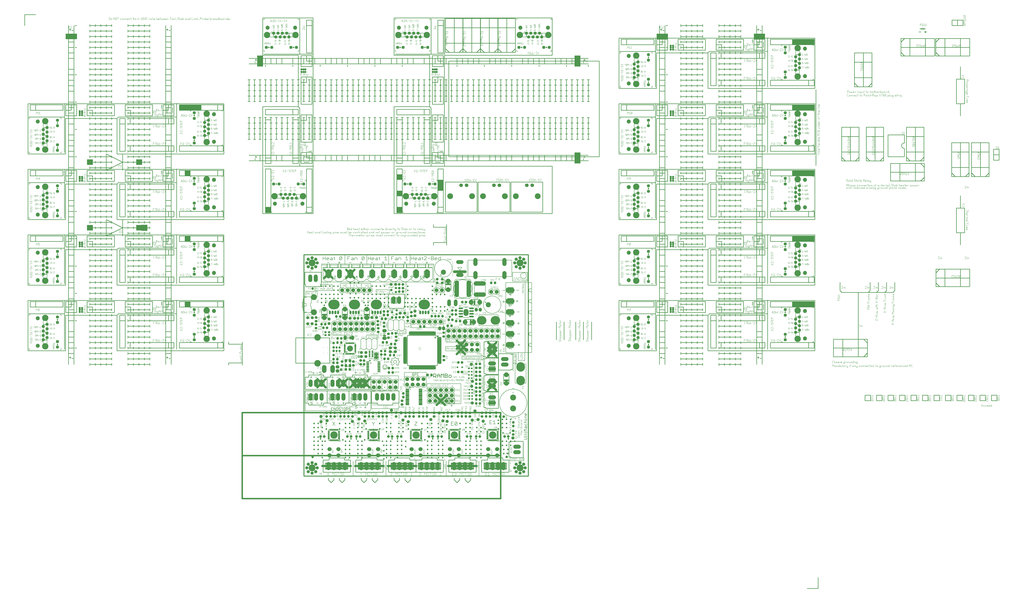
<source format=gbr>
G04 start of page 10 for group -4079 idx -4079 *
G04 Title: (unknown), topsilk *
G04 Creator: pcb 4.2.0 *
G04 CreationDate: Mon Sep  7 23:35:04 2020 UTC *
G04 For: commonadmin *
G04 Format: Gerber/RS-274X *
G04 PCB-Dimensions (mil): 18000.00 11000.00 *
G04 PCB-Coordinate-Origin: lower left *
%MOIN*%
%FSLAX25Y25*%
%LNTOPSILK*%
%ADD151C,0.1060*%
%ADD150C,0.0660*%
%ADD149C,0.0160*%
%ADD148C,0.0417*%
%ADD147C,0.0496*%
%ADD146C,0.0808*%
%ADD145C,0.0671*%
%ADD144C,0.0789*%
%ADD143C,0.0300*%
%ADD142C,0.0316*%
%ADD141C,0.1261*%
%ADD140C,0.0320*%
%ADD139C,0.0130*%
%ADD138C,0.0170*%
%ADD137C,0.0210*%
%ADD136C,0.0867*%
%ADD135C,0.0395*%
%ADD134C,0.1339*%
%ADD133C,0.0780*%
%ADD132C,0.0592*%
%ADD131C,0.0580*%
%ADD130C,0.0920*%
%ADD129C,0.0243*%
%ADD128C,0.0870*%
%ADD127C,0.1580*%
%ADD126C,0.1773*%
%ADD125C,0.0356*%
%ADD124C,0.1080*%
%ADD123C,0.0720*%
%ADD122C,0.0710*%
%ADD121C,0.0792*%
%ADD120C,0.0631*%
%ADD119C,0.0493*%
%ADD118C,0.0276*%
%ADD117C,0.0474*%
%ADD116C,0.0136*%
%ADD115C,0.0540*%
%ADD114C,0.0828*%
%ADD113C,0.1186*%
%ADD112C,0.0178*%
%ADD111C,0.0347*%
%ADD110C,0.0552*%
%ADD109C,0.0650*%
%ADD108C,0.0651*%
%ADD107C,0.0140*%
%ADD106C,0.0221*%
%ADD105C,0.0295*%
%ADD104C,0.0200*%
%ADD103C,0.0010*%
%ADD102C,0.0492*%
%ADD101C,0.0176*%
%ADD100C,0.0240*%
%ADD99C,0.0118*%
%ADD98C,0.0059*%
%ADD97C,0.0020*%
%ADD96C,0.0080*%
%ADD95C,0.0070*%
%ADD94C,0.0090*%
%ADD93C,0.0120*%
%ADD92C,0.0030*%
%ADD91C,0.0038*%
%ADD90C,0.0060*%
%ADD89C,0.0729*%
%ADD88C,0.1162*%
%ADD87C,0.0572*%
%ADD86C,0.0350*%
%ADD85C,0.0510*%
%ADD84C,0.0940*%
%ADD83C,0.0050*%
%ADD82C,0.0040*%
%ADD81C,0.0250*%
%ADD80C,0.0400*%
%ADD79C,0.0100*%
%ADD78C,0.0001*%
G54D78*G36*
X755000Y777500D02*Y787500D01*
X765500D01*
Y777500D01*
X755000D01*
G37*
G36*
X680000Y767500D02*Y777500D01*
X690500D01*
Y767500D01*
X680000D01*
G37*
G36*
Y737500D02*Y747500D01*
X690500D01*
Y737500D01*
X680000D01*
G37*
G36*
X755000Y787500D02*Y797500D01*
X765500D01*
Y787500D01*
X755000D01*
G37*
G36*
X680000Y797500D02*Y807500D01*
X690500D01*
Y797500D01*
X680000D01*
G37*
G36*
X292500Y805000D02*Y815000D01*
X303000D01*
Y805000D01*
X292500D01*
G37*
G36*
X114000Y825000D02*Y835000D01*
X124500D01*
Y825000D01*
X114000D01*
G37*
G36*
X204000D02*Y835000D01*
X214500D01*
Y825000D01*
X204000D01*
G37*
G36*
X114000Y705000D02*Y715000D01*
X124500D01*
Y705000D01*
X114000D01*
G37*
G36*
X204000D02*Y715000D01*
X214500D01*
Y705000D01*
X204000D01*
G37*
G36*
X213500D02*Y715000D01*
X224000D01*
Y705000D01*
X213500D01*
G37*
G36*
X282500Y935000D02*X323000D01*
Y925000D01*
X282500D01*
Y935000D01*
G37*
G36*
X292500Y685000D02*Y695000D01*
X303000D01*
Y685000D01*
X292500D01*
G37*
G36*
X440000Y737500D02*Y747500D01*
X450500D01*
Y737500D01*
X440000D01*
G37*
G36*
X292500Y565000D02*Y575000D01*
X303000D01*
Y565000D01*
X292500D01*
G37*
G36*
X425000Y1015000D02*Y1025000D01*
X435500D01*
Y1015000D01*
X425000D01*
G37*
G36*
X85000Y1055000D02*Y1065000D01*
X95500D01*
Y1055000D01*
X85000D01*
G37*
G36*
X75000D02*Y1065000D01*
X85500D01*
Y1055000D01*
X75000D01*
G37*
G36*
X425000Y1005000D02*Y1015000D01*
X435500D01*
Y1005000D01*
X425000D01*
G37*
G36*
X1155000Y1055000D02*Y1065000D01*
X1165500D01*
Y1055000D01*
X1155000D01*
G37*
G36*
X1165000D02*Y1065000D01*
X1175500D01*
Y1055000D01*
X1165000D01*
G37*
G36*
X1332500D02*Y1065000D01*
X1343000D01*
Y1055000D01*
X1332500D01*
G37*
G36*
X1342500D02*Y1065000D01*
X1353000D01*
Y1055000D01*
X1342500D01*
G37*
G36*
X1005000Y1015000D02*Y1025000D01*
X1015500D01*
Y1015000D01*
X1005000D01*
G37*
G36*
Y1005000D02*Y1015000D01*
X1015500D01*
Y1005000D01*
X1005000D01*
G37*
G36*
Y837500D02*Y847500D01*
X1015500D01*
Y837500D01*
X1005000D01*
G37*
G36*
Y827500D02*Y837500D01*
X1015500D01*
Y827500D01*
X1005000D01*
G37*
G36*
X1432500Y1045000D02*Y1055000D01*
X1443000D01*
Y1045000D01*
X1432500D01*
G37*
G36*
X1422500D02*Y1055000D01*
X1433000D01*
Y1045000D01*
X1422500D01*
G37*
G36*
X1412500D02*Y1055000D01*
X1423000D01*
Y1045000D01*
X1412500D01*
G37*
G36*
X1402500D02*Y1055000D01*
X1413000D01*
Y1045000D01*
X1402500D01*
G37*
G36*
X1432500Y805000D02*Y815000D01*
X1443000D01*
Y805000D01*
X1432500D01*
G37*
G36*
X1422500D02*Y815000D01*
X1433000D01*
Y805000D01*
X1422500D01*
G37*
G36*
X1412500D02*Y815000D01*
X1423000D01*
Y805000D01*
X1412500D01*
G37*
G36*
X1432500Y925000D02*Y935000D01*
X1443000D01*
Y925000D01*
X1432500D01*
G37*
G36*
X1422500D02*Y935000D01*
X1433000D01*
Y925000D01*
X1422500D01*
G37*
G36*
X1412500D02*Y935000D01*
X1423000D01*
Y925000D01*
X1412500D01*
G37*
G36*
X1402500Y805000D02*Y815000D01*
X1413000D01*
Y805000D01*
X1402500D01*
G37*
G36*
Y925000D02*Y935000D01*
X1413000D01*
Y925000D01*
X1402500D01*
G37*
G36*
X1432500Y685000D02*Y695000D01*
X1443000D01*
Y685000D01*
X1432500D01*
G37*
G36*
Y565000D02*Y575000D01*
X1443000D01*
Y565000D01*
X1432500D01*
G37*
G36*
X1422500Y685000D02*Y695000D01*
X1433000D01*
Y685000D01*
X1422500D01*
G37*
G36*
Y565000D02*Y575000D01*
X1433000D01*
Y565000D01*
X1422500D01*
G37*
G36*
X1412500D02*Y575000D01*
X1423000D01*
Y565000D01*
X1412500D01*
G37*
G36*
X1402500D02*Y575000D01*
X1413000D01*
Y565000D01*
X1402500D01*
G37*
G36*
X1412500Y685000D02*Y695000D01*
X1423000D01*
Y685000D01*
X1412500D01*
G37*
G36*
X1402500D02*Y695000D01*
X1413000D01*
Y685000D01*
X1402500D01*
G37*
G54D79*X775000Y1015000D02*Y840000D01*
X1050000D01*
Y1015000D02*X775000D01*
X0Y1100000D02*X20000D01*
X0D02*Y1080000D01*
X771000Y678000D02*Y716000D01*
Y683000D02*X747000D01*
Y678000D01*
X771000Y711000D02*X747000D01*
Y716000D01*
X1050000Y840000D02*Y1015000D01*
X1007000Y537500D02*Y505000D01*
X1021000Y537500D02*Y505000D01*
X985500Y537500D02*Y505000D01*
X971500Y537500D02*Y505000D01*
X1036000Y537500D02*Y505000D01*
G54D80*X789500Y503500D02*X804500Y488500D01*
Y503500D02*X789500Y488500D01*
Y493500D02*X804500Y478500D01*
Y493500D02*X789500Y478500D01*
X847000Y500000D02*X862000Y485000D01*
Y500000D02*X847000Y485000D01*
Y490000D02*X862000Y475000D01*
Y490000D02*X847000Y475000D01*
X846500Y428000D02*X861500Y413000D01*
Y428000D02*X846500Y413000D01*
X753000Y400500D02*X768000Y385500D01*
Y400500D02*X753000Y385500D01*
G54D79*X1523346Y490000D02*Y591654D01*
X1571654D02*X1575000Y595000D01*
Y610000D01*
X1586654Y591654D02*X1590000Y595000D01*
Y610000D01*
X1541654Y591654D02*X1545000Y595000D01*
Y610000D01*
X1556654Y591654D02*X1560000Y595000D01*
Y610000D01*
X1493346Y591654D02*X1586654D01*
X1493346D02*X1490000Y595000D01*
Y610000D01*
X1450000Y50000D02*Y70000D01*
Y50000D02*X1430000D01*
X1446000Y824000D02*Y962500D01*
G54D81*X397638Y371654D02*X870079D01*
X397638Y292913D02*X870079D01*
G54D80*X544000Y274000D02*X596000D01*
X547500Y633000D02*X562500Y618000D01*
Y633000D02*X547500Y618000D01*
X587500Y633000D02*X602500Y618000D01*
Y633000D02*X587500Y618000D01*
X535000Y433000D02*X550000Y418000D01*
Y433000D02*X535000Y418000D01*
X575000Y433000D02*X590000Y418000D01*
Y433000D02*X575000Y418000D01*
X615000Y433000D02*X630000Y418000D01*
Y433000D02*X615000Y418000D01*
X605000Y433000D02*X620000Y418000D01*
Y433000D02*X605000Y418000D01*
X595000Y433000D02*X610000Y418000D01*
Y433000D02*X595000Y418000D01*
G54D81*X870079Y371654D02*Y214173D01*
Y292913D02*Y371654D01*
G54D79*X815000Y252000D02*Y248500D01*
X810000Y243500D01*
X805000Y248500D01*
Y252000D02*Y248500D01*
X795000Y252000D02*Y248500D01*
X790000Y243500D01*
G54D80*X604000Y274000D02*X655500D01*
X664000D02*X715500D01*
X774000D02*X825500D01*
G54D79*X705000Y252000D02*Y248500D01*
X700000Y243500D01*
X695000Y248500D01*
Y252000D02*Y248500D01*
X685000Y252000D02*Y248500D01*
X680000Y243500D01*
X675000Y248500D01*
Y252000D02*Y248500D01*
X790000Y243500D02*X785000Y248500D01*
Y252000D02*Y248500D01*
G54D81*X397638Y214173D02*Y371654D01*
Y292913D01*
G54D79*X397500Y501000D02*Y458500D01*
Y462500D02*X372500D01*
Y458500D01*
X397500Y497000D02*X372500D01*
Y501000D01*
G54D81*X870079Y214173D02*X397638D01*
G54D79*X645000Y252000D02*Y248500D01*
X640000Y243500D01*
X635000Y248500D01*
Y252000D02*Y248500D01*
X625000Y252000D02*Y248500D01*
X620000Y243500D01*
X615000Y248500D01*
Y252000D02*Y248500D01*
X585000Y252000D02*Y248500D01*
X580000Y243500D01*
X575000Y248500D01*
Y252000D02*Y248500D01*
X565000Y252000D02*Y248500D01*
X560000Y243500D01*
X555000Y248500D01*
Y252000D02*Y248500D01*
G54D82*X516500Y704000D02*Y700000D01*
X519000Y704000D02*Y700000D01*
X516500Y702000D02*X519000D01*
X520700Y700000D02*X522200D01*
X520200Y700500D02*X520700Y700000D01*
X520200Y701500D02*Y700500D01*
Y701500D02*X520700Y702000D01*
X521700D01*
X522200Y701500D01*
X520200Y701000D02*X522200D01*
Y701500D02*Y701000D01*
X524900Y702000D02*X525400Y701500D01*
X523900Y702000D02*X524900D01*
X523400Y701500D02*X523900Y702000D01*
X523400Y701500D02*Y700500D01*
X523900Y700000D01*
X525400Y702000D02*Y700500D01*
X525900Y700000D01*
X523900D02*X524900D01*
X525400Y700500D01*
X527600Y704000D02*Y700500D01*
X528100Y700000D01*
X527100Y702500D02*X528100D01*
X532400Y702000D02*X532900Y701500D01*
X531400Y702000D02*X532400D01*
X530900Y701500D02*X531400Y702000D01*
X530900Y701500D02*Y700500D01*
X531400Y700000D01*
X532900Y702000D02*Y700500D01*
X533400Y700000D01*
X531400D02*X532400D01*
X532900Y700500D01*
X535100Y701500D02*Y700000D01*
Y701500D02*X535600Y702000D01*
X536100D01*
X536600Y701500D01*
Y700000D01*
X534600Y702000D02*X535100Y701500D01*
X539800Y704000D02*Y700000D01*
X539300D02*X539800Y700500D01*
X538300Y700000D02*X539300D01*
X537800Y700500D02*X538300Y700000D01*
X537800Y701500D02*Y700500D01*
Y701500D02*X538300Y702000D01*
X539300D01*
X539800Y701500D01*
X543500Y700000D02*X544800D01*
X542800Y700700D02*X543500Y700000D01*
X542800Y703300D02*Y700700D01*
Y703300D02*X543500Y704000D01*
X544800D01*
X546000Y701500D02*Y700500D01*
Y701500D02*X546500Y702000D01*
X547500D01*
X548000Y701500D01*
Y700500D01*
X547500Y700000D02*X548000Y700500D01*
X546500Y700000D02*X547500D01*
X546000Y700500D02*X546500Y700000D01*
X549200Y701500D02*Y700500D01*
Y701500D02*X549700Y702000D01*
X550700D01*
X551200Y701500D01*
Y700500D01*
X550700Y700000D02*X551200Y700500D01*
X549700Y700000D02*X550700D01*
X549200Y700500D02*X549700Y700000D01*
X552400Y704000D02*Y700500D01*
X552900Y700000D01*
G54D83*X553900Y703000D02*Y702900D01*
G54D82*Y701500D02*Y700000D01*
X555400Y701500D02*Y700000D01*
Y701500D02*X555900Y702000D01*
X556400D01*
X556900Y701500D01*
Y700000D01*
X554900Y702000D02*X555400Y701500D01*
X559600Y702000D02*X560100Y701500D01*
X558600Y702000D02*X559600D01*
X558100Y701500D02*X558600Y702000D01*
X558100Y701500D02*Y700500D01*
X558600Y700000D01*
X559600D01*
X560100Y700500D01*
X558100Y699000D02*X558600Y698500D01*
X559600D01*
X560100Y699000D01*
Y702000D02*Y699000D01*
X563600Y701500D02*Y698500D01*
X563100Y702000D02*X563600Y701500D01*
X564100Y702000D01*
X565100D01*
X565600Y701500D01*
Y700500D01*
X565100Y700000D02*X565600Y700500D01*
X564100Y700000D02*X565100D01*
X563600Y700500D02*X564100Y700000D01*
G54D83*X566800Y703000D02*Y702900D01*
G54D82*Y701500D02*Y700000D01*
X568300Y701500D02*Y700000D01*
Y701500D02*X568800Y702000D01*
X569300D01*
X569800Y701500D01*
Y700000D01*
X567800Y702000D02*X568300Y701500D01*
X571500Y700000D02*X573000D01*
X573500Y700500D01*
X573000Y701000D02*X573500Y700500D01*
X571500Y701000D02*X573000D01*
X571000Y701500D02*X571500Y701000D01*
X571000Y701500D02*X571500Y702000D01*
X573000D01*
X573500Y701500D01*
X571000Y700500D02*X571500Y700000D01*
X577000Y701500D02*Y700000D01*
Y701500D02*X577500Y702000D01*
X578000D01*
X578500Y701500D01*
Y700000D01*
Y701500D02*X579000Y702000D01*
X579500D01*
X580000Y701500D01*
Y700000D01*
X576500Y702000D02*X577000Y701500D01*
X581200Y702000D02*Y700500D01*
X581700Y700000D01*
X582700D01*
X583200Y700500D01*
Y702000D02*Y700500D01*
X584900Y700000D02*X586400D01*
X586900Y700500D01*
X586400Y701000D02*X586900Y700500D01*
X584900Y701000D02*X586400D01*
X584400Y701500D02*X584900Y701000D01*
X584400Y701500D02*X584900Y702000D01*
X586400D01*
X586900Y701500D01*
X584400Y700500D02*X584900Y700000D01*
X588600Y704000D02*Y700500D01*
X589100Y700000D01*
X588100Y702500D02*X589100D01*
X591900Y704000D02*Y700000D01*
Y700500D02*X592400Y700000D01*
X593400D01*
X593900Y700500D01*
Y701500D02*Y700500D01*
X593400Y702000D02*X593900Y701500D01*
X592400Y702000D02*X593400D01*
X591900Y701500D02*X592400Y702000D01*
X595600Y700000D02*X597100D01*
X595100Y700500D02*X595600Y700000D01*
X595100Y701500D02*Y700500D01*
Y701500D02*X595600Y702000D01*
X596600D01*
X597100Y701500D01*
X595100Y701000D02*X597100D01*
Y701500D02*Y701000D01*
X600600Y702000D02*X602100D01*
X600100Y701500D02*X600600Y702000D01*
X600100Y701500D02*Y700500D01*
X600600Y700000D01*
X602100D01*
X603300Y701500D02*Y700500D01*
Y701500D02*X603800Y702000D01*
X604800D01*
X605300Y701500D01*
Y700500D01*
X604800Y700000D02*X605300Y700500D01*
X603800Y700000D02*X604800D01*
X603300Y700500D02*X603800Y700000D01*
X607000Y701500D02*Y700000D01*
Y701500D02*X607500Y702000D01*
X608000D01*
X608500Y701500D01*
Y700000D01*
X606500Y702000D02*X607000Y701500D01*
X610200Y704000D02*Y700500D01*
X610700Y700000D01*
X609700Y702500D02*X610700D01*
X612200Y701500D02*Y700000D01*
Y701500D02*X612700Y702000D01*
X613700D01*
X611700D02*X612200Y701500D01*
X614900D02*Y700500D01*
Y701500D02*X615400Y702000D01*
X616400D01*
X616900Y701500D01*
Y700500D01*
X616400Y700000D02*X616900Y700500D01*
X615400Y700000D02*X616400D01*
X614900Y700500D02*X615400Y700000D01*
X618100Y704000D02*Y700500D01*
X618600Y700000D01*
X619600Y704000D02*Y700500D01*
X620100Y700000D01*
X621600D02*X623100D01*
X621100Y700500D02*X621600Y700000D01*
X621100Y701500D02*Y700500D01*
Y701500D02*X621600Y702000D01*
X622600D01*
X623100Y701500D01*
X621100Y701000D02*X623100D01*
Y701500D02*Y701000D01*
X626300Y704000D02*Y700000D01*
X625800D02*X626300Y700500D01*
X624800Y700000D02*X625800D01*
X624300Y700500D02*X624800Y700000D01*
X624300Y701500D02*Y700500D01*
Y701500D02*X624800Y702000D01*
X625800D01*
X626300Y701500D01*
X630800Y702000D02*X631300Y701500D01*
X629800Y702000D02*X630800D01*
X629300Y701500D02*X629800Y702000D01*
X629300Y701500D02*Y700500D01*
X629800Y700000D01*
X631300Y702000D02*Y700500D01*
X631800Y700000D01*
X629800D02*X630800D01*
X631300Y700500D01*
X633500Y701500D02*Y700000D01*
Y701500D02*X634000Y702000D01*
X634500D01*
X635000Y701500D01*
Y700000D01*
X633000Y702000D02*X633500Y701500D01*
X638200Y704000D02*Y700000D01*
X637700D02*X638200Y700500D01*
X636700Y700000D02*X637700D01*
X636200Y700500D02*X636700Y700000D01*
X636200Y701500D02*Y700500D01*
Y701500D02*X636700Y702000D01*
X637700D01*
X638200Y701500D01*
X641700D02*Y700000D01*
Y701500D02*X642200Y702000D01*
X642700D01*
X643200Y701500D01*
Y700000D01*
X641200Y702000D02*X641700Y701500D01*
X644400D02*Y700500D01*
Y701500D02*X644900Y702000D01*
X645900D01*
X646400Y701500D01*
Y700500D01*
X645900Y700000D02*X646400Y700500D01*
X644900Y700000D02*X645900D01*
X644400Y700500D02*X644900Y700000D01*
X648100Y704000D02*Y700500D01*
X648600Y700000D01*
X647600Y702500D02*X648600D01*
X651900Y701500D02*Y698500D01*
X651400Y702000D02*X651900Y701500D01*
X652400Y702000D01*
X653400D01*
X653900Y701500D01*
Y700500D01*
X653400Y700000D02*X653900Y700500D01*
X652400Y700000D02*X653400D01*
X651900Y700500D02*X652400Y700000D01*
X655100Y701500D02*Y700500D01*
Y701500D02*X655600Y702000D01*
X656600D01*
X657100Y701500D01*
Y700500D01*
X656600Y700000D02*X657100Y700500D01*
X655600Y700000D02*X656600D01*
X655100Y700500D02*X655600Y700000D01*
X658300Y702000D02*Y700500D01*
X658800Y700000D01*
X659300D01*
X659800Y700500D01*
Y702000D02*Y700500D01*
X660300Y700000D01*
X660800D01*
X661300Y700500D01*
Y702000D02*Y700500D01*
X663000Y700000D02*X664500D01*
X662500Y700500D02*X663000Y700000D01*
X662500Y701500D02*Y700500D01*
Y701500D02*X663000Y702000D01*
X664000D01*
X664500Y701500D01*
X662500Y701000D02*X664500D01*
Y701500D02*Y701000D01*
X666200Y701500D02*Y700000D01*
Y701500D02*X666700Y702000D01*
X667700D01*
X665700D02*X666200Y701500D01*
X670700D02*Y700500D01*
Y701500D02*X671200Y702000D01*
X672200D01*
X672700Y701500D01*
Y700500D01*
X672200Y700000D02*X672700Y700500D01*
X671200Y700000D02*X672200D01*
X670700Y700500D02*X671200Y700000D01*
X674400Y701500D02*Y700000D01*
Y701500D02*X674900Y702000D01*
X675900D01*
X673900D02*X674400Y701500D01*
X680400Y702000D02*X680900Y701500D01*
X679400Y702000D02*X680400D01*
X678900Y701500D02*X679400Y702000D01*
X678900Y701500D02*Y700500D01*
X679400Y700000D01*
X680400D01*
X680900Y700500D01*
X678900Y699000D02*X679400Y698500D01*
X680400D01*
X680900Y699000D01*
Y702000D02*Y699000D01*
X682600Y701500D02*Y700000D01*
Y701500D02*X683100Y702000D01*
X684100D01*
X682100D02*X682600Y701500D01*
X685300D02*Y700500D01*
Y701500D02*X685800Y702000D01*
X686800D01*
X687300Y701500D01*
Y700500D01*
X686800Y700000D02*X687300Y700500D01*
X685800Y700000D02*X686800D01*
X685300Y700500D02*X685800Y700000D01*
X688500Y702000D02*Y700500D01*
X689000Y700000D01*
X690000D01*
X690500Y700500D01*
Y702000D02*Y700500D01*
X692200Y701500D02*Y700000D01*
Y701500D02*X692700Y702000D01*
X693200D01*
X693700Y701500D01*
Y700000D01*
X691700Y702000D02*X692200Y701500D01*
X696900Y704000D02*Y700000D01*
X696400D02*X696900Y700500D01*
X695400Y700000D02*X696400D01*
X694900Y700500D02*X695400Y700000D01*
X694900Y701500D02*Y700500D01*
Y701500D02*X695400Y702000D01*
X696400D01*
X696900Y701500D01*
X700400Y702000D02*X701900D01*
X699900Y701500D02*X700400Y702000D01*
X699900Y701500D02*Y700500D01*
X700400Y700000D01*
X701900D01*
X703100Y701500D02*Y700500D01*
Y701500D02*X703600Y702000D01*
X704600D01*
X705100Y701500D01*
Y700500D01*
X704600Y700000D02*X705100Y700500D01*
X703600Y700000D02*X704600D01*
X703100Y700500D02*X703600Y700000D01*
X706800Y701500D02*Y700000D01*
Y701500D02*X707300Y702000D01*
X707800D01*
X708300Y701500D01*
Y700000D01*
X706300Y702000D02*X706800Y701500D01*
X710000D02*Y700000D01*
Y701500D02*X710500Y702000D01*
X711000D01*
X711500Y701500D01*
Y700000D01*
X709500Y702000D02*X710000Y701500D01*
X713200Y700000D02*X714700D01*
X712700Y700500D02*X713200Y700000D01*
X712700Y701500D02*Y700500D01*
Y701500D02*X713200Y702000D01*
X714200D01*
X714700Y701500D01*
X712700Y701000D02*X714700D01*
Y701500D02*Y701000D01*
X716400Y702000D02*X717900D01*
X715900Y701500D02*X716400Y702000D01*
X715900Y701500D02*Y700500D01*
X716400Y700000D01*
X717900D01*
X719600Y704000D02*Y700500D01*
X720100Y700000D01*
X719100Y702500D02*X720100D01*
G54D83*X721100Y703000D02*Y702900D01*
G54D82*Y701500D02*Y700000D01*
X722100Y701500D02*Y700500D01*
Y701500D02*X722600Y702000D01*
X723600D01*
X724100Y701500D01*
Y700500D01*
X723600Y700000D02*X724100Y700500D01*
X722600Y700000D02*X723600D01*
X722100Y700500D02*X722600Y700000D01*
X725800Y701500D02*Y700000D01*
Y701500D02*X726300Y702000D01*
X726800D01*
X727300Y701500D01*
Y700000D01*
X725300Y702000D02*X725800Y701500D01*
X729000Y700000D02*X730500D01*
X731000Y700500D01*
X730500Y701000D02*X731000Y700500D01*
X729000Y701000D02*X730500D01*
X728500Y701500D02*X729000Y701000D01*
X728500Y701500D02*X729000Y702000D01*
X730500D01*
X731000Y701500D01*
X728500Y700500D02*X729000Y700000D01*
X732200D02*X732700D01*
X592000Y698500D02*X594000D01*
X593000D02*Y694500D01*
X595200Y698500D02*Y694500D01*
Y696000D02*X595700Y696500D01*
X596700D01*
X597200Y696000D01*
Y694500D01*
X598900D02*X600400D01*
X598400Y695000D02*X598900Y694500D01*
X598400Y696000D02*Y695000D01*
Y696000D02*X598900Y696500D01*
X599900D01*
X600400Y696000D01*
X598400Y695500D02*X600400D01*
Y696000D02*Y695500D01*
X602100Y696000D02*Y694500D01*
Y696000D02*X602600Y696500D01*
X603600D01*
X601600D02*X602100Y696000D01*
X605300D02*Y694500D01*
Y696000D02*X605800Y696500D01*
X606300D01*
X606800Y696000D01*
Y694500D01*
Y696000D02*X607300Y696500D01*
X607800D01*
X608300Y696000D01*
Y694500D01*
X604800Y696500D02*X605300Y696000D01*
G54D83*X609500Y697500D02*Y697400D01*
G54D82*Y696000D02*Y694500D01*
X611000D02*X612500D01*
X613000Y695000D01*
X612500Y695500D02*X613000Y695000D01*
X611000Y695500D02*X612500D01*
X610500Y696000D02*X611000Y695500D01*
X610500Y696000D02*X611000Y696500D01*
X612500D01*
X613000Y696000D01*
X610500Y695000D02*X611000Y694500D01*
X614700Y698500D02*Y695000D01*
X615200Y694500D01*
X614200Y697000D02*X615200D01*
X616200Y696000D02*Y695000D01*
Y696000D02*X616700Y696500D01*
X617700D01*
X618200Y696000D01*
Y695000D01*
X617700Y694500D02*X618200Y695000D01*
X616700Y694500D02*X617700D01*
X616200Y695000D02*X616700Y694500D01*
X619900Y696000D02*Y694500D01*
Y696000D02*X620400Y696500D01*
X621400D01*
X619400D02*X619900Y696000D01*
X624400Y696500D02*Y695000D01*
X624900Y694500D01*
X625400D01*
X625900Y695000D01*
Y696500D02*Y695000D01*
X626400Y694500D01*
X626900D01*
X627400Y695000D01*
Y696500D02*Y695000D01*
G54D83*X628600Y697500D02*Y697400D01*
G54D82*Y696000D02*Y694500D01*
X630100Y696000D02*Y694500D01*
Y696000D02*X630600Y696500D01*
X631600D01*
X629600D02*X630100Y696000D01*
X633300Y694500D02*X634800D01*
X632800Y695000D02*X633300Y694500D01*
X632800Y696000D02*Y695000D01*
Y696000D02*X633300Y696500D01*
X634300D01*
X634800Y696000D01*
X632800Y695500D02*X634800D01*
Y696000D02*Y695500D01*
X636500Y694500D02*X638000D01*
X638500Y695000D01*
X638000Y695500D02*X638500Y695000D01*
X636500Y695500D02*X638000D01*
X636000Y696000D02*X636500Y695500D01*
X636000Y696000D02*X636500Y696500D01*
X638000D01*
X638500Y696000D01*
X636000Y695000D02*X636500Y694500D01*
X642000Y696000D02*Y694500D01*
Y696000D02*X642500Y696500D01*
X643000D01*
X643500Y696000D01*
Y694500D01*
Y696000D02*X644000Y696500D01*
X644500D01*
X645000Y696000D01*
Y694500D01*
X641500Y696500D02*X642000Y696000D01*
X646200Y696500D02*Y695000D01*
X646700Y694500D01*
X647700D01*
X648200Y695000D01*
Y696500D02*Y695000D01*
X649900Y694500D02*X651400D01*
X651900Y695000D01*
X651400Y695500D02*X651900Y695000D01*
X649900Y695500D02*X651400D01*
X649400Y696000D02*X649900Y695500D01*
X649400Y696000D02*X649900Y696500D01*
X651400D01*
X651900Y696000D01*
X649400Y695000D02*X649900Y694500D01*
X653600Y698500D02*Y695000D01*
X654100Y694500D01*
X653100Y697000D02*X654100D01*
X657400Y696500D02*X658900D01*
X656900Y696000D02*X657400Y696500D01*
X656900Y696000D02*Y695000D01*
X657400Y694500D01*
X658900D01*
X660100Y696000D02*Y695000D01*
Y696000D02*X660600Y696500D01*
X661600D01*
X662100Y696000D01*
Y695000D01*
X661600Y694500D02*X662100Y695000D01*
X660600Y694500D02*X661600D01*
X660100Y695000D02*X660600Y694500D01*
X663800Y696000D02*Y694500D01*
Y696000D02*X664300Y696500D01*
X664800D01*
X665300Y696000D01*
Y694500D01*
X663300Y696500D02*X663800Y696000D01*
X667000D02*Y694500D01*
Y696000D02*X667500Y696500D01*
X668000D01*
X668500Y696000D01*
Y694500D01*
X666500Y696500D02*X667000Y696000D01*
X670200Y694500D02*X671700D01*
X669700Y695000D02*X670200Y694500D01*
X669700Y696000D02*Y695000D01*
Y696000D02*X670200Y696500D01*
X671200D01*
X671700Y696000D01*
X669700Y695500D02*X671700D01*
Y696000D02*Y695500D01*
X673400Y696500D02*X674900D01*
X672900Y696000D02*X673400Y696500D01*
X672900Y696000D02*Y695000D01*
X673400Y694500D01*
X674900D01*
X676600Y698500D02*Y695000D01*
X677100Y694500D01*
X676100Y697000D02*X677100D01*
X680400Y698500D02*Y695000D01*
X680900Y694500D01*
X679900Y697000D02*X680900D01*
X681900Y696000D02*Y695000D01*
Y696000D02*X682400Y696500D01*
X683400D01*
X683900Y696000D01*
Y695000D01*
X683400Y694500D02*X683900Y695000D01*
X682400Y694500D02*X683400D01*
X681900Y695000D02*X682400Y694500D01*
X686900Y696500D02*Y695000D01*
X687400Y694500D01*
X688400D01*
X688900Y695000D01*
Y696500D02*Y695000D01*
X690600Y696000D02*Y694500D01*
Y696000D02*X691100Y696500D01*
X691600D01*
X692100Y696000D01*
Y694500D01*
X690100Y696500D02*X690600Y696000D01*
X694800Y696500D02*X695300Y696000D01*
X693800Y696500D02*X694800D01*
X693300Y696000D02*X693800Y696500D01*
X693300Y696000D02*Y695000D01*
X693800Y694500D01*
X694800D01*
X695300Y695000D01*
X693300Y693500D02*X693800Y693000D01*
X694800D01*
X695300Y693500D01*
Y696500D02*Y693500D01*
X697000Y696000D02*Y694500D01*
Y696000D02*X697500Y696500D01*
X698500D01*
X696500D02*X697000Y696000D01*
X699700D02*Y695000D01*
Y696000D02*X700200Y696500D01*
X701200D01*
X701700Y696000D01*
Y695000D01*
X701200Y694500D02*X701700Y695000D01*
X700200Y694500D02*X701200D01*
X699700Y695000D02*X700200Y694500D01*
X702900Y696500D02*Y695000D01*
X703400Y694500D01*
X704400D01*
X704900Y695000D01*
Y696500D02*Y695000D01*
X706600Y696000D02*Y694500D01*
Y696000D02*X707100Y696500D01*
X707600D01*
X708100Y696000D01*
Y694500D01*
X706100Y696500D02*X706600Y696000D01*
X711300Y698500D02*Y694500D01*
X710800D02*X711300Y695000D01*
X709800Y694500D02*X710800D01*
X709300Y695000D02*X709800Y694500D01*
X709300Y696000D02*Y695000D01*
Y696000D02*X709800Y696500D01*
X710800D01*
X711300Y696000D01*
X713000Y694500D02*X714500D01*
X712500Y695000D02*X713000Y694500D01*
X712500Y696000D02*Y695000D01*
Y696000D02*X713000Y696500D01*
X714000D01*
X714500Y696000D01*
X712500Y695500D02*X714500D01*
Y696000D02*Y695500D01*
X717700Y698500D02*Y694500D01*
X717200D02*X717700Y695000D01*
X716200Y694500D02*X717200D01*
X715700Y695000D02*X716200Y694500D01*
X715700Y696000D02*Y695000D01*
Y696000D02*X716200Y696500D01*
X717200D01*
X717700Y696000D01*
X721200D02*Y693000D01*
X720700Y696500D02*X721200Y696000D01*
X721700Y696500D01*
X722700D01*
X723200Y696000D01*
Y695000D01*
X722700Y694500D02*X723200Y695000D01*
X721700Y694500D02*X722700D01*
X721200Y695000D02*X721700Y694500D01*
G54D83*X724400Y697500D02*Y697400D01*
G54D82*Y696000D02*Y694500D01*
X725900Y696000D02*Y694500D01*
Y696000D02*X726400Y696500D01*
X726900D01*
X727400Y696000D01*
Y694500D01*
X725400Y696500D02*X725900Y696000D01*
X729100Y694500D02*X730600D01*
X731100Y695000D01*
X730600Y695500D02*X731100Y695000D01*
X729100Y695500D02*X730600D01*
X728600Y696000D02*X729100Y695500D01*
X728600Y696000D02*X729100Y696500D01*
X730600D01*
X731100Y696000D01*
X728600Y695000D02*X729100Y694500D01*
X732300D02*X732800D01*
X589000Y706000D02*X591000D01*
X591500Y706500D01*
Y707700D02*Y706500D01*
X591000Y708200D02*X591500Y707700D01*
X589500Y708200D02*X591000D01*
X589500Y710000D02*Y706000D01*
X589000Y710000D02*X591000D01*
X591500Y709500D01*
Y708700D01*
X591000Y708200D02*X591500Y708700D01*
X593200Y706000D02*X594700D01*
X592700Y706500D02*X593200Y706000D01*
X592700Y707500D02*Y706500D01*
Y707500D02*X593200Y708000D01*
X594200D01*
X594700Y707500D01*
X592700Y707000D02*X594700D01*
Y707500D02*Y707000D01*
X597900Y710000D02*Y706000D01*
X597400D02*X597900Y706500D01*
X596400Y706000D02*X597400D01*
X595900Y706500D02*X596400Y706000D01*
X595900Y707500D02*Y706500D01*
Y707500D02*X596400Y708000D01*
X597400D01*
X597900Y707500D01*
X600900Y710000D02*Y706000D01*
Y707500D02*X601400Y708000D01*
X602400D01*
X602900Y707500D01*
Y706000D01*
X604600D02*X606100D01*
X604100Y706500D02*X604600Y706000D01*
X604100Y707500D02*Y706500D01*
Y707500D02*X604600Y708000D01*
X605600D01*
X606100Y707500D01*
X604100Y707000D02*X606100D01*
Y707500D02*Y707000D01*
X608800Y708000D02*X609300Y707500D01*
X607800Y708000D02*X608800D01*
X607300Y707500D02*X607800Y708000D01*
X607300Y707500D02*Y706500D01*
X607800Y706000D01*
X609300Y708000D02*Y706500D01*
X609800Y706000D01*
X607800D02*X608800D01*
X609300Y706500D01*
X611500Y710000D02*Y706500D01*
X612000Y706000D01*
X611000Y708500D02*X612000D01*
X615300Y706000D02*X616800D01*
X614800Y706500D02*X615300Y706000D01*
X614800Y707500D02*Y706500D01*
Y707500D02*X615300Y708000D01*
X616300D01*
X616800Y707500D01*
X614800Y707000D02*X616800D01*
Y707500D02*Y707000D01*
G54D83*X618000Y709000D02*Y708900D01*
G54D82*Y707500D02*Y706000D01*
X619500Y710000D02*Y706500D01*
X620000Y706000D01*
X619000Y708500D02*X620000D01*
X621000Y710000D02*Y706000D01*
Y707500D02*X621500Y708000D01*
X622500D01*
X623000Y707500D01*
Y706000D01*
X624700D02*X626200D01*
X624200Y706500D02*X624700Y706000D01*
X624200Y707500D02*Y706500D01*
Y707500D02*X624700Y708000D01*
X625700D01*
X626200Y707500D01*
X624200Y707000D02*X626200D01*
Y707500D02*Y707000D01*
X627900Y707500D02*Y706000D01*
Y707500D02*X628400Y708000D01*
X629400D01*
X627400D02*X627900Y707500D01*
X632900Y708000D02*X634400D01*
X632400Y707500D02*X632900Y708000D01*
X632400Y707500D02*Y706500D01*
X632900Y706000D01*
X634400D01*
X635600Y707500D02*Y706500D01*
Y707500D02*X636100Y708000D01*
X637100D01*
X637600Y707500D01*
Y706500D01*
X637100Y706000D02*X637600Y706500D01*
X636100Y706000D02*X637100D01*
X635600Y706500D02*X636100Y706000D01*
X639300Y707500D02*Y706000D01*
Y707500D02*X639800Y708000D01*
X640300D01*
X640800Y707500D01*
Y706000D01*
X638800Y708000D02*X639300Y707500D01*
X642500D02*Y706000D01*
Y707500D02*X643000Y708000D01*
X643500D01*
X644000Y707500D01*
Y706000D01*
X642000Y708000D02*X642500Y707500D01*
X645700Y706000D02*X647200D01*
X645200Y706500D02*X645700Y706000D01*
X645200Y707500D02*Y706500D01*
Y707500D02*X645700Y708000D01*
X646700D01*
X647200Y707500D01*
X645200Y707000D02*X647200D01*
Y707500D02*Y707000D01*
X648900Y708000D02*X650400D01*
X648400Y707500D02*X648900Y708000D01*
X648400Y707500D02*Y706500D01*
X648900Y706000D01*
X650400D01*
X652100Y710000D02*Y706500D01*
X652600Y706000D01*
X651600Y708500D02*X652600D01*
X654100Y706000D02*X655600D01*
X656100Y706500D01*
X655600Y707000D02*X656100Y706500D01*
X654100Y707000D02*X655600D01*
X653600Y707500D02*X654100Y707000D01*
X653600Y707500D02*X654100Y708000D01*
X655600D01*
X656100Y707500D01*
X653600Y706500D02*X654100Y706000D01*
X661100Y710000D02*Y706000D01*
X660600D02*X661100Y706500D01*
X659600Y706000D02*X660600D01*
X659100Y706500D02*X659600Y706000D01*
X659100Y707500D02*Y706500D01*
Y707500D02*X659600Y708000D01*
X660600D01*
X661100Y707500D01*
G54D83*X662300Y709000D02*Y708900D01*
G54D82*Y707500D02*Y706000D01*
X663800Y707500D02*Y706000D01*
Y707500D02*X664300Y708000D01*
X665300D01*
X663300D02*X663800Y707500D01*
X667000Y706000D02*X668500D01*
X666500Y706500D02*X667000Y706000D01*
X666500Y707500D02*Y706500D01*
Y707500D02*X667000Y708000D01*
X668000D01*
X668500Y707500D01*
X666500Y707000D02*X668500D01*
Y707500D02*Y707000D01*
X670200Y708000D02*X671700D01*
X669700Y707500D02*X670200Y708000D01*
X669700Y707500D02*Y706500D01*
X670200Y706000D01*
X671700D01*
X673400Y710000D02*Y706500D01*
X673900Y706000D01*
X672900Y708500D02*X673900D01*
X674900Y710000D02*Y706500D01*
X675400Y706000D01*
X676400Y708000D02*Y706500D01*
X676900Y706000D01*
X678400Y708000D02*Y705000D01*
X677900Y704500D02*X678400Y705000D01*
X676900Y704500D02*X677900D01*
X676400Y705000D02*X676900Y704500D01*
Y706000D02*X677900D01*
X678400Y706500D01*
X681900Y710000D02*Y706500D01*
X682400Y706000D01*
X681400Y708500D02*X682400D01*
X683400Y707500D02*Y706500D01*
Y707500D02*X683900Y708000D01*
X684900D01*
X685400Y707500D01*
Y706500D01*
X684900Y706000D02*X685400Y706500D01*
X683900Y706000D02*X684900D01*
X683400Y706500D02*X683900Y706000D01*
X690400Y710000D02*X690900Y709500D01*
X688900Y710000D02*X690400D01*
X688400Y709500D02*X688900Y710000D01*
X688400Y709500D02*Y708500D01*
X688900Y708000D01*
X690400D01*
X690900Y707500D01*
Y706500D01*
X690400Y706000D02*X690900Y706500D01*
X688900Y706000D02*X690400D01*
X688400Y706500D02*X688900Y706000D01*
X692100Y710000D02*Y706500D01*
X692600Y706000D01*
X695100Y708000D02*X695600Y707500D01*
X694100Y708000D02*X695100D01*
X693600Y707500D02*X694100Y708000D01*
X693600Y707500D02*Y706500D01*
X694100Y706000D01*
X695600Y708000D02*Y706500D01*
X696100Y706000D01*
X694100D02*X695100D01*
X695600Y706500D01*
X697300Y710000D02*Y706000D01*
Y706500D02*X697800Y706000D01*
X698800D01*
X699300Y706500D01*
Y707500D02*Y706500D01*
X698800Y708000D02*X699300Y707500D01*
X697800Y708000D02*X698800D01*
X697300Y707500D02*X697800Y708000D01*
X702300Y707500D02*Y706500D01*
Y707500D02*X702800Y708000D01*
X703800D01*
X704300Y707500D01*
Y706500D01*
X703800Y706000D02*X704300Y706500D01*
X702800Y706000D02*X703800D01*
X702300Y706500D02*X702800Y706000D01*
X706000Y707500D02*Y706000D01*
Y707500D02*X706500Y708000D01*
X707500D01*
X705500D02*X706000Y707500D01*
X711000Y710000D02*Y706500D01*
X711500Y706000D01*
X710500Y708500D02*X711500D01*
X712500Y707500D02*Y706500D01*
Y707500D02*X713000Y708000D01*
X714000D01*
X714500Y707500D01*
Y706500D01*
X714000Y706000D02*X714500Y706500D01*
X713000Y706000D02*X714000D01*
X712500Y706500D02*X713000Y706000D01*
X718000Y707500D02*Y706000D01*
Y707500D02*X718500Y708000D01*
X719500D01*
X717500D02*X718000Y707500D01*
X721200Y706000D02*X722700D01*
X720700Y706500D02*X721200Y706000D01*
X720700Y707500D02*Y706500D01*
Y707500D02*X721200Y708000D01*
X722200D01*
X722700Y707500D01*
X720700Y707000D02*X722700D01*
Y707500D02*Y707000D01*
X723900Y710000D02*Y706500D01*
X724400Y706000D01*
X726900Y708000D02*X727400Y707500D01*
X725900Y708000D02*X726900D01*
X725400Y707500D02*X725900Y708000D01*
X725400Y707500D02*Y706500D01*
X725900Y706000D01*
X727400Y708000D02*Y706500D01*
X727900Y706000D01*
X725900D02*X726900D01*
X727400Y706500D01*
X729100Y708000D02*Y706500D01*
X729600Y706000D01*
X731100Y708000D02*Y705000D01*
X730600Y704500D02*X731100Y705000D01*
X729600Y704500D02*X730600D01*
X729100Y705000D02*X729600Y704500D01*
Y706000D02*X730600D01*
X731100Y706500D01*
X732300Y706000D02*X732800D01*
X766000Y686000D02*Y684000D01*
Y685000D02*X770000D01*
X768500Y687200D02*X769500D01*
X768500D02*X768000Y687700D01*
Y688700D02*Y687700D01*
Y688700D02*X768500Y689200D01*
X769500D01*
X770000Y688700D02*X769500Y689200D01*
X770000Y688700D02*Y687700D01*
X769500Y687200D02*X770000Y687700D01*
X768500Y690400D02*X769500D01*
X768500D02*X768000Y690900D01*
Y691900D02*Y690900D01*
Y691900D02*X768500Y692400D01*
X769500D01*
X770000Y691900D02*X769500Y692400D01*
X770000Y691900D02*Y690900D01*
X769500Y690400D02*X770000Y690900D01*
X766000Y693600D02*X769500D01*
X770000Y694100D01*
Y697100D02*Y695100D01*
X766000Y700300D02*X766500Y700800D01*
X766000Y700300D02*Y698800D01*
X766500Y698300D02*X766000Y698800D01*
X766500Y698300D02*X767500D01*
X768000Y698800D01*
Y700300D02*Y698800D01*
Y700300D02*X768500Y700800D01*
X769500D01*
X770000Y700300D02*X769500Y700800D01*
X770000Y700300D02*Y698800D01*
X769500Y698300D02*X770000Y698800D01*
X766000Y702000D02*X769500D01*
X770000Y702500D01*
X768000Y705000D02*X768500Y705500D01*
X768000Y705000D02*Y704000D01*
X768500Y703500D02*X768000Y704000D01*
X768500Y703500D02*X769500D01*
X770000Y704000D01*
X768000Y705500D02*X769500D01*
X770000Y706000D01*
Y705000D02*Y704000D01*
Y705000D02*X769500Y705500D01*
X766000Y707200D02*X770000D01*
X769500D02*X770000Y707700D01*
Y708700D02*Y707700D01*
Y708700D02*X769500Y709200D01*
X768500D02*X769500D01*
X768000Y708700D02*X768500Y709200D01*
X768000Y708700D02*Y707700D01*
X768500Y707200D02*X768000Y707700D01*
X154500Y1094500D02*Y1090500D01*
X155800Y1094500D02*X156500Y1093800D01*
Y1091200D01*
X155800Y1090500D02*X156500Y1091200D01*
X154000Y1090500D02*X155800D01*
X154000Y1094500D02*X155800D01*
X157700Y1092000D02*Y1091000D01*
Y1092000D02*X158200Y1092500D01*
X159200D01*
X159700Y1092000D01*
Y1091000D01*
X159200Y1090500D02*X159700Y1091000D01*
X158200Y1090500D02*X159200D01*
X157700Y1091000D02*X158200Y1090500D01*
X162700Y1094500D02*Y1090500D01*
Y1094500D02*X165200Y1090500D01*
Y1094500D02*Y1090500D01*
X166400Y1094000D02*Y1091000D01*
Y1094000D02*X166900Y1094500D01*
X167900D01*
X168400Y1094000D01*
Y1091000D01*
X167900Y1090500D02*X168400Y1091000D01*
X166900Y1090500D02*X167900D01*
X166400Y1091000D02*X166900Y1090500D01*
X169600Y1094500D02*X171600D01*
X170600D02*Y1090500D01*
X175100Y1092500D02*X176600D01*
X174600Y1092000D02*X175100Y1092500D01*
X174600Y1092000D02*Y1091000D01*
X175100Y1090500D01*
X176600D01*
X177800Y1092000D02*Y1091000D01*
Y1092000D02*X178300Y1092500D01*
X179300D01*
X179800Y1092000D01*
Y1091000D01*
X179300Y1090500D02*X179800Y1091000D01*
X178300Y1090500D02*X179300D01*
X177800Y1091000D02*X178300Y1090500D01*
X181500Y1092000D02*Y1090500D01*
Y1092000D02*X182000Y1092500D01*
X182500D01*
X183000Y1092000D01*
Y1090500D01*
X181000Y1092500D02*X181500Y1092000D01*
X184700D02*Y1090500D01*
Y1092000D02*X185200Y1092500D01*
X185700D01*
X186200Y1092000D01*
Y1090500D01*
X184200Y1092500D02*X184700Y1092000D01*
X187900Y1090500D02*X189400D01*
X187400Y1091000D02*X187900Y1090500D01*
X187400Y1092000D02*Y1091000D01*
Y1092000D02*X187900Y1092500D01*
X188900D01*
X189400Y1092000D01*
X187400Y1091500D02*X189400D01*
Y1092000D02*Y1091500D01*
X191100Y1092500D02*X192600D01*
X190600Y1092000D02*X191100Y1092500D01*
X190600Y1092000D02*Y1091000D01*
X191100Y1090500D01*
X192600D01*
X194300Y1094500D02*Y1091000D01*
X194800Y1090500D01*
X193800Y1093000D02*X194800D01*
X197600Y1094500D02*X198600Y1090500D01*
X199600Y1094500D01*
X201300Y1090500D02*X202800D01*
X200800Y1091000D02*X201300Y1090500D01*
X200800Y1092000D02*Y1091000D01*
Y1092000D02*X201300Y1092500D01*
X202300D01*
X202800Y1092000D01*
X200800Y1091500D02*X202800D01*
Y1092000D02*Y1091500D01*
X204000Y1092500D02*X206000Y1090500D01*
X204000D02*X206000Y1092500D01*
X207700Y1094500D02*Y1091000D01*
X208200Y1090500D01*
X207200Y1093000D02*X208200D01*
X209200Y1091000D02*X212200Y1094000D01*
X215400Y1094500D02*X215900Y1094000D01*
X213900Y1094500D02*X215400D01*
X213400Y1094000D02*X213900Y1094500D01*
X213400Y1094000D02*Y1091000D01*
X213900Y1090500D01*
X215400D01*
X215900Y1091000D01*
Y1092000D02*Y1091000D01*
X215400Y1092500D02*X215900Y1092000D01*
X214400Y1092500D02*X215400D01*
X217100Y1094500D02*Y1090500D01*
Y1094500D02*X219600Y1090500D01*
Y1094500D02*Y1090500D01*
X221300Y1094500D02*Y1090500D01*
X222600Y1094500D02*X223300Y1093800D01*
Y1091200D01*
X222600Y1090500D02*X223300Y1091200D01*
X220800Y1090500D02*X222600D01*
X220800Y1094500D02*X222600D01*
X226800Y1092000D02*Y1090500D01*
Y1092000D02*X227300Y1092500D01*
X228300D01*
X226300D02*X226800Y1092000D01*
X231000Y1092500D02*X231500Y1092000D01*
X230000Y1092500D02*X231000D01*
X229500Y1092000D02*X230000Y1092500D01*
X229500Y1092000D02*Y1091000D01*
X230000Y1090500D01*
X231500Y1092500D02*Y1091000D01*
X232000Y1090500D01*
X230000D02*X231000D01*
X231500Y1091000D01*
G54D83*X233200Y1093500D02*Y1093400D01*
G54D82*Y1092000D02*Y1090500D01*
X234200Y1094500D02*Y1091000D01*
X234700Y1090500D01*
X236200D02*X237700D01*
X238200Y1091000D01*
X237700Y1091500D02*X238200Y1091000D01*
X236200Y1091500D02*X237700D01*
X235700Y1092000D02*X236200Y1091500D01*
X235700Y1092000D02*X236200Y1092500D01*
X237700D01*
X238200Y1092000D01*
X235700Y1091000D02*X236200Y1090500D01*
X241200Y1094500D02*Y1090500D01*
Y1091000D02*X241700Y1090500D01*
X242700D01*
X243200Y1091000D01*
Y1092000D02*Y1091000D01*
X242700Y1092500D02*X243200Y1092000D01*
X241700Y1092500D02*X242700D01*
X241200Y1092000D02*X241700Y1092500D01*
X244900Y1090500D02*X246400D01*
X244400Y1091000D02*X244900Y1090500D01*
X244400Y1092000D02*Y1091000D01*
Y1092000D02*X244900Y1092500D01*
X245900D01*
X246400Y1092000D01*
X244400Y1091500D02*X246400D01*
Y1092000D02*Y1091500D01*
X248100Y1094500D02*Y1091000D01*
X248600Y1090500D01*
X247600Y1093000D02*X248600D01*
X249600Y1092500D02*Y1091000D01*
X250100Y1090500D01*
X250600D01*
X251100Y1091000D01*
Y1092500D02*Y1091000D01*
X251600Y1090500D01*
X252100D01*
X252600Y1091000D01*
Y1092500D02*Y1091000D01*
X254300Y1090500D02*X255800D01*
X253800Y1091000D02*X254300Y1090500D01*
X253800Y1092000D02*Y1091000D01*
Y1092000D02*X254300Y1092500D01*
X255300D01*
X255800Y1092000D01*
X253800Y1091500D02*X255800D01*
Y1092000D02*Y1091500D01*
X257500Y1090500D02*X259000D01*
X257000Y1091000D02*X257500Y1090500D01*
X257000Y1092000D02*Y1091000D01*
Y1092000D02*X257500Y1092500D01*
X258500D01*
X259000Y1092000D01*
X257000Y1091500D02*X259000D01*
Y1092000D02*Y1091500D01*
X260700Y1092000D02*Y1090500D01*
Y1092000D02*X261200Y1092500D01*
X261700D01*
X262200Y1092000D01*
Y1090500D01*
X260200Y1092500D02*X260700Y1092000D01*
X265200Y1094500D02*X267200D01*
X266200D02*Y1090500D01*
X268400Y1092000D02*Y1091000D01*
Y1092000D02*X268900Y1092500D01*
X269900D01*
X270400Y1092000D01*
Y1091000D01*
X269900Y1090500D02*X270400Y1091000D01*
X268900Y1090500D02*X269900D01*
X268400Y1091000D02*X268900Y1090500D01*
X271600Y1092000D02*Y1091000D01*
Y1092000D02*X272100Y1092500D01*
X273100D01*
X273600Y1092000D01*
Y1091000D01*
X273100Y1090500D02*X273600Y1091000D01*
X272100Y1090500D02*X273100D01*
X271600Y1091000D02*X272100Y1090500D01*
X274800Y1094500D02*Y1091000D01*
X275300Y1090500D01*
X276300D02*X278300D01*
X281500Y1094500D02*X282000Y1094000D01*
X280000Y1094500D02*X281500D01*
X279500Y1094000D02*X280000Y1094500D01*
X279500Y1094000D02*Y1093000D01*
X280000Y1092500D01*
X281500D01*
X282000Y1092000D01*
Y1091000D01*
X281500Y1090500D02*X282000Y1091000D01*
X280000Y1090500D02*X281500D01*
X279500Y1091000D02*X280000Y1090500D01*
X283200Y1094500D02*Y1091000D01*
X283700Y1090500D01*
X286200Y1092500D02*X286700Y1092000D01*
X285200Y1092500D02*X286200D01*
X284700Y1092000D02*X285200Y1092500D01*
X284700Y1092000D02*Y1091000D01*
X285200Y1090500D01*
X286700Y1092500D02*Y1091000D01*
X287200Y1090500D01*
X285200D02*X286200D01*
X286700Y1091000D01*
X288400Y1094500D02*Y1090500D01*
Y1091000D02*X288900Y1090500D01*
X289900D01*
X290400Y1091000D01*
Y1092000D02*Y1091000D01*
X289900Y1092500D02*X290400Y1092000D01*
X288900Y1092500D02*X289900D01*
X288400Y1092000D02*X288900Y1092500D01*
X294900D02*X295400Y1092000D01*
X293900Y1092500D02*X294900D01*
X293400Y1092000D02*X293900Y1092500D01*
X293400Y1092000D02*Y1091000D01*
X293900Y1090500D01*
X295400Y1092500D02*Y1091000D01*
X295900Y1090500D01*
X293900D02*X294900D01*
X295400Y1091000D01*
X297600Y1092000D02*Y1090500D01*
Y1092000D02*X298100Y1092500D01*
X298600D01*
X299100Y1092000D01*
Y1090500D01*
X297100Y1092500D02*X297600Y1092000D01*
X302300Y1094500D02*Y1090500D01*
X301800D02*X302300Y1091000D01*
X300800Y1090500D02*X301800D01*
X300300Y1091000D02*X300800Y1090500D01*
X300300Y1092000D02*Y1091000D01*
Y1092000D02*X300800Y1092500D01*
X301800D01*
X302300Y1092000D01*
X305300Y1094500D02*Y1090500D01*
X307300D01*
G54D83*X308500Y1093500D02*Y1093400D01*
G54D82*Y1092000D02*Y1090500D01*
X310000Y1092000D02*Y1090500D01*
Y1092000D02*X310500Y1092500D01*
X311000D01*
X311500Y1092000D01*
Y1090500D01*
Y1092000D02*X312000Y1092500D01*
X312500D01*
X313000Y1092000D01*
Y1090500D01*
X309500Y1092500D02*X310000Y1092000D01*
G54D83*X314200Y1093500D02*Y1093400D01*
G54D82*Y1092000D02*Y1090500D01*
X315700Y1094500D02*Y1091000D01*
X316200Y1090500D01*
X315200Y1093000D02*X316200D01*
X317200Y1090500D02*X319200D01*
X320900Y1094500D02*Y1090500D01*
X320400Y1094500D02*X322400D01*
X322900Y1094000D01*
Y1093000D01*
X322400Y1092500D02*X322900Y1093000D01*
X320900Y1092500D02*X322400D01*
X324600Y1092000D02*Y1090500D01*
Y1092000D02*X325100Y1092500D01*
X326100D01*
X324100D02*X324600Y1092000D01*
X327300D02*Y1091000D01*
Y1092000D02*X327800Y1092500D01*
X328800D01*
X329300Y1092000D01*
Y1091000D01*
X328800Y1090500D02*X329300Y1091000D01*
X327800Y1090500D02*X328800D01*
X327300Y1091000D02*X327800Y1090500D01*
X330500Y1094500D02*Y1090500D01*
Y1091000D02*X331000Y1090500D01*
X332000D01*
X332500Y1091000D01*
Y1092000D02*Y1091000D01*
X332000Y1092500D02*X332500Y1092000D01*
X331000Y1092500D02*X332000D01*
X330500Y1092000D02*X331000Y1092500D01*
X334200Y1090500D02*X335700D01*
X333700Y1091000D02*X334200Y1090500D01*
X333700Y1092000D02*Y1091000D01*
Y1092000D02*X334200Y1092500D01*
X335200D01*
X335700Y1092000D01*
X333700Y1091500D02*X335700D01*
Y1092000D02*Y1091500D01*
X338700Y1094500D02*Y1090500D01*
Y1091000D02*X339200Y1090500D01*
X340200D01*
X340700Y1091000D01*
Y1092000D02*Y1091000D01*
X340200Y1092500D02*X340700Y1092000D01*
X339200Y1092500D02*X340200D01*
X338700Y1092000D02*X339200Y1092500D01*
X342400Y1092000D02*Y1090500D01*
Y1092000D02*X342900Y1092500D01*
X343900D01*
X341900D02*X342400Y1092000D01*
X345600Y1090500D02*X347100D01*
X345100Y1091000D02*X345600Y1090500D01*
X345100Y1092000D02*Y1091000D01*
Y1092000D02*X345600Y1092500D01*
X346600D01*
X347100Y1092000D01*
X345100Y1091500D02*X347100D01*
Y1092000D02*Y1091500D01*
X349800Y1092500D02*X350300Y1092000D01*
X348800Y1092500D02*X349800D01*
X348300Y1092000D02*X348800Y1092500D01*
X348300Y1092000D02*Y1091000D01*
X348800Y1090500D01*
X350300Y1092500D02*Y1091000D01*
X350800Y1090500D01*
X348800D02*X349800D01*
X350300Y1091000D01*
X354000Y1094500D02*Y1090500D01*
X353500D02*X354000Y1091000D01*
X352500Y1090500D02*X353500D01*
X352000Y1091000D02*X352500Y1090500D01*
X352000Y1092000D02*Y1091000D01*
Y1092000D02*X352500Y1092500D01*
X353500D01*
X354000Y1092000D01*
X355200Y1094500D02*Y1090500D01*
Y1091000D02*X355700Y1090500D01*
X356700D01*
X357200Y1091000D01*
Y1092000D02*Y1091000D01*
X356700Y1092500D02*X357200Y1092000D01*
X355700Y1092500D02*X356700D01*
X355200Y1092000D02*X355700Y1092500D01*
X358400Y1092000D02*Y1091000D01*
Y1092000D02*X358900Y1092500D01*
X359900D01*
X360400Y1092000D01*
Y1091000D01*
X359900Y1090500D02*X360400Y1091000D01*
X358900Y1090500D02*X359900D01*
X358400Y1091000D02*X358900Y1090500D01*
X363100Y1092500D02*X363600Y1092000D01*
X362100Y1092500D02*X363100D01*
X361600Y1092000D02*X362100Y1092500D01*
X361600Y1092000D02*Y1091000D01*
X362100Y1090500D01*
X363600Y1092500D02*Y1091000D01*
X364100Y1090500D01*
X362100D02*X363100D01*
X363600Y1091000D01*
X365800Y1092000D02*Y1090500D01*
Y1092000D02*X366300Y1092500D01*
X367300D01*
X365300D02*X365800Y1092000D01*
X370500Y1094500D02*Y1090500D01*
X370000D02*X370500Y1091000D01*
X369000Y1090500D02*X370000D01*
X368500Y1091000D02*X369000Y1090500D01*
X368500Y1092000D02*Y1091000D01*
Y1092000D02*X369000Y1092500D01*
X370000D01*
X370500Y1092000D01*
X372200Y1090500D02*X373700D01*
X374200Y1091000D01*
X373700Y1091500D02*X374200Y1091000D01*
X372200Y1091500D02*X373700D01*
X371700Y1092000D02*X372200Y1091500D01*
X371700Y1092000D02*X372200Y1092500D01*
X373700D01*
X374200Y1092000D01*
X371700Y1091000D02*X372200Y1090500D01*
X375400D02*X375900D01*
X1485500Y577000D02*X1489500D01*
X1485500Y578500D02*Y576500D01*
Y578500D02*X1486000Y579000D01*
X1487000D01*
X1487500Y578500D02*X1487000Y579000D01*
X1487500Y578500D02*Y577000D01*
X1485500Y582200D02*X1486000Y582700D01*
X1485500Y582200D02*Y580700D01*
X1486000Y580200D02*X1485500Y580700D01*
X1486000Y580200D02*X1487000D01*
X1487500Y580700D01*
Y582200D02*Y580700D01*
Y582200D02*X1488000Y582700D01*
X1489000D01*
X1489500Y582200D02*X1489000Y582700D01*
X1489500Y582200D02*Y580700D01*
X1489000Y580200D02*X1489500Y580700D01*
X1485500Y583900D02*X1489000D01*
X1489500Y584400D01*
Y585400D02*Y584400D01*
Y585400D02*X1489000Y585900D01*
X1485500D02*X1489000D01*
X1487500Y589100D02*Y587100D01*
X1539500Y560500D02*X1543500D01*
X1539500D02*X1541500Y562000D01*
X1539500Y563500D01*
X1543500D01*
G54D83*X1540500Y564700D02*X1540600D01*
G54D82*X1542000D02*X1543500D01*
X1539500Y567700D02*X1543500D01*
Y567200D02*X1543000Y567700D01*
X1543500Y567200D02*Y566200D01*
X1543000Y565700D02*X1543500Y566200D01*
X1542000Y565700D02*X1543000D01*
X1542000D02*X1541500Y566200D01*
Y567200D02*Y566200D01*
Y567200D02*X1542000Y567700D01*
X1541500Y570900D02*Y568900D01*
X1539500Y572100D02*X1543500D01*
X1539500Y574100D02*Y572100D01*
X1541300Y573600D02*Y572100D01*
X1542000Y575800D02*X1543500D01*
X1542000D02*X1541500Y576300D01*
Y577300D02*Y576300D01*
Y575300D02*X1542000Y575800D01*
X1541500Y580000D02*X1542000Y580500D01*
X1541500Y580000D02*Y579000D01*
X1542000Y578500D02*X1541500Y579000D01*
X1542000Y578500D02*X1543000D01*
X1543500Y579000D01*
X1541500Y580500D02*X1543000D01*
X1543500Y581000D01*
Y580000D02*Y579000D01*
Y580000D02*X1543000Y580500D01*
X1542000Y582700D02*X1543500D01*
X1542000D02*X1541500Y583200D01*
Y583700D02*Y583200D01*
Y583700D02*X1542000Y584200D01*
X1543500D01*
X1542000D02*X1541500Y584700D01*
Y585200D02*Y584700D01*
Y585200D02*X1542000Y585700D01*
X1543500D01*
X1541500Y582200D02*X1542000Y582700D01*
X1543500Y588900D02*Y587400D01*
X1543000Y586900D02*X1543500Y587400D01*
X1542000Y586900D02*X1543000D01*
X1542000D02*X1541500Y587400D01*
Y588400D02*Y587400D01*
Y588400D02*X1542000Y588900D01*
X1542500D02*Y586900D01*
X1542000Y588900D02*X1542500D01*
X1584500Y532500D02*X1586500Y533500D01*
X1584500Y534500D01*
X1586500Y533500D02*X1588500D01*
X1586500Y537700D02*Y535700D01*
X1585500Y538900D02*X1588500D01*
X1585500D02*X1584500Y539600D01*
Y540700D02*Y539600D01*
Y540700D02*X1585500Y541400D01*
X1588500D01*
X1586500D02*Y538900D01*
Y542600D02*X1588500Y544600D01*
Y542600D02*X1586500Y544600D01*
G54D83*X1585500Y545800D02*X1585600D01*
G54D82*X1587000D02*X1588500D01*
Y548800D02*Y547300D01*
Y548800D02*X1588000Y549300D01*
X1587500Y548800D02*X1588000Y549300D01*
X1587500Y548800D02*Y547300D01*
X1587000Y546800D02*X1587500Y547300D01*
X1587000Y546800D02*X1586500Y547300D01*
Y548800D02*Y547300D01*
Y548800D02*X1587000Y549300D01*
X1588000Y546800D02*X1588500Y547300D01*
X1584500Y552300D02*X1588500D01*
X1584500D02*X1586500Y553800D01*
X1584500Y555300D01*
X1588500D01*
X1587000Y556500D02*X1588000D01*
X1587000D02*X1586500Y557000D01*
Y558000D02*Y557000D01*
Y558000D02*X1587000Y558500D01*
X1588000D01*
X1588500Y558000D02*X1588000Y558500D01*
X1588500Y558000D02*Y557000D01*
X1588000Y556500D02*X1588500Y557000D01*
X1586500Y559700D02*X1588500Y560700D01*
X1586500Y561700D02*X1588500Y560700D01*
G54D83*X1585500Y562900D02*X1585600D01*
G54D82*X1587000D02*X1588500D01*
X1587000Y564400D02*X1588500D01*
X1587000D02*X1586500Y564900D01*
Y565400D02*Y564900D01*
Y565400D02*X1587000Y565900D01*
X1588500D01*
X1586500Y563900D02*X1587000Y564400D01*
X1586500Y568600D02*X1587000Y569100D01*
X1586500Y568600D02*Y567600D01*
X1587000Y567100D02*X1586500Y567600D01*
X1587000Y567100D02*X1588000D01*
X1588500Y567600D01*
Y568600D02*Y567600D01*
Y568600D02*X1588000Y569100D01*
X1589500Y567100D02*X1590000Y567600D01*
Y568600D02*Y567600D01*
Y568600D02*X1589500Y569100D01*
X1586500D02*X1589500D01*
X1584500Y572100D02*X1588500D01*
X1584500Y574100D02*Y572100D01*
X1586300Y573600D02*Y572100D01*
X1587000Y575800D02*X1588500D01*
X1587000D02*X1586500Y576300D01*
Y577300D02*Y576300D01*
Y575300D02*X1587000Y575800D01*
X1586500Y580000D02*X1587000Y580500D01*
X1586500Y580000D02*Y579000D01*
X1587000Y578500D02*X1586500Y579000D01*
X1587000Y578500D02*X1588000D01*
X1588500Y579000D01*
X1586500Y580500D02*X1588000D01*
X1588500Y581000D01*
Y580000D02*Y579000D01*
Y580000D02*X1588000Y580500D01*
X1587000Y582700D02*X1588500D01*
X1587000D02*X1586500Y583200D01*
Y583700D02*Y583200D01*
Y583700D02*X1587000Y584200D01*
X1588500D01*
X1587000D02*X1586500Y584700D01*
Y585200D02*Y584700D01*
Y585200D02*X1587000Y585700D01*
X1588500D01*
X1586500Y582200D02*X1587000Y582700D01*
X1588500Y588900D02*Y587400D01*
X1588000Y586900D02*X1588500Y587400D01*
X1587000Y586900D02*X1588000D01*
X1587000D02*X1586500Y587400D01*
Y588400D02*Y587400D01*
Y588400D02*X1587000Y588900D01*
X1587500D02*Y586900D01*
X1587000Y588900D02*X1587500D01*
X1573500Y554500D02*X1569500Y557000D01*
Y554500D02*X1573500Y557000D01*
X1571500Y560200D02*Y558200D01*
X1570500Y561400D02*X1573500D01*
X1570500D02*X1569500Y562100D01*
Y563200D02*Y562100D01*
Y563200D02*X1570500Y563900D01*
X1573500D01*
X1571500D02*Y561400D01*
Y565100D02*X1573500Y567100D01*
Y565100D02*X1571500Y567100D01*
G54D83*X1570500Y568300D02*X1570600D01*
G54D82*X1572000D02*X1573500D01*
Y571300D02*Y569800D01*
Y571300D02*X1573000Y571800D01*
X1572500Y571300D02*X1573000Y571800D01*
X1572500Y571300D02*Y569800D01*
X1572000Y569300D02*X1572500Y569800D01*
X1572000Y569300D02*X1571500Y569800D01*
Y571300D02*Y569800D01*
Y571300D02*X1572000Y571800D01*
X1573000Y569300D02*X1573500Y569800D01*
X1569500Y576800D02*Y574800D01*
Y575800D02*X1573500D01*
X1572000Y578500D02*X1573500D01*
X1572000D02*X1571500Y579000D01*
Y580000D02*Y579000D01*
Y578000D02*X1572000Y578500D01*
X1571500Y581200D02*X1573000D01*
X1573500Y581700D01*
Y582700D02*Y581700D01*
Y582700D02*X1573000Y583200D01*
X1571500D02*X1573000D01*
X1571500Y586400D02*Y584900D01*
X1572000Y584400D02*X1571500Y584900D01*
X1572000Y584400D02*X1573000D01*
X1573500Y584900D01*
Y586400D02*Y584900D01*
X1569500Y587600D02*X1573500D01*
X1572000D02*X1573500Y589100D01*
X1572000Y587600D02*X1571000Y588600D01*
X1554500Y542500D02*Y540000D01*
X1558500D02*X1554500Y542500D01*
X1558500D02*Y540000D01*
X1556500Y545700D02*Y543700D01*
X1555500Y546900D02*X1558500D01*
X1555500D02*X1554500Y547600D01*
Y548700D02*Y547600D01*
Y548700D02*X1555500Y549400D01*
X1558500D01*
X1556500D02*Y546900D01*
Y550600D02*X1558500Y552600D01*
Y550600D02*X1556500Y552600D01*
G54D83*X1555500Y553800D02*X1555600D01*
G54D82*X1557000D02*X1558500D01*
Y556800D02*Y555300D01*
Y556800D02*X1558000Y557300D01*
X1557500Y556800D02*X1558000Y557300D01*
X1557500Y556800D02*Y555300D01*
X1557000Y554800D02*X1557500Y555300D01*
X1557000Y554800D02*X1556500Y555300D01*
Y556800D02*Y555300D01*
Y556800D02*X1557000Y557300D01*
X1558000Y554800D02*X1558500Y555300D01*
X1556500Y560300D02*X1558000D01*
X1558500Y560800D01*
Y561300D02*Y560800D01*
Y561300D02*X1558000Y561800D01*
X1556500D02*X1558000D01*
X1558500Y562300D01*
Y562800D02*Y562300D01*
Y562800D02*X1558000Y563300D01*
X1556500D02*X1558000D01*
G54D83*X1555500Y564500D02*X1555600D01*
G54D82*X1557000D02*X1558500D01*
X1554500Y566000D02*X1558000D01*
X1558500Y566500D01*
X1556000D02*Y565500D01*
X1554500Y567500D02*X1558500D01*
X1557000D02*X1556500Y568000D01*
Y569000D02*Y568000D01*
Y569000D02*X1557000Y569500D01*
X1558500D01*
Y572500D02*X1554500Y575000D01*
Y572500D02*X1558500Y575000D01*
X1556500Y578200D02*Y576200D01*
X1558500Y581400D02*Y579400D01*
Y581400D02*X1558000Y581900D01*
X1556800D02*X1558000D01*
X1556300Y581400D02*X1556800Y581900D01*
X1556300Y581400D02*Y579900D01*
X1554500D02*X1558500D01*
X1554500Y581400D02*Y579400D01*
Y581400D02*X1555000Y581900D01*
X1555800D01*
X1556300Y581400D02*X1555800Y581900D01*
X1556500Y584600D02*X1557000Y585100D01*
X1556500Y584600D02*Y583600D01*
X1557000Y583100D02*X1556500Y583600D01*
X1557000Y583100D02*X1558000D01*
X1558500Y583600D01*
X1556500Y585100D02*X1558000D01*
X1558500Y585600D01*
Y584600D02*Y583600D01*
Y584600D02*X1558000Y585100D01*
X1557000Y587300D02*X1558500D01*
X1557000D02*X1556500Y587800D01*
Y588800D02*Y587800D01*
Y586800D02*X1557000Y587300D01*
X1476000Y459500D02*Y455500D01*
Y459500D02*X1477500Y457500D01*
X1479000Y459500D01*
Y455500D01*
X1481700Y457500D02*X1482200Y457000D01*
X1480700Y457500D02*X1481700D01*
X1480200Y457000D02*X1480700Y457500D01*
X1480200Y457000D02*Y456000D01*
X1480700Y455500D01*
X1482200Y457500D02*Y456000D01*
X1482700Y455500D01*
X1480700D02*X1481700D01*
X1482200Y456000D01*
X1484400Y457000D02*Y455500D01*
Y457000D02*X1484900Y457500D01*
X1485400D01*
X1485900Y457000D01*
Y455500D01*
X1483900Y457500D02*X1484400Y457000D01*
X1489100Y459500D02*Y455500D01*
X1488600D02*X1489100Y456000D01*
X1487600Y455500D02*X1488600D01*
X1487100Y456000D02*X1487600Y455500D01*
X1487100Y457000D02*Y456000D01*
Y457000D02*X1487600Y457500D01*
X1488600D01*
X1489100Y457000D01*
X1491800Y457500D02*X1492300Y457000D01*
X1490800Y457500D02*X1491800D01*
X1490300Y457000D02*X1490800Y457500D01*
X1490300Y457000D02*Y456000D01*
X1490800Y455500D01*
X1492300Y457500D02*Y456000D01*
X1492800Y455500D01*
X1490800D02*X1491800D01*
X1492300Y456000D01*
X1494500Y459500D02*Y456000D01*
X1495000Y455500D01*
X1494000Y458000D02*X1495000D01*
X1496000Y457000D02*Y456000D01*
Y457000D02*X1496500Y457500D01*
X1497500D01*
X1498000Y457000D01*
Y456000D01*
X1497500Y455500D02*X1498000Y456000D01*
X1496500Y455500D02*X1497500D01*
X1496000Y456000D02*X1496500Y455500D01*
X1499700Y457000D02*Y455500D01*
Y457000D02*X1500200Y457500D01*
X1501200D01*
X1499200D02*X1499700Y457000D01*
X1502400Y457500D02*Y456000D01*
X1502900Y455500D01*
X1504400Y457500D02*Y454500D01*
X1503900Y454000D02*X1504400Y454500D01*
X1502900Y454000D02*X1503900D01*
X1502400Y454500D02*X1502900Y454000D01*
Y455500D02*X1503900D01*
X1504400Y456000D01*
G54D83*X1507400Y458500D02*Y458400D01*
G54D82*Y457000D02*Y455500D01*
X1508900Y459000D02*Y455500D01*
Y459000D02*X1509400Y459500D01*
X1509900D01*
X1508400Y457500D02*X1509400D01*
X1514200D02*X1514700Y457000D01*
X1513200Y457500D02*X1514200D01*
X1512700Y457000D02*X1513200Y457500D01*
X1512700Y457000D02*Y456000D01*
X1513200Y455500D01*
X1514700Y457500D02*Y456000D01*
X1515200Y455500D01*
X1513200D02*X1514200D01*
X1514700Y456000D01*
X1516900Y457000D02*Y455500D01*
Y457000D02*X1517400Y457500D01*
X1517900D01*
X1518400Y457000D01*
Y455500D01*
X1516400Y457500D02*X1516900Y457000D01*
X1519600Y457500D02*Y456000D01*
X1520100Y455500D01*
X1521600Y457500D02*Y454500D01*
X1521100Y454000D02*X1521600Y454500D01*
X1520100Y454000D02*X1521100D01*
X1519600Y454500D02*X1520100Y454000D01*
Y455500D02*X1521100D01*
X1521600Y456000D01*
X1525100Y457500D02*X1526600D01*
X1524600Y457000D02*X1525100Y457500D01*
X1524600Y457000D02*Y456000D01*
X1525100Y455500D01*
X1526600D01*
X1527800Y457000D02*Y456000D01*
Y457000D02*X1528300Y457500D01*
X1529300D01*
X1529800Y457000D01*
Y456000D01*
X1529300Y455500D02*X1529800Y456000D01*
X1528300Y455500D02*X1529300D01*
X1527800Y456000D02*X1528300Y455500D01*
X1531500Y457000D02*Y455500D01*
Y457000D02*X1532000Y457500D01*
X1532500D01*
X1533000Y457000D01*
Y455500D01*
X1531000Y457500D02*X1531500Y457000D01*
X1534700D02*Y455500D01*
Y457000D02*X1535200Y457500D01*
X1535700D01*
X1536200Y457000D01*
Y455500D01*
X1534200Y457500D02*X1534700Y457000D01*
X1537900Y455500D02*X1539400D01*
X1537400Y456000D02*X1537900Y455500D01*
X1537400Y457000D02*Y456000D01*
Y457000D02*X1537900Y457500D01*
X1538900D01*
X1539400Y457000D01*
X1537400Y456500D02*X1539400D01*
Y457000D02*Y456500D01*
X1541100Y457500D02*X1542600D01*
X1540600Y457000D02*X1541100Y457500D01*
X1540600Y457000D02*Y456000D01*
X1541100Y455500D01*
X1542600D01*
X1544300Y459500D02*Y456000D01*
X1544800Y455500D01*
X1543800Y458000D02*X1544800D01*
G54D83*X1545800Y458500D02*Y458400D01*
G54D82*Y457000D02*Y455500D01*
X1546800Y457000D02*Y456000D01*
Y457000D02*X1547300Y457500D01*
X1548300D01*
X1548800Y457000D01*
Y456000D01*
X1548300Y455500D02*X1548800Y456000D01*
X1547300Y455500D02*X1548300D01*
X1546800Y456000D02*X1547300Y455500D01*
X1550500Y457000D02*Y455500D01*
Y457000D02*X1551000Y457500D01*
X1551500D01*
X1552000Y457000D01*
Y455500D01*
X1550000Y457500D02*X1550500Y457000D01*
X1555500Y459500D02*Y456000D01*
X1556000Y455500D01*
X1555000Y458000D02*X1556000D01*
X1557000Y457000D02*Y456000D01*
Y457000D02*X1557500Y457500D01*
X1558500D01*
X1559000Y457000D01*
Y456000D01*
X1558500Y455500D02*X1559000Y456000D01*
X1557500Y455500D02*X1558500D01*
X1557000Y456000D02*X1557500Y455500D01*
X1563500Y457500D02*X1564000Y457000D01*
X1562500Y457500D02*X1563500D01*
X1562000Y457000D02*X1562500Y457500D01*
X1562000Y457000D02*Y456000D01*
X1562500Y455500D01*
X1563500D01*
X1564000Y456000D01*
X1562000Y454500D02*X1562500Y454000D01*
X1563500D01*
X1564000Y454500D01*
Y457500D02*Y454500D01*
X1565700Y457000D02*Y455500D01*
Y457000D02*X1566200Y457500D01*
X1567200D01*
X1565200D02*X1565700Y457000D01*
X1568400D02*Y456000D01*
Y457000D02*X1568900Y457500D01*
X1569900D01*
X1570400Y457000D01*
Y456000D01*
X1569900Y455500D02*X1570400Y456000D01*
X1568900Y455500D02*X1569900D01*
X1568400Y456000D02*X1568900Y455500D01*
X1571600Y457500D02*Y456000D01*
X1572100Y455500D01*
X1573100D01*
X1573600Y456000D01*
Y457500D02*Y456000D01*
X1575300Y457000D02*Y455500D01*
Y457000D02*X1575800Y457500D01*
X1576300D01*
X1576800Y457000D01*
Y455500D01*
X1574800Y457500D02*X1575300Y457000D01*
X1580000Y459500D02*Y455500D01*
X1579500D02*X1580000Y456000D01*
X1578500Y455500D02*X1579500D01*
X1578000Y456000D02*X1578500Y455500D01*
X1578000Y457000D02*Y456000D01*
Y457000D02*X1578500Y457500D01*
X1579500D01*
X1580000Y457000D01*
X1583500D02*Y455500D01*
Y457000D02*X1584000Y457500D01*
X1585000D01*
X1583000D02*X1583500Y457000D01*
X1586700Y455500D02*X1588200D01*
X1586200Y456000D02*X1586700Y455500D01*
X1586200Y457000D02*Y456000D01*
Y457000D02*X1586700Y457500D01*
X1587700D01*
X1588200Y457000D01*
X1586200Y456500D02*X1588200D01*
Y457000D02*Y456500D01*
X1589900Y459000D02*Y455500D01*
Y459000D02*X1590400Y459500D01*
X1590900D01*
X1589400Y457500D02*X1590400D01*
X1592400Y455500D02*X1593900D01*
X1591900Y456000D02*X1592400Y455500D01*
X1591900Y457000D02*Y456000D01*
Y457000D02*X1592400Y457500D01*
X1593400D01*
X1593900Y457000D01*
X1591900Y456500D02*X1593900D01*
Y457000D02*Y456500D01*
X1595600Y457000D02*Y455500D01*
Y457000D02*X1596100Y457500D01*
X1597100D01*
X1595100D02*X1595600Y457000D01*
X1598800Y455500D02*X1600300D01*
X1598300Y456000D02*X1598800Y455500D01*
X1598300Y457000D02*Y456000D01*
Y457000D02*X1598800Y457500D01*
X1599800D01*
X1600300Y457000D01*
X1598300Y456500D02*X1600300D01*
Y457000D02*Y456500D01*
X1602000Y457000D02*Y455500D01*
Y457000D02*X1602500Y457500D01*
X1603000D01*
X1603500Y457000D01*
Y455500D01*
X1601500Y457500D02*X1602000Y457000D01*
X1605200Y457500D02*X1606700D01*
X1604700Y457000D02*X1605200Y457500D01*
X1604700Y457000D02*Y456000D01*
X1605200Y455500D01*
X1606700D01*
X1608400D02*X1609900D01*
X1607900Y456000D02*X1608400Y455500D01*
X1607900Y457000D02*Y456000D01*
Y457000D02*X1608400Y457500D01*
X1609400D01*
X1609900Y457000D01*
X1607900Y456500D02*X1609900D01*
Y457000D02*Y456500D01*
X1613100Y459500D02*Y455500D01*
X1612600D02*X1613100Y456000D01*
X1611600Y455500D02*X1612600D01*
X1611100Y456000D02*X1611600Y455500D01*
X1611100Y457000D02*Y456000D01*
Y457000D02*X1611600Y457500D01*
X1612600D01*
X1613100Y457000D01*
X1616100Y458500D02*Y455500D01*
Y458500D02*X1616800Y459500D01*
X1617900D01*
X1618600Y458500D01*
Y455500D01*
X1616100Y457500D02*X1618600D01*
X1620500Y455500D02*X1621800D01*
X1619800Y456200D02*X1620500Y455500D01*
X1619800Y458800D02*Y456200D01*
Y458800D02*X1620500Y459500D01*
X1621800D01*
X1623000Y455500D02*X1623500D01*
X1524500Y532200D02*X1525300Y533000D01*
Y529000D01*
X1524500D02*X1526000D01*
X1527700Y530500D02*Y529000D01*
Y530500D02*X1528200Y531000D01*
X1528700D01*
X1529200Y530500D01*
Y529000D01*
Y530500D02*X1529700Y531000D01*
X1530200D01*
X1530700Y530500D01*
Y529000D01*
X1527200Y531000D02*X1527700Y530500D01*
X1476700Y462500D02*X1478000D01*
X1476000Y463200D02*X1476700Y462500D01*
X1476000Y465800D02*Y463200D01*
Y465800D02*X1476700Y466500D01*
X1478000D01*
X1479200D02*Y462500D01*
Y464000D02*X1479700Y464500D01*
X1480700D01*
X1481200Y464000D01*
Y462500D01*
X1483900Y464500D02*X1484400Y464000D01*
X1482900Y464500D02*X1483900D01*
X1482400Y464000D02*X1482900Y464500D01*
X1482400Y464000D02*Y463000D01*
X1482900Y462500D01*
X1484400Y464500D02*Y463000D01*
X1484900Y462500D01*
X1482900D02*X1483900D01*
X1484400Y463000D01*
X1486600Y462500D02*X1488100D01*
X1488600Y463000D01*
X1488100Y463500D02*X1488600Y463000D01*
X1486600Y463500D02*X1488100D01*
X1486100Y464000D02*X1486600Y463500D01*
X1486100Y464000D02*X1486600Y464500D01*
X1488100D01*
X1488600Y464000D01*
X1486100Y463000D02*X1486600Y462500D01*
G54D83*X1489800Y465500D02*Y465400D01*
G54D82*Y464000D02*Y462500D01*
X1491300D02*X1492800D01*
X1493300Y463000D01*
X1492800Y463500D02*X1493300Y463000D01*
X1491300Y463500D02*X1492800D01*
X1490800Y464000D02*X1491300Y463500D01*
X1490800Y464000D02*X1491300Y464500D01*
X1492800D01*
X1493300Y464000D01*
X1490800Y463000D02*X1491300Y462500D01*
X1497800Y464500D02*X1498300Y464000D01*
X1496800Y464500D02*X1497800D01*
X1496300Y464000D02*X1496800Y464500D01*
X1496300Y464000D02*Y463000D01*
X1496800Y462500D01*
X1497800D01*
X1498300Y463000D01*
X1496300Y461500D02*X1496800Y461000D01*
X1497800D01*
X1498300Y461500D01*
Y464500D02*Y461500D01*
X1500000Y464000D02*Y462500D01*
Y464000D02*X1500500Y464500D01*
X1501500D01*
X1499500D02*X1500000Y464000D01*
X1502700D02*Y463000D01*
Y464000D02*X1503200Y464500D01*
X1504200D01*
X1504700Y464000D01*
Y463000D01*
X1504200Y462500D02*X1504700Y463000D01*
X1503200Y462500D02*X1504200D01*
X1502700Y463000D02*X1503200Y462500D01*
X1505900Y464500D02*Y463000D01*
X1506400Y462500D01*
X1507400D01*
X1507900Y463000D01*
Y464500D02*Y463000D01*
X1509600Y464000D02*Y462500D01*
Y464000D02*X1510100Y464500D01*
X1510600D01*
X1511100Y464000D01*
Y462500D01*
X1509100Y464500D02*X1509600Y464000D01*
X1514300Y466500D02*Y462500D01*
X1513800D02*X1514300Y463000D01*
X1512800Y462500D02*X1513800D01*
X1512300Y463000D02*X1512800Y462500D01*
X1512300Y464000D02*Y463000D01*
Y464000D02*X1512800Y464500D01*
X1513800D01*
X1514300Y464000D01*
G54D83*X1515500Y465500D02*Y465400D01*
G54D82*Y464000D02*Y462500D01*
X1517000Y464000D02*Y462500D01*
Y464000D02*X1517500Y464500D01*
X1518000D01*
X1518500Y464000D01*
Y462500D01*
X1516500Y464500D02*X1517000Y464000D01*
X1521200Y464500D02*X1521700Y464000D01*
X1520200Y464500D02*X1521200D01*
X1519700Y464000D02*X1520200Y464500D01*
X1519700Y464000D02*Y463000D01*
X1520200Y462500D01*
X1521200D01*
X1521700Y463000D01*
X1519700Y461500D02*X1520200Y461000D01*
X1521200D01*
X1521700Y461500D01*
Y464500D02*Y461500D01*
X1522900Y462500D02*X1523400D01*
X1536000Y602500D02*X1536500Y603000D01*
X1538000D01*
X1538500Y602500D01*
Y601500D01*
X1536000Y599000D02*X1538500Y601500D01*
X1536000Y599000D02*X1538500D01*
X1540200Y600500D02*Y599000D01*
Y600500D02*X1540700Y601000D01*
X1541200D01*
X1541700Y600500D01*
Y599000D01*
Y600500D02*X1542200Y601000D01*
X1542700D01*
X1543200Y600500D01*
Y599000D01*
X1539700Y601000D02*X1540200Y600500D01*
X1492500Y602500D02*X1493000Y603000D01*
X1494500D01*
X1495000Y602500D01*
Y601500D01*
X1492500Y599000D02*X1495000Y601500D01*
X1492500Y599000D02*X1495000D01*
X1496700Y600500D02*Y599000D01*
Y600500D02*X1497200Y601000D01*
X1497700D01*
X1498200Y600500D01*
Y599000D01*
Y600500D02*X1498700Y601000D01*
X1499200D01*
X1499700Y600500D01*
Y599000D01*
X1496200Y601000D02*X1496700Y600500D01*
X1551000Y602500D02*X1551500Y603000D01*
X1553000D01*
X1553500Y602500D01*
Y601500D01*
X1551000Y599000D02*X1553500Y601500D01*
X1551000Y599000D02*X1553500D01*
X1555200Y600500D02*Y599000D01*
Y600500D02*X1555700Y601000D01*
X1556200D01*
X1556700Y600500D01*
Y599000D01*
Y600500D02*X1557200Y601000D01*
X1557700D01*
X1558200Y600500D01*
Y599000D01*
X1554700Y601000D02*X1555200Y600500D01*
X392500Y464500D02*X396500D01*
Y466500D02*Y464500D01*
G54D83*X393500Y467700D02*X393600D01*
G54D82*X395000D02*X396500D01*
X395000Y469200D02*X396500D01*
X395000D02*X394500Y469700D01*
Y470200D02*Y469700D01*
Y470200D02*X395000Y470700D01*
X396500D01*
X395000D02*X394500Y471200D01*
Y471700D02*Y471200D01*
Y471700D02*X395000Y472200D01*
X396500D01*
X394500Y468700D02*X395000Y469200D01*
G54D83*X393500Y473400D02*X393600D01*
G54D82*X395000D02*X396500D01*
X392500Y474900D02*X396000D01*
X396500Y475400D01*
X394000D02*Y474400D01*
X396500Y478400D02*Y476400D01*
X392500Y480100D02*X396500D01*
X392500Y481600D02*Y479600D01*
Y481600D02*X393000Y482100D01*
X394000D01*
X394500Y481600D02*X394000Y482100D01*
X394500Y481600D02*Y480100D01*
X395000Y483800D02*X396500D01*
X395000D02*X394500Y484300D01*
Y485300D02*Y484300D01*
Y483300D02*X395000Y483800D01*
Y486500D02*X396000D01*
X395000D02*X394500Y487000D01*
Y488000D02*Y487000D01*
Y488000D02*X395000Y488500D01*
X396000D01*
X396500Y488000D02*X396000Y488500D01*
X396500Y488000D02*Y487000D01*
X396000Y486500D02*X396500Y487000D01*
X392500Y489700D02*X396500D01*
X396000D02*X396500Y490200D01*
Y491200D02*Y490200D01*
Y491200D02*X396000Y491700D01*
X395000D02*X396000D01*
X394500Y491200D02*X395000Y491700D01*
X394500Y491200D02*Y490200D01*
X395000Y489700D02*X394500Y490200D01*
X396500Y494900D02*Y493400D01*
X396000Y492900D02*X396500Y493400D01*
X395000Y492900D02*X396000D01*
X395000D02*X394500Y493400D01*
Y494400D02*Y493400D01*
Y494400D02*X395000Y494900D01*
X395500D02*Y492900D01*
X395000Y494900D02*X395500D01*
X1026000Y504000D02*X1026500Y504500D01*
X1026000Y504000D02*Y502500D01*
X1026500Y502000D02*X1026000Y502500D01*
X1026500Y502000D02*X1027500D01*
X1028000Y502500D01*
Y504000D02*Y502500D01*
Y504000D02*X1028500Y504500D01*
X1029500D01*
X1030000Y504000D02*X1029500Y504500D01*
X1030000Y504000D02*Y502500D01*
X1029500Y502000D02*X1030000Y502500D01*
X1026000Y506200D02*X1029500D01*
X1030000Y506700D01*
X1027500D02*Y505700D01*
X1030000Y509700D02*Y508200D01*
X1029500Y507700D02*X1030000Y508200D01*
X1028500Y507700D02*X1029500D01*
X1028500D02*X1028000Y508200D01*
Y509200D02*Y508200D01*
Y509200D02*X1028500Y509700D01*
X1029000D02*Y507700D01*
X1028500Y509700D02*X1029000D01*
X1028500Y511400D02*X1031500D01*
X1028000Y510900D02*X1028500Y511400D01*
X1028000Y511900D01*
Y512900D02*Y511900D01*
Y512900D02*X1028500Y513400D01*
X1029500D01*
X1030000Y512900D02*X1029500Y513400D01*
X1030000Y512900D02*Y511900D01*
X1029500Y511400D02*X1030000Y511900D01*
X1028500Y515100D02*X1031500D01*
X1028000Y514600D02*X1028500Y515100D01*
X1028000Y515600D01*
Y516600D02*Y515600D01*
Y516600D02*X1028500Y517100D01*
X1029500D01*
X1030000Y516600D02*X1029500Y517100D01*
X1030000Y516600D02*Y515600D01*
X1029500Y515100D02*X1030000Y515600D01*
Y520300D02*Y518800D01*
X1029500Y518300D02*X1030000Y518800D01*
X1028500Y518300D02*X1029500D01*
X1028500D02*X1028000Y518800D01*
Y519800D02*Y518800D01*
Y519800D02*X1028500Y520300D01*
X1029000D02*Y518300D01*
X1028500Y520300D02*X1029000D01*
X1028500Y522000D02*X1030000D01*
X1028500D02*X1028000Y522500D01*
Y523500D02*Y522500D01*
Y521500D02*X1028500Y522000D01*
X1026000Y526500D02*X1030000D01*
X1026000D02*X1028000Y528000D01*
X1026000Y529500D01*
X1030000D01*
X1028500Y530700D02*X1029500D01*
X1028500D02*X1028000Y531200D01*
Y532200D02*Y531200D01*
Y532200D02*X1028500Y532700D01*
X1029500D01*
X1030000Y532200D02*X1029500Y532700D01*
X1030000Y532200D02*Y531200D01*
X1029500Y530700D02*X1030000Y531200D01*
X1026000Y534400D02*X1029500D01*
X1030000Y534900D01*
X1027500D02*Y533900D01*
X1028500Y535900D02*X1029500D01*
X1028500D02*X1028000Y536400D01*
Y537400D02*Y536400D01*
Y537400D02*X1028500Y537900D01*
X1029500D01*
X1030000Y537400D02*X1029500Y537900D01*
X1030000Y537400D02*Y536400D01*
X1029500Y535900D02*X1030000Y536400D01*
X1028500Y539600D02*X1030000D01*
X1028500D02*X1028000Y540100D01*
Y541100D02*Y540100D01*
Y539100D02*X1028500Y539600D01*
X994000Y504500D02*X994500Y505000D01*
X994000Y504500D02*Y503000D01*
X994500Y502500D02*X994000Y503000D01*
X994500Y502500D02*X995500D01*
X996000Y503000D01*
Y504500D02*Y503000D01*
Y504500D02*X996500Y505000D01*
X997500D01*
X998000Y504500D02*X997500Y505000D01*
X998000Y504500D02*Y503000D01*
X997500Y502500D02*X998000Y503000D01*
X994000Y506700D02*X997500D01*
X998000Y507200D01*
X995500D02*Y506200D01*
X998000Y510200D02*Y508700D01*
X997500Y508200D02*X998000Y508700D01*
X996500Y508200D02*X997500D01*
X996500D02*X996000Y508700D01*
Y509700D02*Y508700D01*
Y509700D02*X996500Y510200D01*
X997000D02*Y508200D01*
X996500Y510200D02*X997000D01*
X996500Y511900D02*X999500D01*
X996000Y511400D02*X996500Y511900D01*
X996000Y512400D01*
Y513400D02*Y512400D01*
Y513400D02*X996500Y513900D01*
X997500D01*
X998000Y513400D02*X997500Y513900D01*
X998000Y513400D02*Y512400D01*
X997500Y511900D02*X998000Y512400D01*
X996500Y515600D02*X999500D01*
X996000Y515100D02*X996500Y515600D01*
X996000Y516100D01*
Y517100D02*Y516100D01*
Y517100D02*X996500Y517600D01*
X997500D01*
X998000Y517100D02*X997500Y517600D01*
X998000Y517100D02*Y516100D01*
X997500Y515600D02*X998000Y516100D01*
Y520800D02*Y519300D01*
X997500Y518800D02*X998000Y519300D01*
X996500Y518800D02*X997500D01*
X996500D02*X996000Y519300D01*
Y520300D02*Y519300D01*
Y520300D02*X996500Y520800D01*
X997000D02*Y518800D01*
X996500Y520800D02*X997000D01*
X996500Y522500D02*X998000D01*
X996500D02*X996000Y523000D01*
Y524000D02*Y523000D01*
Y522000D02*X996500Y522500D01*
X994000Y527000D02*X998000D01*
X994000D02*X996000Y528500D01*
X994000Y530000D01*
X998000D01*
X996500Y531200D02*X997500D01*
X996500D02*X996000Y531700D01*
Y532700D02*Y531700D01*
Y532700D02*X996500Y533200D01*
X997500D01*
X998000Y532700D02*X997500Y533200D01*
X998000Y532700D02*Y531700D01*
X997500Y531200D02*X998000Y531700D01*
X994000Y534900D02*X997500D01*
X998000Y535400D01*
X995500D02*Y534400D01*
X996500Y536400D02*X997500D01*
X996500D02*X996000Y536900D01*
Y537900D02*Y536900D01*
Y537900D02*X996500Y538400D01*
X997500D01*
X998000Y537900D02*X997500Y538400D01*
X998000Y537900D02*Y536900D01*
X997500Y536400D02*X998000Y536900D01*
X996500Y540100D02*X998000D01*
X996500D02*X996000Y540600D01*
Y541600D02*Y540600D01*
Y539600D02*X996500Y540100D01*
X976000Y504000D02*X976500Y504500D01*
X976000Y504000D02*Y502500D01*
X976500Y502000D02*X976000Y502500D01*
X976500Y502000D02*X977500D01*
X978000Y502500D01*
Y504000D02*Y502500D01*
Y504000D02*X978500Y504500D01*
X979500D01*
X980000Y504000D02*X979500Y504500D01*
X980000Y504000D02*Y502500D01*
X979500Y502000D02*X980000Y502500D01*
X976000Y506200D02*X979500D01*
X980000Y506700D01*
X977500D02*Y505700D01*
X980000Y509700D02*Y508200D01*
X979500Y507700D02*X980000Y508200D01*
X978500Y507700D02*X979500D01*
X978500D02*X978000Y508200D01*
Y509200D02*Y508200D01*
Y509200D02*X978500Y509700D01*
X979000D02*Y507700D01*
X978500Y509700D02*X979000D01*
X978500Y511400D02*X981500D01*
X978000Y510900D02*X978500Y511400D01*
X978000Y511900D01*
Y512900D02*Y511900D01*
Y512900D02*X978500Y513400D01*
X979500D01*
X980000Y512900D02*X979500Y513400D01*
X980000Y512900D02*Y511900D01*
X979500Y511400D02*X980000Y511900D01*
X978500Y515100D02*X981500D01*
X978000Y514600D02*X978500Y515100D01*
X978000Y515600D01*
Y516600D02*Y515600D01*
Y516600D02*X978500Y517100D01*
X979500D01*
X980000Y516600D02*X979500Y517100D01*
X980000Y516600D02*Y515600D01*
X979500Y515100D02*X980000Y515600D01*
Y520300D02*Y518800D01*
X979500Y518300D02*X980000Y518800D01*
X978500Y518300D02*X979500D01*
X978500D02*X978000Y518800D01*
Y519800D02*Y518800D01*
Y519800D02*X978500Y520300D01*
X979000D02*Y518300D01*
X978500Y520300D02*X979000D01*
X978500Y522000D02*X980000D01*
X978500D02*X978000Y522500D01*
Y523500D02*Y522500D01*
Y521500D02*X978500Y522000D01*
X976000Y526500D02*X980000D01*
X976000D02*X978000Y528000D01*
X976000Y529500D01*
X980000D01*
X978500Y530700D02*X979500D01*
X978500D02*X978000Y531200D01*
Y532200D02*Y531200D01*
Y532200D02*X978500Y532700D01*
X979500D01*
X980000Y532200D02*X979500Y532700D01*
X980000Y532200D02*Y531200D01*
X979500Y530700D02*X980000Y531200D01*
X976000Y534400D02*X979500D01*
X980000Y534900D01*
X977500D02*Y533900D01*
X978500Y535900D02*X979500D01*
X978500D02*X978000Y536400D01*
Y537400D02*Y536400D01*
Y537400D02*X978500Y537900D01*
X979500D01*
X980000Y537400D02*X979500Y537900D01*
X980000Y537400D02*Y536400D01*
X979500Y535900D02*X980000Y536400D01*
X978500Y539600D02*X980000D01*
X978500D02*X978000Y540100D01*
Y541100D02*Y540100D01*
Y539100D02*X978500Y539600D01*
X1011500Y504000D02*X1012000Y504500D01*
X1011500Y504000D02*Y502500D01*
X1012000Y502000D02*X1011500Y502500D01*
X1012000Y502000D02*X1013000D01*
X1013500Y502500D01*
Y504000D02*Y502500D01*
Y504000D02*X1014000Y504500D01*
X1015000D01*
X1015500Y504000D02*X1015000Y504500D01*
X1015500Y504000D02*Y502500D01*
X1015000Y502000D02*X1015500Y502500D01*
X1011500Y506200D02*X1015000D01*
X1015500Y506700D01*
X1013000D02*Y505700D01*
X1015500Y509700D02*Y508200D01*
X1015000Y507700D02*X1015500Y508200D01*
X1014000Y507700D02*X1015000D01*
X1014000D02*X1013500Y508200D01*
Y509200D02*Y508200D01*
Y509200D02*X1014000Y509700D01*
X1014500D02*Y507700D01*
X1014000Y509700D02*X1014500D01*
X1014000Y511400D02*X1017000D01*
X1013500Y510900D02*X1014000Y511400D01*
X1013500Y511900D01*
Y512900D02*Y511900D01*
Y512900D02*X1014000Y513400D01*
X1015000D01*
X1015500Y512900D02*X1015000Y513400D01*
X1015500Y512900D02*Y511900D01*
X1015000Y511400D02*X1015500Y511900D01*
X1014000Y515100D02*X1017000D01*
X1013500Y514600D02*X1014000Y515100D01*
X1013500Y515600D01*
Y516600D02*Y515600D01*
Y516600D02*X1014000Y517100D01*
X1015000D01*
X1015500Y516600D02*X1015000Y517100D01*
X1015500Y516600D02*Y515600D01*
X1015000Y515100D02*X1015500Y515600D01*
Y520300D02*Y518800D01*
X1015000Y518300D02*X1015500Y518800D01*
X1014000Y518300D02*X1015000D01*
X1014000D02*X1013500Y518800D01*
Y519800D02*Y518800D01*
Y519800D02*X1014000Y520300D01*
X1014500D02*Y518300D01*
X1014000Y520300D02*X1014500D01*
X1014000Y522000D02*X1015500D01*
X1014000D02*X1013500Y522500D01*
Y523500D02*Y522500D01*
Y521500D02*X1014000Y522000D01*
X1011500Y526500D02*X1015500D01*
X1011500D02*X1013500Y528000D01*
X1011500Y529500D01*
X1015500D01*
X1014000Y530700D02*X1015000D01*
X1014000D02*X1013500Y531200D01*
Y532200D02*Y531200D01*
Y532200D02*X1014000Y532700D01*
X1015000D01*
X1015500Y532200D02*X1015000Y532700D01*
X1015500Y532200D02*Y531200D01*
X1015000Y530700D02*X1015500Y531200D01*
X1011500Y534400D02*X1015000D01*
X1015500Y534900D01*
X1013000D02*Y533900D01*
X1014000Y535900D02*X1015000D01*
X1014000D02*X1013500Y536400D01*
Y537400D02*Y536400D01*
Y537400D02*X1014000Y537900D01*
X1015000D01*
X1015500Y537400D02*X1015000Y537900D01*
X1015500Y537400D02*Y536400D01*
X1015000Y535900D02*X1015500Y536400D01*
X1014000Y539600D02*X1015500D01*
X1014000D02*X1013500Y540100D01*
Y541100D02*Y540100D01*
Y539100D02*X1014000Y539600D01*
X1566000Y602500D02*X1566500Y603000D01*
X1568000D01*
X1568500Y602500D01*
Y601500D01*
X1566000Y599000D02*X1568500Y601500D01*
X1566000Y599000D02*X1568500D01*
X1570200Y600500D02*Y599000D01*
Y600500D02*X1570700Y601000D01*
X1571200D01*
X1571700Y600500D01*
Y599000D01*
Y600500D02*X1572200Y601000D01*
X1572700D01*
X1573200Y600500D01*
Y599000D01*
X1569700Y601000D02*X1570200Y600500D01*
X1580500Y602500D02*X1581000Y603000D01*
X1582500D01*
X1583000Y602500D01*
Y601500D01*
X1580500Y599000D02*X1583000Y601500D01*
X1580500Y599000D02*X1583000D01*
X1584700Y600500D02*Y599000D01*
Y600500D02*X1585200Y601000D01*
X1585700D01*
X1586200Y600500D01*
Y599000D01*
Y600500D02*X1586700Y601000D01*
X1587200D01*
X1587700Y600500D01*
Y599000D01*
X1584200Y601000D02*X1584700Y600500D01*
X1718000Y656500D02*X1718500Y657000D01*
X1720000D01*
X1720500Y656500D01*
Y655500D01*
X1718000Y653000D02*X1720500Y655500D01*
X1718000Y653000D02*X1720500D01*
X1722200Y654500D02*Y653000D01*
Y654500D02*X1722700Y655000D01*
X1723200D01*
X1723700Y654500D01*
Y653000D01*
Y654500D02*X1724200Y655000D01*
X1724700D01*
X1725200Y654500D01*
Y653000D01*
X1721700Y655000D02*X1722200Y654500D01*
X1669000Y656500D02*X1669500Y657000D01*
X1671000D01*
X1671500Y656500D01*
Y655500D01*
X1669000Y653000D02*X1671500Y655500D01*
X1669000Y653000D02*X1671500D01*
X1673200Y654500D02*Y653000D01*
Y654500D02*X1673700Y655000D01*
X1674200D01*
X1674700Y654500D01*
Y653000D01*
Y654500D02*X1675200Y655000D01*
X1675700D01*
X1676200Y654500D01*
Y653000D01*
X1672700Y655000D02*X1673200Y654500D01*
X1718000Y786000D02*X1718500Y786500D01*
X1720000D01*
X1720500Y786000D01*
Y785000D01*
X1718000Y782500D02*X1720500Y785000D01*
X1718000Y782500D02*X1720500D01*
X1722200Y784000D02*Y782500D01*
Y784000D02*X1722700Y784500D01*
X1723200D01*
X1723700Y784000D01*
Y782500D01*
Y784000D02*X1724200Y784500D01*
X1724700D01*
X1725200Y784000D01*
Y782500D01*
X1721700Y784500D02*X1722200Y784000D01*
X1724500Y742500D02*Y740500D01*
X1720500Y741500D02*X1724500D01*
X1720500Y739300D02*X1724500D01*
X1722000D02*X1722500Y738800D01*
Y737800D01*
X1722000Y737300D01*
X1720500D02*X1722000D01*
X1720500Y735600D02*Y734100D01*
X1721000Y736100D02*X1720500Y735600D01*
X1721000Y736100D02*X1722000D01*
X1722500Y735600D01*
Y734600D01*
X1722000Y734100D01*
X1721500Y736100D02*Y734100D01*
X1722000D01*
X1720500Y732400D02*X1722000D01*
X1722500Y731900D01*
Y730900D01*
Y732900D02*X1722000Y732400D01*
X1720500Y729200D02*X1722000D01*
X1722500Y728700D01*
Y728200D01*
X1722000Y727700D01*
X1720500D02*X1722000D01*
X1722500Y727200D01*
Y726700D01*
X1722000Y726200D01*
X1720500D02*X1722000D01*
X1722500Y729700D02*X1722000Y729200D01*
X1722500Y723500D02*X1722000Y723000D01*
X1722500Y724500D02*Y723500D01*
X1722000Y725000D02*X1722500Y724500D01*
X1721000Y725000D02*X1722000D01*
X1721000D02*X1720500Y724500D01*
X1721000Y723000D02*X1722500D01*
X1721000D02*X1720500Y722500D01*
Y724500D02*Y723500D01*
X1721000Y723000D01*
Y721300D02*X1724500D01*
X1721000D02*X1720500Y720800D01*
Y718000D02*X1724500D01*
Y716000D01*
X1722700Y718000D02*Y716500D01*
X1721000Y714800D02*X1722500D01*
X1721000D02*X1720500Y714300D01*
Y713300D01*
X1721000Y712800D01*
X1722500D01*
X1720500Y711100D02*Y709600D01*
X1721000Y709100D01*
X1721500Y709600D02*X1721000Y709100D01*
X1721500Y711100D02*Y709600D01*
X1722000Y711600D02*X1721500Y711100D01*
X1722000Y711600D02*X1722500Y711100D01*
Y709600D01*
X1722000Y709100D01*
X1721000Y711600D02*X1720500Y711100D01*
Y707400D02*Y705900D01*
X1721000Y707900D02*X1720500Y707400D01*
X1721000Y707900D02*X1722000D01*
X1722500Y707400D01*
Y706400D01*
X1722000Y705900D01*
X1721500Y707900D02*Y705900D01*
X1722000D01*
X1721000Y981000D02*X1724000D01*
X1725000Y980300D01*
Y979200D01*
X1724000Y978500D01*
X1721000D02*X1724000D01*
X1723000Y981000D02*Y978500D01*
X1721000Y976800D02*X1722500D01*
X1723000Y976300D01*
Y975800D01*
X1722500Y975300D01*
X1721000D02*X1722500D01*
X1723000Y974800D01*
Y974300D01*
X1722500Y973800D01*
X1721000D02*X1722500D01*
X1723000Y977300D02*X1722500Y976800D01*
X1719500Y972100D02*X1722500D01*
X1723000Y972600D02*X1722500Y972100D01*
X1723000Y971600D01*
Y970600D01*
X1722500Y970100D01*
X1721500D02*X1722500D01*
X1721000Y970600D02*X1721500Y970100D01*
X1721000Y971600D02*Y970600D01*
X1721500Y972100D02*X1721000Y971600D01*
Y968400D02*Y966900D01*
X1721500Y968900D02*X1721000Y968400D01*
X1721500Y968900D02*X1722500D01*
X1723000Y968400D01*
Y967400D01*
X1722500Y966900D01*
X1722000Y968900D02*Y966900D01*
X1722500D01*
X1721000Y965200D02*X1722500D01*
X1723000Y964700D01*
Y963700D01*
Y965700D02*X1722500Y965200D01*
X1723000Y961000D02*X1722500Y960500D01*
X1723000Y962000D02*Y961000D01*
X1722500Y962500D02*X1723000Y962000D01*
X1721500Y962500D02*X1722500D01*
X1721500D02*X1721000Y962000D01*
X1721500Y960500D02*X1723000D01*
X1721500D02*X1721000Y960000D01*
Y962000D02*Y961000D01*
X1721500Y960500D01*
X1723000Y957300D02*X1722500Y956800D01*
X1723000Y958300D02*Y957300D01*
X1722500Y958800D02*X1723000Y958300D01*
X1721500Y958800D02*X1722500D01*
X1721500D02*X1721000Y958300D01*
Y957300D01*
X1721500Y956800D01*
X1720000Y958800D02*X1719500Y958300D01*
Y957300D01*
X1720000Y956800D01*
X1723000D01*
X1721000Y955100D02*Y953600D01*
X1721500Y955600D02*X1721000Y955100D01*
X1721500Y955600D02*X1722500D01*
X1723000Y955100D01*
Y954100D01*
X1722500Y953600D01*
X1722000Y955600D02*Y953600D01*
X1722500D01*
X1721000Y950600D02*X1725000D01*
Y948600D01*
X1723200Y950600D02*Y949100D01*
X1721500Y947400D02*X1723000D01*
X1721500D02*X1721000Y946900D01*
Y945900D01*
X1721500Y945400D01*
X1723000D01*
X1721000Y943700D02*Y942200D01*
X1721500Y941700D01*
X1722000Y942200D02*X1721500Y941700D01*
X1722000Y943700D02*Y942200D01*
X1722500Y944200D02*X1722000Y943700D01*
X1722500Y944200D02*X1723000Y943700D01*
Y942200D01*
X1722500Y941700D01*
X1721500Y944200D02*X1721000Y943700D01*
Y940000D02*Y938500D01*
X1721500Y940500D02*X1721000Y940000D01*
X1721500Y940500D02*X1722500D01*
X1723000Y940000D01*
Y939000D01*
X1722500Y938500D01*
X1722000Y940500D02*Y938500D01*
X1722500D01*
X1748500Y387000D02*Y383500D01*
X1749000Y383000D01*
X1750000D01*
X1750500Y383500D01*
Y387000D02*Y383500D01*
X1752200Y384500D02*Y383000D01*
Y384500D02*X1752700Y385000D01*
X1753200D01*
X1753700Y384500D01*
Y383000D01*
X1751700Y385000D02*X1752200Y384500D01*
X1754900Y385000D02*Y383500D01*
X1755400Y383000D01*
X1756400D01*
X1756900Y383500D01*
Y385000D02*Y383500D01*
X1758600Y383000D02*X1760100D01*
X1760600Y383500D01*
X1760100Y384000D02*X1760600Y383500D01*
X1758600Y384000D02*X1760100D01*
X1758100Y384500D02*X1758600Y384000D01*
X1758100Y384500D02*X1758600Y385000D01*
X1760100D01*
X1760600Y384500D01*
X1758100Y383500D02*X1758600Y383000D01*
X1762300D02*X1763800D01*
X1761800Y383500D02*X1762300Y383000D01*
X1761800Y384500D02*Y383500D01*
Y384500D02*X1762300Y385000D01*
X1763300D01*
X1763800Y384500D01*
X1761800Y384000D02*X1763800D01*
Y384500D02*Y384000D01*
X1767000Y387000D02*Y383000D01*
X1766500D02*X1767000Y383500D01*
X1765500Y383000D02*X1766500D01*
X1765000Y383500D02*X1765500Y383000D01*
X1765000Y384500D02*Y383500D01*
Y384500D02*X1765500Y385000D01*
X1766500D01*
X1767000Y384500D01*
X1768200Y383000D02*X1768700D01*
X1501500Y789000D02*Y786000D01*
Y789000D02*X1502200Y790000D01*
X1503300D01*
X1504000Y789000D01*
Y786000D01*
X1501500Y788000D02*X1504000D01*
X1505200Y790000D02*Y786500D01*
X1505700Y786000D01*
X1506700Y790000D02*Y786500D01*
X1507200Y786000D01*
X1508200Y787500D02*Y786500D01*
Y787500D02*X1508700Y788000D01*
X1509700D01*
X1510200Y787500D01*
Y786500D01*
X1509700Y786000D02*X1510200Y786500D01*
X1508700Y786000D02*X1509700D01*
X1508200Y786500D02*X1508700Y786000D01*
X1511400Y788000D02*Y786500D01*
X1511900Y786000D01*
X1512400D01*
X1512900Y786500D01*
Y788000D02*Y786500D01*
X1513400Y786000D01*
X1513900D01*
X1514400Y786500D01*
Y788000D02*Y786500D01*
X1516100Y786000D02*X1517600D01*
X1518100Y786500D01*
X1517600Y787000D02*X1518100Y786500D01*
X1516100Y787000D02*X1517600D01*
X1515600Y787500D02*X1516100Y787000D01*
X1515600Y787500D02*X1516100Y788000D01*
X1517600D01*
X1518100Y787500D01*
X1515600Y786500D02*X1516100Y786000D01*
X1521600Y788000D02*X1523100D01*
X1521100Y787500D02*X1521600Y788000D01*
X1521100Y787500D02*Y786500D01*
X1521600Y786000D01*
X1523100D01*
X1524300Y787500D02*Y786500D01*
Y787500D02*X1524800Y788000D01*
X1525800D01*
X1526300Y787500D01*
Y786500D01*
X1525800Y786000D02*X1526300Y786500D01*
X1524800Y786000D02*X1525800D01*
X1524300Y786500D02*X1524800Y786000D01*
X1528000Y787500D02*Y786000D01*
Y787500D02*X1528500Y788000D01*
X1529000D01*
X1529500Y787500D01*
Y786000D01*
X1527500Y788000D02*X1528000Y787500D01*
X1531200D02*Y786000D01*
Y787500D02*X1531700Y788000D01*
X1532200D01*
X1532700Y787500D01*
Y786000D01*
X1530700Y788000D02*X1531200Y787500D01*
X1534400Y786000D02*X1535900D01*
X1533900Y786500D02*X1534400Y786000D01*
X1533900Y787500D02*Y786500D01*
Y787500D02*X1534400Y788000D01*
X1535400D01*
X1535900Y787500D01*
X1533900Y787000D02*X1535900D01*
Y787500D02*Y787000D01*
X1537600Y788000D02*X1539100D01*
X1537100Y787500D02*X1537600Y788000D01*
X1537100Y787500D02*Y786500D01*
X1537600Y786000D01*
X1539100D01*
X1540800Y790000D02*Y786500D01*
X1541300Y786000D01*
X1540300Y788500D02*X1541300D01*
G54D83*X1542300Y789000D02*Y788900D01*
G54D82*Y787500D02*Y786000D01*
X1543300Y787500D02*Y786500D01*
Y787500D02*X1543800Y788000D01*
X1544800D01*
X1545300Y787500D01*
Y786500D01*
X1544800Y786000D02*X1545300Y786500D01*
X1543800Y786000D02*X1544800D01*
X1543300Y786500D02*X1543800Y786000D01*
X1547000Y787500D02*Y786000D01*
Y787500D02*X1547500Y788000D01*
X1548000D01*
X1548500Y787500D01*
Y786000D01*
X1546500Y788000D02*X1547000Y787500D01*
X1551500D02*Y786500D01*
Y787500D02*X1552000Y788000D01*
X1553000D01*
X1553500Y787500D01*
Y786500D01*
X1553000Y786000D02*X1553500Y786500D01*
X1552000Y786000D02*X1553000D01*
X1551500Y786500D02*X1552000Y786000D01*
X1555200Y789500D02*Y786000D01*
Y789500D02*X1555700Y790000D01*
X1556200D01*
X1554700Y788000D02*X1555700D01*
X1559500Y786000D02*X1561000D01*
X1559000Y786500D02*X1559500Y786000D01*
X1559000Y787500D02*Y786500D01*
Y787500D02*X1559500Y788000D01*
X1560500D01*
X1561000Y787500D01*
X1559000Y787000D02*X1561000D01*
Y787500D02*Y787000D01*
X1562200Y788000D02*X1564200Y786000D01*
X1562200D02*X1564200Y788000D01*
X1565900Y790000D02*Y786500D01*
X1566400Y786000D01*
X1565400Y788500D02*X1566400D01*
X1567900Y786000D02*X1569400D01*
X1567400Y786500D02*X1567900Y786000D01*
X1567400Y787500D02*Y786500D01*
Y787500D02*X1567900Y788000D01*
X1568900D01*
X1569400Y787500D01*
X1567400Y787000D02*X1569400D01*
Y787500D02*Y787000D01*
X1571100Y787500D02*Y786000D01*
Y787500D02*X1571600Y788000D01*
X1572600D01*
X1570600D02*X1571100Y787500D01*
X1574300D02*Y786000D01*
Y787500D02*X1574800Y788000D01*
X1575300D01*
X1575800Y787500D01*
Y786000D01*
X1573800Y788000D02*X1574300Y787500D01*
X1578500Y788000D02*X1579000Y787500D01*
X1577500Y788000D02*X1578500D01*
X1577000Y787500D02*X1577500Y788000D01*
X1577000Y787500D02*Y786500D01*
X1577500Y786000D01*
X1579000Y788000D02*Y786500D01*
X1579500Y786000D01*
X1577500D02*X1578500D01*
X1579000Y786500D01*
X1580700Y790000D02*Y786500D01*
X1581200Y786000D01*
X1586000Y790000D02*X1586500Y789500D01*
X1584500Y790000D02*X1586000D01*
X1584000Y789500D02*X1584500Y790000D01*
X1584000Y789500D02*Y788500D01*
X1584500Y788000D01*
X1586000D01*
X1586500Y787500D01*
Y786500D01*
X1586000Y786000D02*X1586500Y786500D01*
X1584500Y786000D02*X1586000D01*
X1584000Y786500D02*X1584500Y786000D01*
X1587700Y790000D02*Y786500D01*
X1588200Y786000D01*
X1590700Y788000D02*X1591200Y787500D01*
X1589700Y788000D02*X1590700D01*
X1589200Y787500D02*X1589700Y788000D01*
X1589200Y787500D02*Y786500D01*
X1589700Y786000D01*
X1591200Y788000D02*Y786500D01*
X1591700Y786000D01*
X1589700D02*X1590700D01*
X1591200Y786500D01*
X1592900Y790000D02*Y786000D01*
Y786500D02*X1593400Y786000D01*
X1594400D01*
X1594900Y786500D01*
Y787500D02*Y786500D01*
X1594400Y788000D02*X1594900Y787500D01*
X1593400Y788000D02*X1594400D01*
X1592900Y787500D02*X1593400Y788000D01*
X1597900Y790000D02*Y786000D01*
Y787500D02*X1598400Y788000D01*
X1599400D01*
X1599900Y787500D01*
Y786000D01*
X1601600D02*X1603100D01*
X1601100Y786500D02*X1601600Y786000D01*
X1601100Y787500D02*Y786500D01*
Y787500D02*X1601600Y788000D01*
X1602600D01*
X1603100Y787500D01*
X1601100Y787000D02*X1603100D01*
Y787500D02*Y787000D01*
X1605800Y788000D02*X1606300Y787500D01*
X1604800Y788000D02*X1605800D01*
X1604300Y787500D02*X1604800Y788000D01*
X1604300Y787500D02*Y786500D01*
X1604800Y786000D01*
X1606300Y788000D02*Y786500D01*
X1606800Y786000D01*
X1604800D02*X1605800D01*
X1606300Y786500D01*
X1608500Y790000D02*Y786500D01*
X1609000Y786000D01*
X1608000Y788500D02*X1609000D01*
X1610500Y786000D02*X1612000D01*
X1610000Y786500D02*X1610500Y786000D01*
X1610000Y787500D02*Y786500D01*
Y787500D02*X1610500Y788000D01*
X1611500D01*
X1612000Y787500D01*
X1610000Y787000D02*X1612000D01*
Y787500D02*Y787000D01*
X1613700Y787500D02*Y786000D01*
Y787500D02*X1614200Y788000D01*
X1615200D01*
X1613200D02*X1613700Y787500D01*
X1618700D02*Y784500D01*
X1618200Y788000D02*X1618700Y787500D01*
X1619200Y788000D01*
X1620200D01*
X1620700Y787500D01*
Y786500D01*
X1620200Y786000D02*X1620700Y786500D01*
X1619200Y786000D02*X1620200D01*
X1618700Y786500D02*X1619200Y786000D01*
X1621900Y787500D02*Y786500D01*
Y787500D02*X1622400Y788000D01*
X1623400D01*
X1623900Y787500D01*
Y786500D01*
X1623400Y786000D02*X1623900Y786500D01*
X1622400Y786000D02*X1623400D01*
X1621900Y786500D02*X1622400Y786000D01*
X1625100Y788000D02*Y786500D01*
X1625600Y786000D01*
X1626100D01*
X1626600Y786500D01*
Y788000D02*Y786500D01*
X1627100Y786000D01*
X1627600D01*
X1628100Y786500D01*
Y788000D02*Y786500D01*
X1629800Y786000D02*X1631300D01*
X1629300Y786500D02*X1629800Y786000D01*
X1629300Y787500D02*Y786500D01*
Y787500D02*X1629800Y788000D01*
X1630800D01*
X1631300Y787500D01*
X1629300Y787000D02*X1631300D01*
Y787500D02*Y787000D01*
X1633000Y787500D02*Y786000D01*
Y787500D02*X1633500Y788000D01*
X1634500D01*
X1632500D02*X1633000Y787500D01*
X1503000Y783500D02*X1503500Y783000D01*
X1502000Y783500D02*X1503000D01*
X1501500Y783000D02*X1502000Y783500D01*
X1501500Y783000D02*Y782000D01*
X1502000Y781500D01*
X1503500Y783500D02*Y782000D01*
X1504000Y781500D01*
X1502000D02*X1503000D01*
X1503500Y782000D01*
X1505700Y783000D02*Y781500D01*
Y783000D02*X1506200Y783500D01*
X1506700D01*
X1507200Y783000D01*
Y781500D01*
X1505200Y783500D02*X1505700Y783000D01*
X1510400Y785500D02*Y781500D01*
X1509900D02*X1510400Y782000D01*
X1508900Y781500D02*X1509900D01*
X1508400Y782000D02*X1508900Y781500D01*
X1508400Y783000D02*Y782000D01*
Y783000D02*X1508900Y783500D01*
X1509900D01*
X1510400Y783000D01*
X1513900D02*Y781500D01*
Y783000D02*X1514400Y783500D01*
X1515400D01*
X1513400D02*X1513900Y783000D01*
X1517100Y781500D02*X1518600D01*
X1516600Y782000D02*X1517100Y781500D01*
X1516600Y783000D02*Y782000D01*
Y783000D02*X1517100Y783500D01*
X1518100D01*
X1518600Y783000D01*
X1516600Y782500D02*X1518600D01*
Y783000D02*Y782500D01*
X1521800Y785500D02*Y781500D01*
X1521300D02*X1521800Y782000D01*
X1520300Y781500D02*X1521300D01*
X1519800Y782000D02*X1520300Y781500D01*
X1519800Y783000D02*Y782000D01*
Y783000D02*X1520300Y783500D01*
X1521300D01*
X1521800Y783000D01*
X1523000Y783500D02*Y782000D01*
X1523500Y781500D01*
X1524500D01*
X1525000Y782000D01*
Y783500D02*Y782000D01*
X1526700Y783500D02*X1528200D01*
X1526200Y783000D02*X1526700Y783500D01*
X1526200Y783000D02*Y782000D01*
X1526700Y781500D01*
X1528200D01*
X1529900D02*X1531400D01*
X1529400Y782000D02*X1529900Y781500D01*
X1529400Y783000D02*Y782000D01*
Y783000D02*X1529900Y783500D01*
X1530900D01*
X1531400Y783000D01*
X1529400Y782500D02*X1531400D01*
Y783000D02*Y782500D01*
X1533100Y781500D02*X1534600D01*
X1535100Y782000D01*
X1534600Y782500D02*X1535100Y782000D01*
X1533100Y782500D02*X1534600D01*
X1532600Y783000D02*X1533100Y782500D01*
X1532600Y783000D02*X1533100Y783500D01*
X1534600D01*
X1535100Y783000D01*
X1532600Y782000D02*X1533100Y781500D01*
X1539600Y783500D02*X1540100Y783000D01*
X1538600Y783500D02*X1539600D01*
X1538100Y783000D02*X1538600Y783500D01*
X1538100Y783000D02*Y782000D01*
X1538600Y781500D01*
X1540100Y783500D02*Y782000D01*
X1540600Y781500D01*
X1538600D02*X1539600D01*
X1540100Y782000D01*
X1542300Y783000D02*Y781500D01*
Y783000D02*X1542800Y783500D01*
X1543300D01*
X1543800Y783000D01*
Y781500D01*
X1541800Y783500D02*X1542300Y783000D01*
X1546500Y783500D02*X1547000Y783000D01*
X1545500Y783500D02*X1546500D01*
X1545000Y783000D02*X1545500Y783500D01*
X1545000Y783000D02*Y782000D01*
X1545500Y781500D01*
X1547000Y783500D02*Y782000D01*
X1547500Y781500D01*
X1545500D02*X1546500D01*
X1547000Y782000D01*
X1548700Y785500D02*Y782000D01*
X1549200Y781500D01*
X1550200Y783000D02*Y782000D01*
Y783000D02*X1550700Y783500D01*
X1551700D01*
X1552200Y783000D01*
Y782000D01*
X1551700Y781500D02*X1552200Y782000D01*
X1550700Y781500D02*X1551700D01*
X1550200Y782000D02*X1550700Y781500D01*
X1554900Y783500D02*X1555400Y783000D01*
X1553900Y783500D02*X1554900D01*
X1553400Y783000D02*X1553900Y783500D01*
X1553400Y783000D02*Y782000D01*
X1553900Y781500D01*
X1554900D01*
X1555400Y782000D01*
X1553400Y780500D02*X1553900Y780000D01*
X1554900D01*
X1555400Y780500D01*
Y783500D02*Y780500D01*
X1559900Y783500D02*X1560400Y783000D01*
X1558900Y783500D02*X1559900D01*
X1558400Y783000D02*X1558900Y783500D01*
X1558400Y783000D02*Y782000D01*
X1558900Y781500D01*
X1559900D01*
X1560400Y782000D01*
X1558400Y780500D02*X1558900Y780000D01*
X1559900D01*
X1560400Y780500D01*
Y783500D02*Y780500D01*
X1562100Y783000D02*Y781500D01*
Y783000D02*X1562600Y783500D01*
X1563600D01*
X1561600D02*X1562100Y783000D01*
X1564800D02*Y782000D01*
Y783000D02*X1565300Y783500D01*
X1566300D01*
X1566800Y783000D01*
Y782000D01*
X1566300Y781500D02*X1566800Y782000D01*
X1565300Y781500D02*X1566300D01*
X1564800Y782000D02*X1565300Y781500D01*
X1568000Y783500D02*Y782000D01*
X1568500Y781500D01*
X1569500D01*
X1570000Y782000D01*
Y783500D02*Y782000D01*
X1571700Y783000D02*Y781500D01*
Y783000D02*X1572200Y783500D01*
X1572700D01*
X1573200Y783000D01*
Y781500D01*
X1571200Y783500D02*X1571700Y783000D01*
X1576400Y785500D02*Y781500D01*
X1575900D02*X1576400Y782000D01*
X1574900Y781500D02*X1575900D01*
X1574400Y782000D02*X1574900Y781500D01*
X1574400Y783000D02*Y782000D01*
Y783000D02*X1574900Y783500D01*
X1575900D01*
X1576400Y783000D01*
X1579900D02*Y780000D01*
X1579400Y783500D02*X1579900Y783000D01*
X1580400Y783500D01*
X1581400D01*
X1581900Y783000D01*
Y782000D01*
X1581400Y781500D02*X1581900Y782000D01*
X1580400Y781500D02*X1581400D01*
X1579900Y782000D02*X1580400Y781500D01*
X1583100Y785500D02*Y782000D01*
X1583600Y781500D01*
X1586100Y783500D02*X1586600Y783000D01*
X1585100Y783500D02*X1586100D01*
X1584600Y783000D02*X1585100Y783500D01*
X1584600Y783000D02*Y782000D01*
X1585100Y781500D01*
X1586600Y783500D02*Y782000D01*
X1587100Y781500D01*
X1585100D02*X1586100D01*
X1586600Y782000D01*
X1588800Y783000D02*Y781500D01*
Y783000D02*X1589300Y783500D01*
X1589800D01*
X1590300Y783000D01*
Y781500D01*
X1588300Y783500D02*X1588800Y783000D01*
X1592000Y781500D02*X1593500D01*
X1591500Y782000D02*X1592000Y781500D01*
X1591500Y783000D02*Y782000D01*
Y783000D02*X1592000Y783500D01*
X1593000D01*
X1593500Y783000D01*
X1591500Y782500D02*X1593500D01*
Y783000D02*Y782500D01*
X1597000Y783000D02*Y781500D01*
Y783000D02*X1597500Y783500D01*
X1598000D01*
X1598500Y783000D01*
Y781500D01*
X1596500Y783500D02*X1597000Y783000D01*
X1599700D02*Y782000D01*
Y783000D02*X1600200Y783500D01*
X1601200D01*
X1601700Y783000D01*
Y782000D01*
X1601200Y781500D02*X1601700Y782000D01*
X1600200Y781500D02*X1601200D01*
X1599700Y782000D02*X1600200Y781500D01*
G54D83*X1602900Y784500D02*Y784400D01*
G54D82*Y783000D02*Y781500D01*
X1604400D02*X1605900D01*
X1606400Y782000D01*
X1605900Y782500D02*X1606400Y782000D01*
X1604400Y782500D02*X1605900D01*
X1603900Y783000D02*X1604400Y782500D01*
X1603900Y783000D02*X1604400Y783500D01*
X1605900D01*
X1606400Y783000D01*
X1603900Y782000D02*X1604400Y781500D01*
X1608100D02*X1609600D01*
X1607600Y782000D02*X1608100Y781500D01*
X1607600Y783000D02*Y782000D01*
Y783000D02*X1608100Y783500D01*
X1609100D01*
X1609600Y783000D01*
X1607600Y782500D02*X1609600D01*
Y783000D02*Y782500D01*
X1610800Y781500D02*X1611300D01*
X1503500Y798500D02*X1504000Y798000D01*
X1502000Y798500D02*X1503500D01*
X1501500Y798000D02*X1502000Y798500D01*
X1501500Y798000D02*Y797000D01*
X1502000Y796500D01*
X1503500D01*
X1504000Y796000D01*
Y795000D01*
X1503500Y794500D02*X1504000Y795000D01*
X1502000Y794500D02*X1503500D01*
X1501500Y795000D02*X1502000Y794500D01*
X1505200Y796000D02*Y795000D01*
Y796000D02*X1505700Y796500D01*
X1506700D01*
X1507200Y796000D01*
Y795000D01*
X1506700Y794500D02*X1507200Y795000D01*
X1505700Y794500D02*X1506700D01*
X1505200Y795000D02*X1505700Y794500D01*
X1508400Y798500D02*Y795000D01*
X1508900Y794500D01*
G54D83*X1509900Y797500D02*Y797400D01*
G54D82*Y796000D02*Y794500D01*
X1512900Y798500D02*Y794500D01*
X1512400D02*X1512900Y795000D01*
X1511400Y794500D02*X1512400D01*
X1510900Y795000D02*X1511400Y794500D01*
X1510900Y796000D02*Y795000D01*
Y796000D02*X1511400Y796500D01*
X1512400D01*
X1512900Y796000D01*
X1517900Y798500D02*X1518400Y798000D01*
X1516400Y798500D02*X1517900D01*
X1515900Y798000D02*X1516400Y798500D01*
X1515900Y798000D02*Y797000D01*
X1516400Y796500D01*
X1517900D01*
X1518400Y796000D01*
Y795000D01*
X1517900Y794500D02*X1518400Y795000D01*
X1516400Y794500D02*X1517900D01*
X1515900Y795000D02*X1516400Y794500D01*
X1520100Y798500D02*Y795000D01*
X1520600Y794500D01*
X1519600Y797000D02*X1520600D01*
X1523100Y796500D02*X1523600Y796000D01*
X1522100Y796500D02*X1523100D01*
X1521600Y796000D02*X1522100Y796500D01*
X1521600Y796000D02*Y795000D01*
X1522100Y794500D01*
X1523600Y796500D02*Y795000D01*
X1524100Y794500D01*
X1522100D02*X1523100D01*
X1523600Y795000D01*
X1525800Y798500D02*Y795000D01*
X1526300Y794500D01*
X1525300Y797000D02*X1526300D01*
X1527800Y794500D02*X1529300D01*
X1527300Y795000D02*X1527800Y794500D01*
X1527300Y796000D02*Y795000D01*
Y796000D02*X1527800Y796500D01*
X1528800D01*
X1529300Y796000D01*
X1527300Y795500D02*X1529300D01*
Y796000D02*Y795500D01*
X1532300Y798500D02*X1534300D01*
X1534800Y798000D01*
Y797000D01*
X1534300Y796500D02*X1534800Y797000D01*
X1532800Y796500D02*X1534300D01*
X1532800Y798500D02*Y794500D01*
X1533600Y796500D02*X1534800Y794500D01*
X1536500D02*X1538000D01*
X1536000Y795000D02*X1536500Y794500D01*
X1536000Y796000D02*Y795000D01*
Y796000D02*X1536500Y796500D01*
X1537500D01*
X1538000Y796000D01*
X1536000Y795500D02*X1538000D01*
Y796000D02*Y795500D01*
X1539200Y798500D02*Y795000D01*
X1539700Y794500D01*
X1542200Y796500D02*X1542700Y796000D01*
X1541200Y796500D02*X1542200D01*
X1540700Y796000D02*X1541200Y796500D01*
X1540700Y796000D02*Y795000D01*
X1541200Y794500D01*
X1542700Y796500D02*Y795000D01*
X1543200Y794500D01*
X1541200D02*X1542200D01*
X1542700Y795000D01*
X1544400Y796500D02*Y795000D01*
X1544900Y794500D01*
X1546400Y796500D02*Y793500D01*
X1545900Y793000D02*X1546400Y793500D01*
X1544900Y793000D02*X1545900D01*
X1544400Y793500D02*X1544900Y793000D01*
Y794500D02*X1545900D01*
X1546400Y795000D01*
X1547600Y794500D02*X1548100D01*
X1503500Y961000D02*Y957000D01*
X1503000Y961000D02*X1505000D01*
X1505500Y960500D01*
Y959500D01*
X1505000Y959000D02*X1505500Y959500D01*
X1503500Y959000D02*X1505000D01*
X1506700Y958500D02*Y957500D01*
Y958500D02*X1507200Y959000D01*
X1508200D01*
X1508700Y958500D01*
Y957500D01*
X1508200Y957000D02*X1508700Y957500D01*
X1507200Y957000D02*X1508200D01*
X1506700Y957500D02*X1507200Y957000D01*
X1509900Y959000D02*Y957500D01*
X1510400Y957000D01*
X1510900D01*
X1511400Y957500D01*
Y959000D02*Y957500D01*
X1511900Y957000D01*
X1512400D01*
X1512900Y957500D01*
Y959000D02*Y957500D01*
X1514600Y957000D02*X1516100D01*
X1514100Y957500D02*X1514600Y957000D01*
X1514100Y958500D02*Y957500D01*
Y958500D02*X1514600Y959000D01*
X1515600D01*
X1516100Y958500D01*
X1514100Y958000D02*X1516100D01*
Y958500D02*Y958000D01*
X1517800Y958500D02*Y957000D01*
Y958500D02*X1518300Y959000D01*
X1519300D01*
X1517300D02*X1517800Y958500D01*
G54D83*X1522300Y960000D02*Y959900D01*
G54D82*Y958500D02*Y957000D01*
X1523800Y958500D02*Y957000D01*
Y958500D02*X1524300Y959000D01*
X1524800D01*
X1525300Y958500D01*
Y957000D01*
X1523300Y959000D02*X1523800Y958500D01*
X1527000D02*Y955500D01*
X1526500Y959000D02*X1527000Y958500D01*
X1527500Y959000D01*
X1528500D01*
X1529000Y958500D01*
Y957500D01*
X1528500Y957000D02*X1529000Y957500D01*
X1527500Y957000D02*X1528500D01*
X1527000Y957500D02*X1527500Y957000D01*
X1530200Y959000D02*Y957500D01*
X1530700Y957000D01*
X1531700D01*
X1532200Y957500D01*
Y959000D02*Y957500D01*
X1533900Y961000D02*Y957500D01*
X1534400Y957000D01*
X1533400Y959500D02*X1534400D01*
X1537700Y961000D02*Y957500D01*
X1538200Y957000D01*
X1537200Y959500D02*X1538200D01*
X1539200Y958500D02*Y957500D01*
Y958500D02*X1539700Y959000D01*
X1540700D01*
X1541200Y958500D01*
Y957500D01*
X1540700Y957000D02*X1541200Y957500D01*
X1539700Y957000D02*X1540700D01*
X1539200Y957500D02*X1539700Y957000D01*
X1544700Y958500D02*Y957000D01*
Y958500D02*X1545200Y959000D01*
X1545700D01*
X1546200Y958500D01*
Y957000D01*
Y958500D02*X1546700Y959000D01*
X1547200D01*
X1547700Y958500D01*
Y957000D01*
X1544200Y959000D02*X1544700Y958500D01*
X1548900D02*Y957500D01*
Y958500D02*X1549400Y959000D01*
X1550400D01*
X1550900Y958500D01*
Y957500D01*
X1550400Y957000D02*X1550900Y957500D01*
X1549400Y957000D02*X1550400D01*
X1548900Y957500D02*X1549400Y957000D01*
X1552600Y961000D02*Y957500D01*
X1553100Y957000D01*
X1552100Y959500D02*X1553100D01*
X1554100Y961000D02*Y957000D01*
Y958500D02*X1554600Y959000D01*
X1555600D01*
X1556100Y958500D01*
Y957000D01*
X1557800D02*X1559300D01*
X1557300Y957500D02*X1557800Y957000D01*
X1557300Y958500D02*Y957500D01*
Y958500D02*X1557800Y959000D01*
X1558800D01*
X1559300Y958500D01*
X1557300Y958000D02*X1559300D01*
Y958500D02*Y958000D01*
X1561000Y958500D02*Y957000D01*
Y958500D02*X1561500Y959000D01*
X1562500D01*
X1560500D02*X1561000Y958500D01*
X1563700Y961000D02*Y957000D01*
Y957500D02*X1564200Y957000D01*
X1565200D01*
X1565700Y957500D01*
Y958500D02*Y957500D01*
X1565200Y959000D02*X1565700Y958500D01*
X1564200Y959000D02*X1565200D01*
X1563700Y958500D02*X1564200Y959000D01*
X1566900Y958500D02*Y957500D01*
Y958500D02*X1567400Y959000D01*
X1568400D01*
X1568900Y958500D01*
Y957500D01*
X1568400Y957000D02*X1568900Y957500D01*
X1567400Y957000D02*X1568400D01*
X1566900Y957500D02*X1567400Y957000D01*
X1571600Y959000D02*X1572100Y958500D01*
X1570600Y959000D02*X1571600D01*
X1570100Y958500D02*X1570600Y959000D01*
X1570100Y958500D02*Y957500D01*
X1570600Y957000D01*
X1572100Y959000D02*Y957500D01*
X1572600Y957000D01*
X1570600D02*X1571600D01*
X1572100Y957500D01*
X1574300Y958500D02*Y957000D01*
Y958500D02*X1574800Y959000D01*
X1575800D01*
X1573800D02*X1574300Y958500D01*
X1579000Y961000D02*Y957000D01*
X1578500D02*X1579000Y957500D01*
X1577500Y957000D02*X1578500D01*
X1577000Y957500D02*X1577500Y957000D01*
X1577000Y958500D02*Y957500D01*
Y958500D02*X1577500Y959000D01*
X1578500D01*
X1579000Y958500D01*
X1580200Y957000D02*X1580700D01*
X1503700Y950500D02*X1505000D01*
X1503000Y951200D02*X1503700Y950500D01*
X1503000Y953800D02*Y951200D01*
Y953800D02*X1503700Y954500D01*
X1505000D01*
X1506200Y952000D02*Y951000D01*
Y952000D02*X1506700Y952500D01*
X1507700D01*
X1508200Y952000D01*
Y951000D01*
X1507700Y950500D02*X1508200Y951000D01*
X1506700Y950500D02*X1507700D01*
X1506200Y951000D02*X1506700Y950500D01*
X1509900Y952000D02*Y950500D01*
Y952000D02*X1510400Y952500D01*
X1510900D01*
X1511400Y952000D01*
Y950500D01*
X1509400Y952500D02*X1509900Y952000D01*
X1513100D02*Y950500D01*
Y952000D02*X1513600Y952500D01*
X1514100D01*
X1514600Y952000D01*
Y950500D01*
X1512600Y952500D02*X1513100Y952000D01*
X1516300Y950500D02*X1517800D01*
X1515800Y951000D02*X1516300Y950500D01*
X1515800Y952000D02*Y951000D01*
Y952000D02*X1516300Y952500D01*
X1517300D01*
X1517800Y952000D01*
X1515800Y951500D02*X1517800D01*
Y952000D02*Y951500D01*
X1519500Y952500D02*X1521000D01*
X1519000Y952000D02*X1519500Y952500D01*
X1519000Y952000D02*Y951000D01*
X1519500Y950500D01*
X1521000D01*
X1522700Y954500D02*Y951000D01*
X1523200Y950500D01*
X1522200Y953000D02*X1523200D01*
X1526500Y954500D02*Y951000D01*
X1527000Y950500D01*
X1526000Y953000D02*X1527000D01*
X1528000Y952000D02*Y951000D01*
Y952000D02*X1528500Y952500D01*
X1529500D01*
X1530000Y952000D01*
Y951000D01*
X1529500Y950500D02*X1530000Y951000D01*
X1528500Y950500D02*X1529500D01*
X1528000Y951000D02*X1528500Y950500D01*
X1533500Y954500D02*Y950500D01*
X1533000Y954500D02*X1535000D01*
X1535500Y954000D01*
Y953000D01*
X1535000Y952500D02*X1535500Y953000D01*
X1533500Y952500D02*X1535000D01*
X1538200D02*X1538700Y952000D01*
X1537200Y952500D02*X1538200D01*
X1536700Y952000D02*X1537200Y952500D01*
X1536700Y952000D02*Y951000D01*
X1537200Y950500D01*
X1538700Y952500D02*Y951000D01*
X1539200Y950500D01*
X1537200D02*X1538200D01*
X1538700Y951000D01*
X1540900Y954500D02*Y951000D01*
X1541400Y950500D01*
X1540400Y953000D02*X1541400D01*
X1542900Y952500D02*X1544400D01*
X1542400Y952000D02*X1542900Y952500D01*
X1542400Y952000D02*Y951000D01*
X1542900Y950500D01*
X1544400D01*
X1545600Y954500D02*Y950500D01*
Y952000D02*X1546100Y952500D01*
X1547100D01*
X1547600Y952000D01*
Y950500D01*
X1548800Y954500D02*X1550800D01*
X1551300Y954000D01*
Y953000D01*
X1550800Y952500D02*X1551300Y953000D01*
X1549300Y952500D02*X1550800D01*
X1549300Y954500D02*Y950500D01*
X1550100Y952500D02*X1551300Y950500D01*
X1554000Y952500D02*X1554500Y952000D01*
X1553000Y952500D02*X1554000D01*
X1552500Y952000D02*X1553000Y952500D01*
X1552500Y952000D02*Y951000D01*
X1553000Y950500D01*
X1554500Y952500D02*Y951000D01*
X1555000Y950500D01*
X1553000D02*X1554000D01*
X1554500Y951000D01*
X1556700Y952000D02*Y949000D01*
X1556200Y952500D02*X1556700Y952000D01*
X1557200Y952500D01*
X1558200D01*
X1558700Y952000D01*
Y951000D01*
X1558200Y950500D02*X1558700Y951000D01*
X1557200Y950500D02*X1558200D01*
X1556700Y951000D02*X1557200Y950500D01*
X1561700D02*X1564200Y954500D01*
X1561700D02*X1564200Y950500D01*
X1565400Y954500D02*X1567400D01*
X1566400D02*Y950500D01*
X1570100Y954500D02*X1570600Y954000D01*
X1569100Y954500D02*X1570100D01*
X1568600Y954000D02*X1569100Y954500D01*
X1568600Y954000D02*Y951000D01*
X1569100Y950500D01*
X1570100Y952700D02*X1570600Y952200D01*
X1568600Y952700D02*X1570100D01*
X1569100Y950500D02*X1570100D01*
X1570600Y951000D01*
Y952200D02*Y951000D01*
X1571800D02*X1572300Y950500D01*
X1571800Y954000D02*Y951000D01*
Y954000D02*X1572300Y954500D01*
X1573300D01*
X1573800Y954000D01*
Y951000D01*
X1573300Y950500D02*X1573800Y951000D01*
X1572300Y950500D02*X1573300D01*
X1571800Y951500D02*X1573800Y953500D01*
X1577300Y952000D02*Y949000D01*
X1576800Y952500D02*X1577300Y952000D01*
X1577800Y952500D01*
X1578800D01*
X1579300Y952000D01*
Y951000D01*
X1578800Y950500D02*X1579300Y951000D01*
X1577800Y950500D02*X1578800D01*
X1577300Y951000D02*X1577800Y950500D01*
X1580500Y954500D02*Y951000D01*
X1581000Y950500D01*
X1582000Y952500D02*Y951000D01*
X1582500Y950500D01*
X1583500D01*
X1584000Y951000D01*
Y952500D02*Y951000D01*
X1586700Y952500D02*X1587200Y952000D01*
X1585700Y952500D02*X1586700D01*
X1585200Y952000D02*X1585700Y952500D01*
X1585200Y952000D02*Y951000D01*
X1585700Y950500D01*
X1586700D01*
X1587200Y951000D01*
X1585200Y949500D02*X1585700Y949000D01*
X1586700D01*
X1587200Y949500D01*
Y952500D02*Y949500D01*
X1590700Y950500D02*X1592200D01*
X1592700Y951000D01*
X1592200Y951500D02*X1592700Y951000D01*
X1590700Y951500D02*X1592200D01*
X1590200Y952000D02*X1590700Y951500D01*
X1590200Y952000D02*X1590700Y952500D01*
X1592200D01*
X1592700Y952000D01*
X1590200Y951000D02*X1590700Y950500D01*
X1594400Y954500D02*Y951000D01*
X1594900Y950500D01*
X1593900Y953000D02*X1594900D01*
X1596400Y952000D02*Y950500D01*
Y952000D02*X1596900Y952500D01*
X1597900D01*
X1595900D02*X1596400Y952000D01*
G54D83*X1599100Y953500D02*Y953400D01*
G54D82*Y952000D02*Y950500D01*
X1600600Y952000D02*Y949000D01*
X1600100Y952500D02*X1600600Y952000D01*
X1601100Y952500D01*
X1602100D01*
X1602600Y952000D01*
Y951000D01*
X1602100Y950500D02*X1602600Y951000D01*
X1601100Y950500D02*X1602100D01*
X1600600Y951000D02*X1601100Y950500D01*
X1603800D02*X1604300D01*
X1448500Y844500D02*X1452500D01*
X1448500Y846500D02*Y844500D01*
X1450300Y846000D02*Y844500D01*
X1451000Y847700D02*X1452000D01*
X1451000D02*X1450500Y848200D01*
Y849200D02*Y848200D01*
Y849200D02*X1451000Y849700D01*
X1452000D01*
X1452500Y849200D02*X1452000Y849700D01*
X1452500Y849200D02*Y848200D01*
X1452000Y847700D02*X1452500Y848200D01*
X1448500Y850900D02*X1452000D01*
X1452500Y851400D01*
X1448500Y854400D02*X1452500D01*
Y853900D02*X1452000Y854400D01*
X1452500Y853900D02*Y852900D01*
X1452000Y852400D02*X1452500Y852900D01*
X1451000Y852400D02*X1452000D01*
X1451000D02*X1450500Y852900D01*
Y853900D02*Y852900D01*
Y853900D02*X1451000Y854400D01*
X1449000Y857900D02*X1452500D01*
X1449000D02*X1448500Y858400D01*
Y858900D02*Y858400D01*
X1450500D02*Y857400D01*
X1448500Y859900D02*X1452000D01*
X1452500Y860400D01*
Y863400D02*Y861900D01*
X1452000Y861400D02*X1452500Y861900D01*
X1451000Y861400D02*X1452000D01*
X1451000D02*X1450500Y861900D01*
Y862900D02*Y861900D01*
Y862900D02*X1451000Y863400D01*
X1451500D02*Y861400D01*
X1451000Y863400D02*X1451500D01*
X1450500Y864600D02*X1452500Y866600D01*
Y864600D02*X1450500Y866600D01*
G54D83*X1449500Y867800D02*X1449600D01*
G54D82*X1451000D02*X1452500D01*
X1448500Y868800D02*X1452500D01*
X1452000D02*X1452500Y869300D01*
Y870300D02*Y869300D01*
Y870300D02*X1452000Y870800D01*
X1451000D02*X1452000D01*
X1450500Y870300D02*X1451000Y870800D01*
X1450500Y870300D02*Y869300D01*
X1451000Y868800D02*X1450500Y869300D01*
X1448500Y872000D02*X1452000D01*
X1452500Y872500D01*
Y875500D02*Y874000D01*
X1452000Y873500D02*X1452500Y874000D01*
X1451000Y873500D02*X1452000D01*
X1451000D02*X1450500Y874000D01*
Y875000D02*Y874000D01*
Y875000D02*X1451000Y875500D01*
X1451500D02*Y873500D01*
X1451000Y875500D02*X1451500D01*
X1448500Y879000D02*X1452500D01*
X1448500Y880500D02*Y878500D01*
Y880500D02*X1449000Y881000D01*
X1450000D01*
X1450500Y880500D02*X1450000Y881000D01*
X1450500Y880500D02*Y879000D01*
X1452500Y884200D02*Y882900D01*
X1451800Y882200D02*X1452500Y882900D01*
X1449200Y882200D02*X1451800D01*
X1449200D02*X1448500Y882900D01*
Y884200D02*Y882900D01*
X1452500Y887400D02*Y885400D01*
Y887400D02*X1452000Y887900D01*
X1450800D02*X1452000D01*
X1450300Y887400D02*X1450800Y887900D01*
X1450300Y887400D02*Y885900D01*
X1448500D02*X1452500D01*
X1448500Y887400D02*Y885400D01*
Y887400D02*X1449000Y887900D01*
X1449800D01*
X1450300Y887400D02*X1449800Y887900D01*
X1450500Y890900D02*X1452000D01*
X1452500Y891400D01*
Y892400D02*Y891400D01*
Y892400D02*X1452000Y892900D01*
X1450500D02*X1452000D01*
X1451000Y894600D02*X1452500D01*
X1451000D02*X1450500Y895100D01*
Y895600D02*Y895100D01*
Y895600D02*X1451000Y896100D01*
X1452500D01*
X1450500Y894100D02*X1451000Y894600D01*
X1448500Y899300D02*X1452500D01*
Y898800D02*X1452000Y899300D01*
X1452500Y898800D02*Y897800D01*
X1452000Y897300D02*X1452500Y897800D01*
X1451000Y897300D02*X1452000D01*
X1451000D02*X1450500Y897800D01*
Y898800D02*Y897800D01*
Y898800D02*X1451000Y899300D01*
X1452500Y902500D02*Y901000D01*
X1452000Y900500D02*X1452500Y901000D01*
X1451000Y900500D02*X1452000D01*
X1451000D02*X1450500Y901000D01*
Y902000D02*Y901000D01*
Y902000D02*X1451000Y902500D01*
X1451500D02*Y900500D01*
X1451000Y902500D02*X1451500D01*
X1451000Y904200D02*X1452500D01*
X1451000D02*X1450500Y904700D01*
Y905700D02*Y904700D01*
Y903700D02*X1451000Y904200D01*
X1450500Y910200D02*X1451000Y910700D01*
X1450500Y910200D02*Y909200D01*
X1451000Y908700D02*X1450500Y909200D01*
X1451000Y908700D02*X1452000D01*
X1452500Y909200D01*
X1450500Y910700D02*X1452000D01*
X1452500Y911200D01*
Y910200D02*Y909200D01*
Y910200D02*X1452000Y910700D01*
X1448500Y912900D02*X1452000D01*
X1452500Y913400D01*
X1450000D02*Y912400D01*
X1448500Y916700D02*X1452000D01*
X1452500Y917200D01*
X1450000D02*Y916200D01*
X1448500Y918200D02*X1452500D01*
X1451000D02*X1450500Y918700D01*
Y919700D02*Y918700D01*
Y919700D02*X1451000Y920200D01*
X1452500D01*
G54D83*X1449500Y921400D02*X1449600D01*
G54D82*X1451000D02*X1452500D01*
Y924400D02*Y922900D01*
Y924400D02*X1452000Y924900D01*
X1451500Y924400D02*X1452000Y924900D01*
X1451500Y924400D02*Y922900D01*
X1451000Y922400D02*X1451500Y922900D01*
X1451000Y922400D02*X1450500Y922900D01*
Y924400D02*Y922900D01*
Y924400D02*X1451000Y924900D01*
X1452000Y922400D02*X1452500Y922900D01*
X1448500Y927900D02*X1452000D01*
X1452500Y928400D01*
G54D83*X1449500Y929400D02*X1449600D01*
G54D82*X1451000D02*X1452500D01*
X1451000Y930900D02*X1452500D01*
X1451000D02*X1450500Y931400D01*
Y931900D02*Y931400D01*
Y931900D02*X1451000Y932400D01*
X1452500D01*
X1450500Y930400D02*X1451000Y930900D01*
X1452500Y935600D02*Y934100D01*
X1452000Y933600D02*X1452500Y934100D01*
X1451000Y933600D02*X1452000D01*
X1451000D02*X1450500Y934100D01*
Y935100D02*Y934100D01*
Y935100D02*X1451000Y935600D01*
X1451500D02*Y933600D01*
X1451000Y935600D02*X1451500D01*
X1452500Y937300D02*Y936800D01*
G54D79*X1308500Y462000D02*Y458000D01*
X1298500Y462000D02*Y458000D01*
X1288500Y462000D02*Y458000D01*
X1278500Y462000D02*Y458000D01*
X1268500Y462000D02*Y458000D01*
X1239000Y462000D02*Y458000D01*
X1229000Y462000D02*Y458000D01*
X1219000Y462000D02*Y458000D01*
X1209000Y462000D02*Y458000D01*
X1199000Y462000D02*Y458000D01*
X1268500Y460000D02*X1308500D01*
X1199000D02*X1239000D01*
X1308500Y472000D02*Y468000D01*
X1298500Y472000D02*Y468000D01*
X1288500Y472000D02*Y468000D01*
X1278500Y472000D02*Y468000D01*
X1268500Y472000D02*Y468000D01*
X1239000Y472000D02*Y468000D01*
X1229000Y472000D02*Y468000D01*
X1219000Y472000D02*Y468000D01*
X1209000Y472000D02*Y468000D01*
X1199000Y472000D02*Y468000D01*
X1268500Y470000D02*X1308500D01*
X1199000D02*X1239000D01*
X1308500Y512000D02*Y508000D01*
X1298500Y512000D02*Y508000D01*
X1288500Y512000D02*Y508000D01*
X1278500Y512000D02*Y508000D01*
X1268500Y512000D02*Y508000D01*
X1239000Y512000D02*Y508000D01*
X1229000Y512000D02*Y508000D01*
X1219000Y512000D02*Y508000D01*
X1209000Y512000D02*Y508000D01*
X1199000Y512000D02*Y508000D01*
X1268500Y510000D02*X1308500D01*
X1199000D02*X1239000D01*
X1172000Y490000D02*X1175000D01*
X1172000Y540000D02*X1175000D01*
X1172000Y590000D02*X1175000D01*
X1172000Y640000D02*X1175000D01*
X1172000Y690000D02*X1175000D01*
X1172000Y740000D02*X1175000D01*
X1172000Y790000D02*X1175000D01*
X1172000Y840000D02*X1175000D01*
X1172000Y890000D02*X1175000D01*
X1172000Y940000D02*X1175000D01*
X1172000Y990000D02*X1175000D01*
X1172000Y1040000D02*X1175000D01*
X1172000Y1080000D02*X1175000D01*
X1308500Y482000D02*Y478000D01*
X1298500Y482000D02*Y478000D01*
X1288500Y482000D02*Y478000D01*
X1278500Y482000D02*Y478000D01*
X1268500Y482000D02*Y478000D01*
X1239000Y482000D02*Y478000D01*
X1229000Y482000D02*Y478000D01*
X1219000Y482000D02*Y478000D01*
X1209000Y482000D02*Y478000D01*
X1199000Y482000D02*Y478000D01*
X1268500Y480000D02*X1308500D01*
X1199000D02*X1239000D01*
X1308500Y492000D02*Y488000D01*
X1298500Y492000D02*Y488000D01*
X1288500Y492000D02*Y488000D01*
X1278500Y492000D02*Y488000D01*
X1268500Y492000D02*Y488000D01*
X1239000Y492000D02*Y488000D01*
X1229000Y492000D02*Y488000D01*
X1219000Y492000D02*Y488000D01*
X1209000Y492000D02*Y488000D01*
X1199000Y492000D02*Y488000D01*
X1268500Y490000D02*X1308500D01*
X1199000D02*X1239000D01*
X1308500Y502000D02*Y498000D01*
X1298500Y502000D02*Y498000D01*
X1288500Y502000D02*Y498000D01*
X1278500Y502000D02*Y498000D01*
X1268500Y502000D02*Y498000D01*
X1239000Y502000D02*Y498000D01*
X1229000Y502000D02*Y498000D01*
X1219000Y502000D02*Y498000D01*
X1209000Y502000D02*Y498000D01*
X1199000Y502000D02*Y498000D01*
X1268500Y500000D02*X1308500D01*
X1199000D02*X1239000D01*
X1308500Y522000D02*Y518000D01*
X1298500Y522000D02*Y518000D01*
X1288500Y522000D02*Y518000D01*
X1278500Y522000D02*Y518000D01*
X1268500Y522000D02*Y518000D01*
X1239000Y522000D02*Y518000D01*
X1229000Y522000D02*Y518000D01*
X1219000Y522000D02*Y518000D01*
X1209000Y522000D02*Y518000D01*
X1199000Y522000D02*Y518000D01*
X1268500Y520000D02*X1308500D01*
X1199000D02*X1239000D01*
X1308500Y532000D02*Y528000D01*
X1298500Y532000D02*Y528000D01*
X1288500Y532000D02*Y528000D01*
X1278500Y532000D02*Y528000D01*
X1268500Y532000D02*Y528000D01*
X1239000Y532000D02*Y528000D01*
X1229000Y532000D02*Y528000D01*
X1219000Y532000D02*Y528000D01*
X1209000Y532000D02*Y528000D01*
X1199000Y532000D02*Y528000D01*
X1268500Y530000D02*X1308500D01*
X1199000D02*X1239000D01*
X1308500Y542000D02*Y538000D01*
X1298500Y542000D02*Y538000D01*
X1288500Y542000D02*Y538000D01*
X1278500Y542000D02*Y538000D01*
X1268500Y542000D02*Y538000D01*
X1239000Y542000D02*Y538000D01*
X1229000Y542000D02*Y538000D01*
X1219000Y542000D02*Y538000D01*
X1209000Y542000D02*Y538000D01*
X1199000Y542000D02*Y538000D01*
X1268500Y540000D02*X1308500D01*
X1199000D02*X1239000D01*
X1308500Y552000D02*Y548000D01*
X1298500Y552000D02*Y548000D01*
X1288500Y552000D02*Y548000D01*
X1278500Y552000D02*Y548000D01*
X1268500Y552000D02*Y548000D01*
X1239000Y552000D02*Y548000D01*
X1229000Y552000D02*Y548000D01*
X1219000Y552000D02*Y548000D01*
X1209000Y552000D02*Y548000D01*
X1199000Y552000D02*Y548000D01*
X1268500Y550000D02*X1308500D01*
X1199000D02*X1239000D01*
X1308500Y562000D02*Y558000D01*
X1298500Y562000D02*Y558000D01*
X1288500Y562000D02*Y558000D01*
X1278500Y562000D02*Y558000D01*
X1268500Y562000D02*Y558000D01*
X1239000Y562000D02*Y558000D01*
X1229000Y562000D02*Y558000D01*
X1219000Y562000D02*Y558000D01*
X1209000Y562000D02*Y558000D01*
X1199000Y562000D02*Y558000D01*
X1268500Y560000D02*X1308500D01*
X1199000D02*X1239000D01*
X1308500Y572000D02*Y568000D01*
X1298500Y572000D02*Y568000D01*
X1288500Y572000D02*Y568000D01*
X1278500Y572000D02*Y568000D01*
X1268500Y572000D02*Y568000D01*
X1239000Y572000D02*Y568000D01*
X1229000Y572000D02*Y568000D01*
X1219000Y572000D02*Y568000D01*
X1209000Y572000D02*Y568000D01*
X1199000Y572000D02*Y568000D01*
X1268500Y570000D02*X1308500D01*
X1199000D02*X1239000D01*
X1308500Y582000D02*Y578000D01*
X1298500Y582000D02*Y578000D01*
X1288500Y582000D02*Y578000D01*
X1278500Y582000D02*Y578000D01*
X1268500Y582000D02*Y578000D01*
X1239000Y582000D02*Y578000D01*
X1229000Y582000D02*Y578000D01*
X1219000Y582000D02*Y578000D01*
X1209000Y582000D02*Y578000D01*
X1199000Y582000D02*Y578000D01*
X1268500Y580000D02*X1308500D01*
X1199000D02*X1239000D01*
X1308500Y592000D02*Y588000D01*
X1298500Y592000D02*Y588000D01*
X1288500Y592000D02*Y588000D01*
X1278500Y592000D02*Y588000D01*
X1268500Y592000D02*Y588000D01*
X1239000Y592000D02*Y588000D01*
X1229000Y592000D02*Y588000D01*
X1219000Y592000D02*Y588000D01*
X1209000Y592000D02*Y588000D01*
X1199000Y592000D02*Y588000D01*
X1268500Y590000D02*X1308500D01*
X1199000D02*X1239000D01*
X1308500Y602000D02*Y598000D01*
X1298500Y602000D02*Y598000D01*
X1288500Y602000D02*Y598000D01*
X1278500Y602000D02*Y598000D01*
X1268500Y602000D02*Y598000D01*
X1239000Y602000D02*Y598000D01*
X1229000Y602000D02*Y598000D01*
X1219000Y602000D02*Y598000D01*
X1209000Y602000D02*Y598000D01*
X1199000Y602000D02*Y598000D01*
X1268500Y600000D02*X1308500D01*
X1199000D02*X1239000D01*
X1308500Y612000D02*Y608000D01*
X1298500Y612000D02*Y608000D01*
X1288500Y612000D02*Y608000D01*
X1278500Y612000D02*Y608000D01*
X1268500Y612000D02*Y608000D01*
X1239000Y612000D02*Y608000D01*
X1229000Y612000D02*Y608000D01*
X1219000Y612000D02*Y608000D01*
X1209000Y612000D02*Y608000D01*
X1199000Y612000D02*Y608000D01*
X1268500Y610000D02*X1308500D01*
X1199000D02*X1239000D01*
X1308500Y622000D02*Y618000D01*
X1298500Y622000D02*Y618000D01*
X1288500Y622000D02*Y618000D01*
X1278500Y622000D02*Y618000D01*
X1268500Y622000D02*Y618000D01*
X1239000Y622000D02*Y618000D01*
X1229000Y622000D02*Y618000D01*
X1219000Y622000D02*Y618000D01*
X1209000Y622000D02*Y618000D01*
X1199000Y622000D02*Y618000D01*
X1268500Y620000D02*X1308500D01*
X1199000D02*X1239000D01*
X1308500Y632000D02*Y628000D01*
X1298500Y632000D02*Y628000D01*
X1288500Y632000D02*Y628000D01*
X1278500Y632000D02*Y628000D01*
X1268500Y632000D02*Y628000D01*
X1239000Y632000D02*Y628000D01*
X1229000Y632000D02*Y628000D01*
X1219000Y632000D02*Y628000D01*
X1209000Y632000D02*Y628000D01*
X1199000Y632000D02*Y628000D01*
X1268500Y630000D02*X1308500D01*
X1199000D02*X1239000D01*
X1308500Y642000D02*Y638000D01*
X1298500Y642000D02*Y638000D01*
X1288500Y642000D02*Y638000D01*
X1278500Y642000D02*Y638000D01*
X1268500Y642000D02*Y638000D01*
X1239000Y642000D02*Y638000D01*
X1229000Y642000D02*Y638000D01*
X1219000Y642000D02*Y638000D01*
X1209000Y642000D02*Y638000D01*
X1199000Y642000D02*Y638000D01*
X1268500Y640000D02*X1308500D01*
X1199000D02*X1239000D01*
X1308500Y652000D02*Y648000D01*
X1298500Y652000D02*Y648000D01*
X1288500Y652000D02*Y648000D01*
X1278500Y652000D02*Y648000D01*
X1268500Y652000D02*Y648000D01*
X1239000Y652000D02*Y648000D01*
X1229000Y652000D02*Y648000D01*
X1219000Y652000D02*Y648000D01*
X1209000Y652000D02*Y648000D01*
X1199000Y652000D02*Y648000D01*
X1268500Y650000D02*X1308500D01*
X1199000D02*X1239000D01*
X1308500Y662000D02*Y658000D01*
X1298500Y662000D02*Y658000D01*
X1288500Y662000D02*Y658000D01*
X1278500Y662000D02*Y658000D01*
X1268500Y662000D02*Y658000D01*
X1239000Y662000D02*Y658000D01*
X1229000Y662000D02*Y658000D01*
X1219000Y662000D02*Y658000D01*
X1209000Y662000D02*Y658000D01*
X1199000Y662000D02*Y658000D01*
X1268500Y660000D02*X1308500D01*
X1199000D02*X1239000D01*
X1308500Y672000D02*Y668000D01*
X1298500Y672000D02*Y668000D01*
X1288500Y672000D02*Y668000D01*
X1278500Y672000D02*Y668000D01*
X1268500Y672000D02*Y668000D01*
X1239000Y672000D02*Y668000D01*
X1229000Y672000D02*Y668000D01*
X1219000Y672000D02*Y668000D01*
X1209000Y672000D02*Y668000D01*
X1199000Y672000D02*Y668000D01*
X1268500Y670000D02*X1308500D01*
X1199000D02*X1239000D01*
X1308500Y682000D02*Y678000D01*
X1298500Y682000D02*Y678000D01*
X1288500Y682000D02*Y678000D01*
X1278500Y682000D02*Y678000D01*
X1268500Y682000D02*Y678000D01*
X1239000Y682000D02*Y678000D01*
X1229000Y682000D02*Y678000D01*
X1219000Y682000D02*Y678000D01*
X1209000Y682000D02*Y678000D01*
X1199000Y682000D02*Y678000D01*
X1268500Y680000D02*X1308500D01*
X1199000D02*X1239000D01*
X1308500Y692000D02*Y688000D01*
X1298500Y692000D02*Y688000D01*
X1288500Y692000D02*Y688000D01*
X1278500Y692000D02*Y688000D01*
X1268500Y692000D02*Y688000D01*
X1239000Y692000D02*Y688000D01*
X1229000Y692000D02*Y688000D01*
X1219000Y692000D02*Y688000D01*
X1209000Y692000D02*Y688000D01*
X1199000Y692000D02*Y688000D01*
X1268500Y690000D02*X1308500D01*
X1199000D02*X1239000D01*
X1308500Y702000D02*Y698000D01*
X1298500Y702000D02*Y698000D01*
X1288500Y702000D02*Y698000D01*
X1278500Y702000D02*Y698000D01*
X1268500Y702000D02*Y698000D01*
X1239000Y702000D02*Y698000D01*
X1229000Y702000D02*Y698000D01*
X1219000Y702000D02*Y698000D01*
X1209000Y702000D02*Y698000D01*
X1199000Y702000D02*Y698000D01*
X1268500Y700000D02*X1308500D01*
X1199000D02*X1239000D01*
X1308500Y712000D02*Y708000D01*
X1298500Y712000D02*Y708000D01*
X1288500Y712000D02*Y708000D01*
X1278500Y712000D02*Y708000D01*
X1268500Y712000D02*Y708000D01*
X1239000Y712000D02*Y708000D01*
X1229000Y712000D02*Y708000D01*
X1219000Y712000D02*Y708000D01*
X1209000Y712000D02*Y708000D01*
X1199000Y712000D02*Y708000D01*
X1268500Y710000D02*X1308500D01*
X1199000D02*X1239000D01*
X1308500Y722000D02*Y718000D01*
X1298500Y722000D02*Y718000D01*
X1288500Y722000D02*Y718000D01*
X1278500Y722000D02*Y718000D01*
X1268500Y722000D02*Y718000D01*
X1239000Y722000D02*Y718000D01*
X1229000Y722000D02*Y718000D01*
X1219000Y722000D02*Y718000D01*
X1209000Y722000D02*Y718000D01*
X1199000Y722000D02*Y718000D01*
X1268500Y720000D02*X1308500D01*
X1199000D02*X1239000D01*
X1308500Y732000D02*Y728000D01*
X1298500Y732000D02*Y728000D01*
X1288500Y732000D02*Y728000D01*
X1278500Y732000D02*Y728000D01*
X1268500Y732000D02*Y728000D01*
X1239000Y732000D02*Y728000D01*
X1229000Y732000D02*Y728000D01*
X1219000Y732000D02*Y728000D01*
X1209000Y732000D02*Y728000D01*
X1199000Y732000D02*Y728000D01*
X1268500Y730000D02*X1308500D01*
X1199000D02*X1239000D01*
X1308500Y742000D02*Y738000D01*
X1298500Y742000D02*Y738000D01*
X1288500Y742000D02*Y738000D01*
X1278500Y742000D02*Y738000D01*
X1268500Y742000D02*Y738000D01*
X1239000Y742000D02*Y738000D01*
X1229000Y742000D02*Y738000D01*
X1219000Y742000D02*Y738000D01*
X1209000Y742000D02*Y738000D01*
X1199000Y742000D02*Y738000D01*
X1268500Y740000D02*X1308500D01*
X1199000D02*X1239000D01*
X1308500Y752000D02*Y748000D01*
X1298500Y752000D02*Y748000D01*
X1288500Y752000D02*Y748000D01*
X1278500Y752000D02*Y748000D01*
X1268500Y752000D02*Y748000D01*
X1239000Y752000D02*Y748000D01*
X1229000Y752000D02*Y748000D01*
X1219000Y752000D02*Y748000D01*
X1209000Y752000D02*Y748000D01*
X1199000Y752000D02*Y748000D01*
X1268500Y750000D02*X1308500D01*
X1199000D02*X1239000D01*
X1308500Y762000D02*Y758000D01*
X1298500Y762000D02*Y758000D01*
X1288500Y762000D02*Y758000D01*
X1278500Y762000D02*Y758000D01*
X1268500Y762000D02*Y758000D01*
X1239000Y762000D02*Y758000D01*
X1229000Y762000D02*Y758000D01*
X1219000Y762000D02*Y758000D01*
X1209000Y762000D02*Y758000D01*
X1199000Y762000D02*Y758000D01*
X1268500Y760000D02*X1308500D01*
X1199000D02*X1239000D01*
X1308500Y772000D02*Y768000D01*
X1298500Y772000D02*Y768000D01*
X1288500Y772000D02*Y768000D01*
X1278500Y772000D02*Y768000D01*
X1268500Y772000D02*Y768000D01*
X1239000Y772000D02*Y768000D01*
X1229000Y772000D02*Y768000D01*
X1219000Y772000D02*Y768000D01*
X1209000Y772000D02*Y768000D01*
X1199000Y772000D02*Y768000D01*
X1268500Y770000D02*X1308500D01*
X1199000D02*X1239000D01*
X1308500Y782000D02*Y778000D01*
X1298500Y782000D02*Y778000D01*
X1288500Y782000D02*Y778000D01*
X1278500Y782000D02*Y778000D01*
X1268500Y782000D02*Y778000D01*
X1239000Y782000D02*Y778000D01*
X1229000Y782000D02*Y778000D01*
X1219000Y782000D02*Y778000D01*
X1209000Y782000D02*Y778000D01*
X1199000Y782000D02*Y778000D01*
X1268500Y780000D02*X1308500D01*
X1199000D02*X1239000D01*
X1308500Y792000D02*Y788000D01*
X1298500Y792000D02*Y788000D01*
X1288500Y792000D02*Y788000D01*
X1278500Y792000D02*Y788000D01*
X1268500Y792000D02*Y788000D01*
X1239000Y792000D02*Y788000D01*
X1229000Y792000D02*Y788000D01*
X1219000Y792000D02*Y788000D01*
X1209000Y792000D02*Y788000D01*
X1199000Y792000D02*Y788000D01*
X1268500Y790000D02*X1308500D01*
X1199000D02*X1239000D01*
X1308500Y802000D02*Y798000D01*
X1298500Y802000D02*Y798000D01*
X1288500Y802000D02*Y798000D01*
X1278500Y802000D02*Y798000D01*
X1268500Y802000D02*Y798000D01*
X1239000Y802000D02*Y798000D01*
X1229000Y802000D02*Y798000D01*
X1219000Y802000D02*Y798000D01*
X1209000Y802000D02*Y798000D01*
X1199000Y802000D02*Y798000D01*
X1268500Y800000D02*X1308500D01*
X1199000D02*X1239000D01*
X1308500Y812000D02*Y808000D01*
X1298500Y812000D02*Y808000D01*
X1288500Y812000D02*Y808000D01*
X1278500Y812000D02*Y808000D01*
X1268500Y812000D02*Y808000D01*
X1239000Y812000D02*Y808000D01*
X1229000Y812000D02*Y808000D01*
X1219000Y812000D02*Y808000D01*
X1209000Y812000D02*Y808000D01*
X1199000Y812000D02*Y808000D01*
X1268500Y810000D02*X1308500D01*
X1199000D02*X1239000D01*
X1308500Y822000D02*Y818000D01*
X1298500Y822000D02*Y818000D01*
X1288500Y822000D02*Y818000D01*
X1278500Y822000D02*Y818000D01*
X1268500Y822000D02*Y818000D01*
X1239000Y822000D02*Y818000D01*
X1229000Y822000D02*Y818000D01*
X1219000Y822000D02*Y818000D01*
X1209000Y822000D02*Y818000D01*
X1199000Y822000D02*Y818000D01*
X1268500Y820000D02*X1308500D01*
X1199000D02*X1239000D01*
X1308500Y832000D02*Y828000D01*
X1298500Y832000D02*Y828000D01*
X1288500Y832000D02*Y828000D01*
X1278500Y832000D02*Y828000D01*
X1268500Y832000D02*Y828000D01*
X1239000Y832000D02*Y828000D01*
X1229000Y832000D02*Y828000D01*
X1219000Y832000D02*Y828000D01*
X1209000Y832000D02*Y828000D01*
X1199000Y832000D02*Y828000D01*
X1268500Y830000D02*X1308500D01*
X1199000D02*X1239000D01*
X1308500Y842000D02*Y838000D01*
X1298500Y842000D02*Y838000D01*
X1288500Y842000D02*Y838000D01*
X1278500Y842000D02*Y838000D01*
X1268500Y842000D02*Y838000D01*
X1239000Y842000D02*Y838000D01*
X1229000Y842000D02*Y838000D01*
X1219000Y842000D02*Y838000D01*
X1209000Y842000D02*Y838000D01*
X1199000Y842000D02*Y838000D01*
X1268500Y840000D02*X1308500D01*
X1199000D02*X1239000D01*
X1308500Y852000D02*Y848000D01*
X1298500Y852000D02*Y848000D01*
X1288500Y852000D02*Y848000D01*
X1278500Y852000D02*Y848000D01*
X1268500Y852000D02*Y848000D01*
X1239000Y852000D02*Y848000D01*
X1229000Y852000D02*Y848000D01*
X1219000Y852000D02*Y848000D01*
X1209000Y852000D02*Y848000D01*
X1199000Y852000D02*Y848000D01*
X1268500Y850000D02*X1308500D01*
X1199000D02*X1239000D01*
X1308500Y862000D02*Y858000D01*
X1298500Y862000D02*Y858000D01*
X1288500Y862000D02*Y858000D01*
X1278500Y862000D02*Y858000D01*
X1268500Y862000D02*Y858000D01*
X1239000Y862000D02*Y858000D01*
X1229000Y862000D02*Y858000D01*
X1219000Y862000D02*Y858000D01*
X1209000Y862000D02*Y858000D01*
X1199000Y862000D02*Y858000D01*
X1268500Y860000D02*X1308500D01*
X1199000D02*X1239000D01*
X1308500Y872000D02*Y868000D01*
X1298500Y872000D02*Y868000D01*
X1288500Y872000D02*Y868000D01*
X1278500Y872000D02*Y868000D01*
X1268500Y872000D02*Y868000D01*
X1239000Y872000D02*Y868000D01*
X1229000Y872000D02*Y868000D01*
X1219000Y872000D02*Y868000D01*
X1209000Y872000D02*Y868000D01*
X1199000Y872000D02*Y868000D01*
X1268500Y870000D02*X1308500D01*
X1199000D02*X1239000D01*
X1308500Y882000D02*Y878000D01*
X1298500Y882000D02*Y878000D01*
X1288500Y882000D02*Y878000D01*
X1278500Y882000D02*Y878000D01*
X1268500Y882000D02*Y878000D01*
X1239000Y882000D02*Y878000D01*
X1229000Y882000D02*Y878000D01*
X1219000Y882000D02*Y878000D01*
X1209000Y882000D02*Y878000D01*
X1199000Y882000D02*Y878000D01*
X1268500Y880000D02*X1308500D01*
X1199000D02*X1239000D01*
X1308500Y892000D02*Y888000D01*
X1298500Y892000D02*Y888000D01*
X1288500Y892000D02*Y888000D01*
X1278500Y892000D02*Y888000D01*
X1268500Y892000D02*Y888000D01*
X1239000Y892000D02*Y888000D01*
X1229000Y892000D02*Y888000D01*
X1219000Y892000D02*Y888000D01*
X1209000Y892000D02*Y888000D01*
X1199000Y892000D02*Y888000D01*
X1268500Y890000D02*X1308500D01*
X1199000D02*X1239000D01*
X1308500Y902000D02*Y898000D01*
X1298500Y902000D02*Y898000D01*
X1288500Y902000D02*Y898000D01*
X1278500Y902000D02*Y898000D01*
X1268500Y902000D02*Y898000D01*
X1239000Y902000D02*Y898000D01*
X1229000Y902000D02*Y898000D01*
X1219000Y902000D02*Y898000D01*
X1209000Y902000D02*Y898000D01*
X1199000Y902000D02*Y898000D01*
X1268500Y900000D02*X1308500D01*
X1199000D02*X1239000D01*
X1308500Y912000D02*Y908000D01*
X1298500Y912000D02*Y908000D01*
X1288500Y912000D02*Y908000D01*
X1278500Y912000D02*Y908000D01*
X1268500Y912000D02*Y908000D01*
X1239000Y912000D02*Y908000D01*
X1229000Y912000D02*Y908000D01*
X1219000Y912000D02*Y908000D01*
X1209000Y912000D02*Y908000D01*
X1199000Y912000D02*Y908000D01*
X1268500Y910000D02*X1308500D01*
X1199000D02*X1239000D01*
X1308500Y922000D02*Y918000D01*
X1298500Y922000D02*Y918000D01*
X1288500Y922000D02*Y918000D01*
X1278500Y922000D02*Y918000D01*
X1268500Y922000D02*Y918000D01*
X1239000Y922000D02*Y918000D01*
X1229000Y922000D02*Y918000D01*
X1219000Y922000D02*Y918000D01*
X1209000Y922000D02*Y918000D01*
X1199000Y922000D02*Y918000D01*
X1268500Y920000D02*X1308500D01*
X1199000D02*X1239000D01*
X1308500Y932000D02*Y928000D01*
X1298500Y932000D02*Y928000D01*
X1288500Y932000D02*Y928000D01*
X1278500Y932000D02*Y928000D01*
X1268500Y932000D02*Y928000D01*
X1239000Y932000D02*Y928000D01*
X1229000Y932000D02*Y928000D01*
X1219000Y932000D02*Y928000D01*
X1209000Y932000D02*Y928000D01*
X1199000Y932000D02*Y928000D01*
X1268500Y930000D02*X1308500D01*
X1199000D02*X1239000D01*
X1308500Y942000D02*Y938000D01*
X1298500Y942000D02*Y938000D01*
X1288500Y942000D02*Y938000D01*
X1278500Y942000D02*Y938000D01*
X1268500Y942000D02*Y938000D01*
X1239000Y942000D02*Y938000D01*
X1229000Y942000D02*Y938000D01*
X1219000Y942000D02*Y938000D01*
X1209000Y942000D02*Y938000D01*
X1199000Y942000D02*Y938000D01*
X1268500Y940000D02*X1308500D01*
X1199000D02*X1239000D01*
X1308500Y952000D02*Y948000D01*
X1298500Y952000D02*Y948000D01*
X1288500Y952000D02*Y948000D01*
X1278500Y952000D02*Y948000D01*
X1268500Y952000D02*Y948000D01*
X1239000Y952000D02*Y948000D01*
X1229000Y952000D02*Y948000D01*
X1219000Y952000D02*Y948000D01*
X1209000Y952000D02*Y948000D01*
X1199000Y952000D02*Y948000D01*
X1268500Y950000D02*X1308500D01*
X1199000D02*X1239000D01*
X1308500Y962000D02*Y958000D01*
X1298500Y962000D02*Y958000D01*
X1288500Y962000D02*Y958000D01*
X1278500Y962000D02*Y958000D01*
X1268500Y962000D02*Y958000D01*
X1239000Y962000D02*Y958000D01*
X1229000Y962000D02*Y958000D01*
X1219000Y962000D02*Y958000D01*
X1209000Y962000D02*Y958000D01*
X1199000Y962000D02*Y958000D01*
X1268500Y960000D02*X1308500D01*
X1199000D02*X1239000D01*
X1308500Y972000D02*Y968000D01*
X1298500Y972000D02*Y968000D01*
X1288500Y972000D02*Y968000D01*
X1278500Y972000D02*Y968000D01*
X1268500Y972000D02*Y968000D01*
X1239000Y972000D02*Y968000D01*
X1229000Y972000D02*Y968000D01*
X1219000Y972000D02*Y968000D01*
X1209000Y972000D02*Y968000D01*
X1199000Y972000D02*Y968000D01*
X1268500Y970000D02*X1308500D01*
X1199000D02*X1239000D01*
X1308500Y982000D02*Y978000D01*
X1298500Y982000D02*Y978000D01*
X1288500Y982000D02*Y978000D01*
X1278500Y982000D02*Y978000D01*
X1268500Y982000D02*Y978000D01*
X1239000Y982000D02*Y978000D01*
X1229000Y982000D02*Y978000D01*
X1219000Y982000D02*Y978000D01*
X1209000Y982000D02*Y978000D01*
X1199000Y982000D02*Y978000D01*
X1268500Y980000D02*X1308500D01*
X1199000D02*X1239000D01*
X1308500Y992000D02*Y988000D01*
X1298500Y992000D02*Y988000D01*
X1288500Y992000D02*Y988000D01*
X1278500Y992000D02*Y988000D01*
X1268500Y992000D02*Y988000D01*
X1239000Y992000D02*Y988000D01*
X1229000Y992000D02*Y988000D01*
X1219000Y992000D02*Y988000D01*
X1209000Y992000D02*Y988000D01*
X1199000Y992000D02*Y988000D01*
X1268500Y990000D02*X1308500D01*
X1199000D02*X1239000D01*
X1308500Y1002000D02*Y998000D01*
X1298500Y1002000D02*Y998000D01*
X1288500Y1002000D02*Y998000D01*
X1278500Y1002000D02*Y998000D01*
X1268500Y1002000D02*Y998000D01*
X1239000Y1002000D02*Y998000D01*
X1229000Y1002000D02*Y998000D01*
X1219000Y1002000D02*Y998000D01*
X1209000Y1002000D02*Y998000D01*
X1199000Y1002000D02*Y998000D01*
X1268500Y1000000D02*X1308500D01*
X1199000D02*X1239000D01*
X1308500Y1012000D02*Y1008000D01*
X1298500Y1012000D02*Y1008000D01*
X1288500Y1012000D02*Y1008000D01*
X1278500Y1012000D02*Y1008000D01*
X1268500Y1012000D02*Y1008000D01*
X1239000Y1012000D02*Y1008000D01*
X1229000Y1012000D02*Y1008000D01*
X1219000Y1012000D02*Y1008000D01*
X1209000Y1012000D02*Y1008000D01*
X1199000Y1012000D02*Y1008000D01*
X1268500Y1010000D02*X1308500D01*
X1199000D02*X1239000D01*
X1308500Y1022000D02*Y1018000D01*
X1298500Y1022000D02*Y1018000D01*
X1288500Y1022000D02*Y1018000D01*
X1278500Y1022000D02*Y1018000D01*
X1268500Y1022000D02*Y1018000D01*
X1239000Y1022000D02*Y1018000D01*
X1229000Y1022000D02*Y1018000D01*
X1219000Y1022000D02*Y1018000D01*
X1209000Y1022000D02*Y1018000D01*
X1199000Y1022000D02*Y1018000D01*
X1268500Y1020000D02*X1308500D01*
X1199000D02*X1239000D01*
X1308500Y1032000D02*Y1028000D01*
X1298500Y1032000D02*Y1028000D01*
X1288500Y1032000D02*Y1028000D01*
X1278500Y1032000D02*Y1028000D01*
X1268500Y1032000D02*Y1028000D01*
X1239000Y1032000D02*Y1028000D01*
X1229000Y1032000D02*Y1028000D01*
X1219000Y1032000D02*Y1028000D01*
X1209000Y1032000D02*Y1028000D01*
X1199000Y1032000D02*Y1028000D01*
X1268500Y1030000D02*X1308500D01*
X1199000D02*X1239000D01*
X1308500Y1042000D02*Y1038000D01*
X1298500Y1042000D02*Y1038000D01*
X1288500Y1042000D02*Y1038000D01*
X1278500Y1042000D02*Y1038000D01*
X1268500Y1042000D02*Y1038000D01*
X1239000Y1042000D02*Y1038000D01*
X1229000Y1042000D02*Y1038000D01*
X1219000Y1042000D02*Y1038000D01*
X1209000Y1042000D02*Y1038000D01*
X1199000Y1042000D02*Y1038000D01*
X1268500Y1040000D02*X1308500D01*
X1199000D02*X1239000D01*
X1308500Y1052000D02*Y1048000D01*
X1298500Y1052000D02*Y1048000D01*
X1288500Y1052000D02*Y1048000D01*
X1278500Y1052000D02*Y1048000D01*
X1268500Y1052000D02*Y1048000D01*
X1239000Y1052000D02*Y1048000D01*
X1229000Y1052000D02*Y1048000D01*
X1219000Y1052000D02*Y1048000D01*
X1209000Y1052000D02*Y1048000D01*
X1199000Y1052000D02*Y1048000D01*
X1268500Y1050000D02*X1308500D01*
X1199000D02*X1239000D01*
X1308500Y1062000D02*Y1058000D01*
X1298500Y1062000D02*Y1058000D01*
X1288500Y1062000D02*Y1058000D01*
X1278500Y1062000D02*Y1058000D01*
X1268500Y1062000D02*Y1058000D01*
X1239000Y1062000D02*Y1058000D01*
X1229000Y1062000D02*Y1058000D01*
X1219000Y1062000D02*Y1058000D01*
X1209000Y1062000D02*Y1058000D01*
X1199000Y1062000D02*Y1058000D01*
X1268500Y1060000D02*X1308500D01*
X1199000D02*X1239000D01*
X1308500Y1072000D02*Y1068000D01*
X1298500Y1072000D02*Y1068000D01*
X1288500Y1072000D02*Y1068000D01*
X1278500Y1072000D02*Y1068000D01*
X1268500Y1072000D02*Y1068000D01*
X1239000Y1072000D02*Y1068000D01*
X1229000Y1072000D02*Y1068000D01*
X1219000Y1072000D02*Y1068000D01*
X1209000Y1072000D02*Y1068000D01*
X1199000Y1072000D02*Y1068000D01*
X1268500Y1070000D02*X1308500D01*
X1199000D02*X1239000D01*
X1308500Y1082000D02*Y1078000D01*
X1298500Y1082000D02*Y1078000D01*
X1288500Y1082000D02*Y1078000D01*
X1278500Y1082000D02*Y1078000D01*
X1268500Y1082000D02*Y1078000D01*
X1239000Y1082000D02*Y1078000D01*
X1229000Y1082000D02*Y1078000D01*
X1219000Y1082000D02*Y1078000D01*
X1209000Y1082000D02*Y1078000D01*
X1199000Y1082000D02*Y1078000D01*
X1268500Y1080000D02*X1308500D01*
X1199000D02*X1239000D01*
X1347500Y460000D02*Y1080000D01*
X1337500D02*Y460000D01*
Y510000D02*X1347500D01*
X1337500Y520000D02*X1347500D01*
X1337500Y500000D02*X1347500D01*
X1337500Y490000D02*X1347500D01*
X1337500Y480000D02*X1347500D01*
X1337500Y570000D02*X1347500D01*
X1337500Y580000D02*X1347500D01*
X1337500Y560000D02*X1347500D01*
X1337500Y550000D02*X1347500D01*
X1337500Y540000D02*X1347500D01*
X1337500Y630000D02*X1347500D01*
X1337500Y640000D02*X1347500D01*
X1337500Y620000D02*X1347500D01*
X1337500Y610000D02*X1347500D01*
X1337500Y600000D02*X1347500D01*
X1337500Y690000D02*X1347500D01*
X1337500Y700000D02*X1347500D01*
X1337500Y680000D02*X1347500D01*
X1337500Y670000D02*X1347500D01*
X1337500Y660000D02*X1347500D01*
X1337500Y750000D02*X1347500D01*
X1337500Y760000D02*X1347500D01*
X1337500Y740000D02*X1347500D01*
X1337500Y730000D02*X1347500D01*
X1337500Y720000D02*X1347500D01*
X1337500Y810000D02*X1347500D01*
X1337500Y820000D02*X1347500D01*
X1337500Y800000D02*X1347500D01*
X1337500Y790000D02*X1347500D01*
X1337500Y780000D02*X1347500D01*
X1337500Y870000D02*X1347500D01*
X1337500Y880000D02*X1347500D01*
X1337500Y860000D02*X1347500D01*
X1337500Y850000D02*X1347500D01*
X1337500Y840000D02*X1347500D01*
X1337500Y930000D02*X1347500D01*
X1337500Y940000D02*X1347500D01*
X1337500Y920000D02*X1347500D01*
X1337500Y910000D02*X1347500D01*
X1337500Y900000D02*X1347500D01*
X1337500Y990000D02*X1347500D01*
X1337500Y1000000D02*X1347500D01*
X1337500Y980000D02*X1347500D01*
X1337500Y970000D02*X1347500D01*
X1337500Y960000D02*X1347500D01*
X1337500Y1050000D02*X1347500D01*
X1337500Y1060000D02*X1347500D01*
X1337500Y1040000D02*X1347500D01*
X1337500Y1030000D02*X1347500D01*
X1337500Y1020000D02*X1347500D01*
X1170000Y460000D02*Y1080000D01*
X1160000D02*Y460000D01*
Y510000D02*X1170000D01*
X1160000Y520000D02*X1170000D01*
X1160000Y500000D02*X1170000D01*
X1160000Y490000D02*X1170000D01*
X1160000Y480000D02*X1170000D01*
X1160000Y570000D02*X1170000D01*
X1160000Y580000D02*X1170000D01*
X1160000Y560000D02*X1170000D01*
X1160000Y550000D02*X1170000D01*
X1160000Y540000D02*X1170000D01*
X1160000Y630000D02*X1170000D01*
X1160000Y640000D02*X1170000D01*
X1160000Y620000D02*X1170000D01*
X1160000Y610000D02*X1170000D01*
X1160000Y600000D02*X1170000D01*
X1160000Y690000D02*X1170000D01*
X1160000Y700000D02*X1170000D01*
X1160000Y680000D02*X1170000D01*
X1160000Y670000D02*X1170000D01*
X1160000Y660000D02*X1170000D01*
X1160000Y750000D02*X1170000D01*
X1160000Y760000D02*X1170000D01*
X1160000Y740000D02*X1170000D01*
X1160000Y730000D02*X1170000D01*
X1160000Y720000D02*X1170000D01*
X1160000Y810000D02*X1170000D01*
X1160000Y820000D02*X1170000D01*
X1160000Y800000D02*X1170000D01*
X1160000Y790000D02*X1170000D01*
X1160000Y780000D02*X1170000D01*
X1160000Y870000D02*X1170000D01*
X1160000Y880000D02*X1170000D01*
X1160000Y860000D02*X1170000D01*
X1160000Y850000D02*X1170000D01*
X1160000Y840000D02*X1170000D01*
X1160000Y930000D02*X1170000D01*
X1160000Y940000D02*X1170000D01*
X1160000Y920000D02*X1170000D01*
X1160000Y910000D02*X1170000D01*
X1160000Y900000D02*X1170000D01*
X1160000Y990000D02*X1170000D01*
X1160000Y1000000D02*X1170000D01*
X1160000Y980000D02*X1170000D01*
X1160000Y970000D02*X1170000D01*
X1160000Y960000D02*X1170000D01*
X1160000Y1050000D02*X1170000D01*
X1160000Y1060000D02*X1170000D01*
X1160000Y1040000D02*X1170000D01*
X1160000Y1030000D02*X1170000D01*
X1160000Y1020000D02*X1170000D01*
X1166000Y1071000D02*X1168500D01*
X1163000Y1074000D02*Y1071000D01*
X1161500Y1072500D02*X1164500D01*
X1343500Y1071000D02*X1346000D01*
X1340500Y1074000D02*Y1071000D01*
X1339000Y1072500D02*X1342000D01*
X1166000Y471000D02*X1168500D01*
X1163000Y474000D02*Y471000D01*
X1161500Y472500D02*X1164500D01*
X1343500Y471000D02*X1346000D01*
X1340500Y474000D02*Y471000D01*
X1339000Y472500D02*X1342000D01*
G54D84*X1412503Y746517D03*
Y798477D03*
X1117543Y733037D03*
Y785007D03*
G54D85*X1426003Y747297D03*
Y797697D03*
X1104043Y733827D03*
Y784217D03*
G54D86*X1416043Y762456D03*
Y770487D03*
Y778517D03*
Y786557D03*
X1408963Y758437D03*
Y766477D03*
Y774507D03*
Y782537D03*
X1390023Y744937D03*
Y800057D03*
X1140023Y731457D03*
Y741497D03*
Y776537D03*
Y786577D03*
X1121093Y748977D03*
Y757017D03*
Y765047D03*
Y773077D03*
X1114003Y744967D03*
Y761027D03*
Y769057D03*
G54D80*X1185002Y802997D03*
Y799497D03*
Y795997D03*
X1180503Y802997D03*
Y799497D03*
Y795997D03*
G54D87*X1390023Y790017D03*
Y800056D03*
X1408960Y782536D03*
Y758442D03*
Y766473D03*
X1416046Y762458D03*
G54D88*X1412503Y746513D03*
G54D89*X1426007Y747300D03*
G54D87*X1390023Y744938D03*
Y754977D03*
X1416046Y786552D03*
Y778521D03*
Y770489D03*
G54D88*X1412503Y798481D03*
G54D89*X1426007Y797694D03*
G54D87*X1408960Y774505D03*
G54D88*X1117546Y785005D03*
G54D89*X1104042Y784217D03*
G54D87*X1140027Y786580D03*
Y776540D03*
X1121090Y773075D03*
Y765044D03*
X1114003Y769060D03*
X1140027Y741501D03*
Y731462D03*
X1121090Y748981D03*
Y757013D03*
X1114003Y744966D03*
Y752997D03*
Y761028D03*
G54D88*X1117546Y733036D03*
G54D89*X1104042Y733824D03*
G54D79*X1086003Y816997D02*X1444003D01*
X1086003D02*Y724997D01*
X1154503D01*
Y789997D02*Y724997D01*
Y789997D02*X1248503D01*
Y724997D01*
X1444003Y816997D02*Y724997D01*
X1248503D02*X1444003D01*
G54D82*X1089546Y738921D02*X1093546D01*
X1089546D02*X1093546Y741421D01*
X1089546D02*X1093546D01*
Y744621D02*Y742620D01*
X1089546Y744621D02*X1093546D01*
X1089546D02*Y742620D01*
X1091746Y744621D02*Y743121D01*
X1091546Y747321D02*Y746321D01*
X1091046Y745821D02*X1091546Y746321D01*
X1090046Y745821D02*X1091046D01*
X1089546Y746321D02*X1090046Y745821D01*
X1089546Y747821D02*Y746321D01*
Y747821D02*X1090046Y748321D01*
X1093046D01*
X1093546Y747821D01*
Y746321D01*
X1093046Y745821D02*X1093546Y746321D01*
X1090046Y752521D02*X1093046Y749521D01*
X1089546Y755221D02*Y753721D01*
Y754421D02*X1093546D01*
X1092746Y755221D02*X1093546Y754421D01*
X1089546Y756421D02*X1093546Y758921D01*
X1089546D02*X1093546Y756421D01*
X1090046Y763121D02*X1093046Y760121D01*
X1089546Y765820D02*Y764320D01*
Y765020D02*X1093546D01*
X1092746Y765820D02*X1093546Y765020D01*
X1089546Y767021D02*X1093546Y769521D01*
X1089546D02*X1093546Y767021D01*
X1364203Y745497D02*X1366703Y741497D01*
X1364203D02*X1366703Y745497D01*
X1367903Y741497D02*X1369903D01*
Y745497D02*Y741497D01*
X1367903Y745497D02*X1369903D01*
X1368403Y743297D02*X1369903D01*
X1371103Y741997D02*X1374103Y744997D01*
X1375303Y745497D02*X1377803D01*
X1375303Y742997D02*X1377803Y745497D01*
X1375303Y742997D02*Y741997D01*
X1375803Y741497D01*
X1377303D01*
X1377803Y741997D01*
X1379003Y745497D02*X1381503Y741497D01*
X1379003D02*X1381503Y745497D01*
X1313803D02*X1316303D01*
X1313803Y742997D02*X1316303Y745497D01*
X1313803Y742997D02*Y741997D01*
X1314303Y741497D01*
X1315803D01*
X1316303Y741997D01*
X1317503Y745497D02*X1319503D01*
Y741497D01*
X1322202Y745497D02*X1322703Y744997D01*
X1321203Y745497D02*X1322202D01*
X1320703Y744997D02*X1321203Y745497D01*
X1320703Y744997D02*Y741997D01*
X1321203Y741497D01*
X1322202D01*
X1322703Y741997D01*
Y744997D02*Y741997D01*
X1324403Y743497D02*X1325903D01*
X1323903Y742997D02*X1324403Y743497D01*
X1323903Y742997D02*Y741997D01*
X1324403Y741497D01*
X1326403D01*
X1325903Y745497D02*Y741497D01*
X1327603Y741997D02*X1330603Y744997D01*
X1331803Y745497D02*X1334303D01*
X1331803Y742997D02*X1334303Y745497D01*
X1331803Y742997D02*Y741997D01*
X1332303Y741497D01*
X1333803D01*
X1334303Y741997D01*
X1335503Y745497D02*X1338003Y741497D01*
X1335503D02*X1338003Y745497D01*
X1365503Y793497D02*X1366503Y797497D01*
X1367503Y793497D01*
X1370203Y797497D02*X1370703Y796997D01*
X1369203Y797497D02*X1370203D01*
X1368703Y796997D02*X1369203Y797497D01*
X1368703Y796997D02*Y793997D01*
X1369203Y793497D01*
X1370203D01*
X1370703Y793997D01*
Y796997D02*Y793997D01*
X1371903Y797497D02*Y793497D01*
X1373403Y795497D01*
X1374903Y793497D01*
Y797497D02*Y793497D01*
X1376103Y793997D02*X1379103Y796997D01*
X1380303Y797497D02*X1382803D01*
X1380303Y794997D02*X1382803Y797497D01*
X1380303Y794997D02*Y793997D01*
X1380803Y793497D01*
X1382303D01*
X1382803Y793997D01*
X1384003Y797497D02*X1386503Y793497D01*
X1384003D02*X1386503Y797497D01*
X1314803Y777997D02*X1316303D01*
X1315503D02*Y773997D01*
X1316303Y774797D01*
X1317503Y777997D02*X1319503D01*
Y773997D01*
X1322202Y777997D02*X1322703Y777497D01*
X1321203Y777997D02*X1322202D01*
X1320703Y777497D02*X1321203Y777997D01*
X1320703Y777497D02*Y774497D01*
X1321203Y773997D01*
X1322202D01*
X1322703Y774497D01*
Y777497D02*Y774497D01*
X1324403Y775997D02*X1325903D01*
X1323903Y775497D02*X1324403Y775997D01*
X1323903Y775497D02*Y774497D01*
X1324403Y773997D01*
X1326403D01*
X1325903Y777997D02*Y773997D01*
X1327603Y774497D02*X1330603Y777497D01*
X1331803Y777997D02*X1334303D01*
X1331803Y775497D02*X1334303Y777997D01*
X1331803Y775497D02*Y774497D01*
X1332303Y773997D01*
X1333803D01*
X1334303Y774497D01*
X1335503Y777997D02*X1338003Y773997D01*
X1335503D02*X1338003Y777997D01*
X1366003Y785197D02*Y783697D01*
X1365503Y785697D02*X1366003Y785197D01*
X1364503Y785697D02*X1365503D01*
X1364003Y785197D02*X1364503Y785697D01*
X1364003Y785197D02*Y783197D01*
Y783697D02*X1368003D01*
X1364003Y781997D02*Y779997D01*
X1368003D01*
Y781997D02*Y779997D01*
X1365803Y781497D02*Y779997D01*
X1364003Y777797D02*X1368003D01*
X1364003Y778797D02*Y776797D01*
X1367503Y773097D02*X1368003Y773597D01*
Y775097D02*Y773597D01*
X1367503Y775597D02*X1368003Y775097D01*
X1366503Y775597D02*X1367503D01*
X1366003Y775097D02*X1366503Y775597D01*
X1366003Y775097D02*Y773597D01*
X1365503Y773097D02*X1366003Y773597D01*
X1364503Y773097D02*X1365503D01*
X1364003Y773597D02*X1364503Y773097D01*
X1364003Y775097D02*Y773597D01*
Y775097D02*X1364503Y775597D01*
Y771897D02*X1367503Y768897D01*
X1368003Y767696D02*Y765197D01*
X1365503Y767696D02*X1368003Y765197D01*
X1364503Y767696D02*X1365503D01*
X1364003Y767196D02*X1364503Y767696D01*
X1364003Y767196D02*Y765697D01*
X1364503Y765197D01*
X1364003Y761497D02*X1368003Y763997D01*
X1364003D02*X1368003Y761497D01*
G54D79*X1165003Y814997D02*Y804997D01*
X1155003D02*X1165003D01*
X1155003Y814997D02*X1175003D01*
Y794997D01*
X1155003D02*X1175003D01*
X1155003Y814997D02*Y794997D01*
X1090003Y814997D02*X1100003D01*
Y804997D01*
X1090003Y814997D02*Y804997D01*
Y814997D02*X1150003D01*
Y804997D01*
X1090003D02*X1150003D01*
G54D90*X1111444Y741895D02*X1112428Y740910D01*
X1111444D02*X1112428Y741895D01*
X1147074Y729099D02*Y727131D01*
X1145105D02*X1147074D01*
Y790910D02*Y788942D01*
X1145105Y790910D02*X1147074D01*
X1088019Y729099D02*Y727131D01*
X1089987D01*
X1088019Y790910D02*Y788942D01*
Y790910D02*X1089987D01*
X1116759Y759021D02*X1118334D01*
X1117546Y759808D02*Y758233D01*
X1121090Y780674D02*Y737564D01*
X1114003Y780674D02*Y737564D01*
G54D79*Y772997D02*X1121090D01*
X1114003Y745044D02*X1121090D01*
G54D90*X1140101Y737741D02*Y736953D01*
Y735576D02*Y734788D01*
X1138920Y735576D02*X1141283D01*
X1139117Y736953D02*X1141086D01*
X1139117D02*X1140101Y735969D01*
X1141086Y736953D01*
X1140027Y781265D02*X1141011Y782249D01*
X1139042D02*X1140027Y781265D01*
X1139042Y782249D02*X1141011D01*
X1138846Y780871D02*X1141208D01*
X1140027D02*Y780084D01*
Y783036D02*Y782249D01*
G54D79*X1194003Y804997D02*X1204003D01*
Y794997D01*
X1194003Y814997D02*Y794997D01*
Y814997D02*X1244003D01*
Y794997D01*
X1194003D02*X1244003D01*
X1263503Y789997D02*Y779997D01*
X1253503D02*X1263503D01*
X1253503Y789997D02*X1263503D01*
Y729997D01*
X1253503D02*X1263503D01*
X1253503Y789997D02*Y729997D01*
X1432503Y804997D02*X1442503D01*
X1432503Y814997D02*Y804997D01*
X1442503Y814997D02*Y804997D01*
X1362503D02*X1442503D01*
X1362503Y814997D02*Y804997D01*
Y814997D02*X1442503D01*
X1432503Y729997D02*X1442503D01*
X1432503Y739997D02*Y729997D01*
X1442503Y739997D02*Y729997D01*
X1362503D02*X1442503D01*
X1362503Y739997D02*Y729997D01*
Y739997D02*X1442503D01*
X1342503Y729997D02*X1352503D01*
X1342503Y739997D02*Y729997D01*
X1352503Y739997D02*Y729997D01*
X1272503D02*X1352503D01*
X1272503Y739997D02*Y729997D01*
Y739997D02*X1352503D01*
X1342503Y814997D02*Y804997D01*
X1332503D02*X1342503D01*
X1332503Y814997D02*X1352503D01*
Y794997D01*
X1332503D02*X1352503D01*
X1332503Y814997D02*Y794997D01*
X1263503Y804997D02*X1273503D01*
Y794997D01*
X1263503Y814997D02*Y794997D01*
Y814997D02*X1313503D01*
Y794997D01*
X1263503D02*X1313503D01*
X1342503Y779997D02*X1352503D01*
X1342503Y789997D02*Y779997D01*
X1352503Y789997D02*Y779997D01*
X1272503D02*X1352503D01*
X1272503Y789997D02*Y779997D01*
Y789997D02*X1352503D01*
G54D90*X1417621Y790607D02*X1418605Y789623D01*
X1417621D02*X1418605Y790607D01*
X1382975Y804387D02*Y802418D01*
Y804387D02*X1384944D01*
X1382975Y742576D02*Y740607D01*
X1384944D01*
X1442031Y804387D02*Y802418D01*
X1440062Y804387D02*X1442031D01*
Y742576D02*Y740607D01*
X1440062D02*X1442031D01*
X1411716Y772497D02*X1413290D01*
X1412503Y773284D02*Y771709D01*
X1408960Y793954D02*Y750843D01*
X1416046Y793954D02*Y750843D01*
G54D79*X1408960Y758521D02*X1416046D01*
X1408960Y786473D02*X1416046D01*
G54D90*X1389948Y794564D02*Y793777D01*
Y796729D02*Y795942D01*
X1388767D02*X1391129D01*
X1388964Y794564D02*X1390932D01*
X1389948Y795548D02*X1390932Y794564D01*
X1388964D02*X1389948Y795548D01*
X1389038Y749269D02*X1390023Y750253D01*
X1391007Y749269D01*
X1389038D02*X1391007D01*
X1388842Y750647D02*X1391204D01*
X1390023Y751434D02*Y750647D01*
Y749269D02*Y748481D01*
G54D91*X1191555Y804677D02*X1192035Y804197D01*
X1191555Y808037D02*Y804677D01*
X1188003Y804197D02*X1190403D01*
X1188003D02*X1190403Y806597D01*
Y807557D02*Y806597D01*
X1189923Y808037D02*X1190403Y807557D01*
X1188483Y808037D02*X1189923D01*
X1188003Y807557D02*X1188483Y808037D01*
X1191092Y799132D02*X1191577Y798647D01*
X1191092Y802527D02*Y799132D01*
X1189442Y802527D02*Y798647D01*
X1187503Y800102D02*X1189928D01*
X1187503D02*X1189442Y802527D01*
X1191075Y793677D02*X1191555Y793197D01*
X1191075Y797037D02*Y793677D01*
X1189923Y794829D02*Y793677D01*
X1189442Y793197D02*X1189923Y793677D01*
X1188483Y793197D02*X1189442D01*
X1188003Y795309D02*X1189442D01*
X1189923Y794829D01*
X1188003Y793677D02*X1188483Y793197D01*
X1188003Y796557D02*Y793677D01*
Y796557D02*X1188483Y797037D01*
X1189442D01*
X1189923Y796557D01*
G54D92*X1125630Y773453D02*X1126004Y773078D01*
X1124504D02*X1125255D01*
X1125630Y773453D01*
Y774578D02*Y773453D01*
X1126905Y772553D02*X1127280Y772928D01*
X1126905Y772553D02*Y771953D01*
X1127280Y771578D01*
X1128780D01*
X1128405Y774578D02*Y771578D01*
X1127280Y772928D02*X1128405D01*
X1126905Y773302D02*X1127280Y772928D01*
X1126905Y774203D02*Y773302D01*
Y774203D02*X1127280Y774578D01*
X1128780D01*
X1129680Y771953D02*X1131930Y774203D01*
X1132830Y772553D02*X1133355Y773078D01*
X1132830Y772553D02*Y771953D01*
X1133205Y771578D01*
X1133955D01*
X1134330Y771953D01*
Y772553D02*Y771953D01*
X1133805Y773078D02*X1134330Y772553D01*
X1133205Y774578D02*X1133955D01*
X1132830Y774203D02*X1133205Y774578D01*
X1132830Y774203D02*Y773602D01*
X1133355Y773078D01*
X1133805D01*
X1134330Y773602D01*
Y774203D02*Y773602D01*
X1133955Y774578D02*X1134330Y774203D01*
X1097262Y768571D02*X1097636Y768196D01*
X1096137D02*X1096887D01*
X1097262Y768571D01*
Y769696D02*Y768571D01*
X1098537Y767671D02*X1098912Y768045D01*
X1098537Y767671D02*Y767071D01*
X1098912Y766696D01*
X1100412D01*
X1100037Y769696D02*Y766696D01*
X1098912Y768045D02*X1100037D01*
X1098537Y768421D02*X1098912Y768045D01*
X1098537Y769321D02*Y768421D01*
Y769321D02*X1098912Y769696D01*
X1100412D01*
X1101311Y768196D02*Y766696D01*
Y768196D02*X1101687Y769696D01*
X1102437Y768196D01*
X1103187Y769696D01*
X1103562Y768196D01*
Y766696D01*
X1104462Y767071D02*X1106712Y769321D01*
X1107612Y766696D02*X1109487D01*
X1107612D02*X1109112Y769696D01*
X1128405Y767313D02*X1128780Y766939D01*
X1127655Y767313D02*X1128405D01*
X1127280Y766939D02*X1127655Y767313D01*
X1127280Y766939D02*Y764688D01*
X1127655Y764314D01*
X1128405D01*
X1128780Y764688D01*
Y766939D02*Y764688D01*
X1129680D02*X1131930Y766939D01*
X1132830D02*Y766039D01*
Y766939D02*X1133205Y767313D01*
X1133955D01*
X1133205Y765664D02*X1134330D01*
X1132830Y766039D02*X1133205Y765664D01*
X1133955Y767313D02*X1134330Y766939D01*
Y764688D01*
X1133955Y764314D02*X1134330Y764688D01*
X1133205Y764314D02*X1133955D01*
X1132830Y764688D02*X1133205Y764314D01*
X1125648Y757156D02*X1126023Y756781D01*
Y754156D01*
X1126923Y755131D02*X1127297Y755506D01*
X1126923Y755131D02*Y754531D01*
X1127297Y754156D01*
X1128798D01*
X1128423Y757156D02*Y754156D01*
X1127297Y755506D02*X1128423D01*
X1126923Y755881D02*X1127297Y755506D01*
X1126923Y756781D02*Y755881D01*
Y756781D02*X1127297Y757156D01*
X1128798D01*
X1129698Y754531D02*X1131947Y756781D01*
X1133223Y757156D02*Y754156D01*
X1132847Y756031D02*X1134723D01*
X1133223Y754156D02*X1134723Y756031D01*
X1127297Y747999D02*X1128048D01*
X1126923Y748374D02*X1127297Y747999D01*
X1126923Y749124D02*Y748374D01*
Y749124D02*X1127297Y749499D01*
X1128423D01*
X1128798Y749124D01*
Y746874D01*
X1128423Y746499D02*X1128798Y746874D01*
X1127297Y746499D02*X1128423D01*
X1126923Y746874D02*X1127297Y746499D01*
X1129698Y746874D02*X1131947Y749124D01*
X1132847Y749499D02*X1134723D01*
X1132847Y747624D02*X1134723Y749499D01*
X1132847Y747624D02*Y746874D01*
X1133223Y746499D01*
X1134348D01*
X1134723Y746874D01*
X1132729Y729909D02*Y728034D01*
X1131229D02*X1133479D01*
X1134229Y728559D01*
Y729384D02*Y728559D01*
X1133479Y729909D02*X1134229Y729384D01*
X1131229Y729909D02*X1133479D01*
X1132729Y731334D02*X1133254Y730809D01*
X1133854D01*
X1134229Y731184D01*
Y731934D02*Y731184D01*
X1133854Y732309D02*X1134229Y731934D01*
X1133254Y732309D02*X1133854D01*
X1132729Y731784D02*X1133254Y732309D01*
X1131229Y731934D02*Y731184D01*
X1131603Y730809D01*
X1132203D01*
X1132729Y731334D01*
Y731784D02*Y731334D01*
X1132203Y732309D02*X1132729Y731784D01*
X1131603Y732309D02*X1132203D01*
X1131229Y731934D02*X1131603Y732309D01*
Y733209D02*X1132503D01*
X1131229Y733584D02*X1131603Y733209D01*
X1131229Y734334D02*Y733584D01*
X1132879Y734709D02*Y733584D01*
X1132503Y733209D02*X1132879Y733584D01*
X1131229Y734334D02*X1131603Y734709D01*
X1133854D01*
X1134229Y734334D01*
Y733584D01*
X1133854Y733209D02*X1134229Y733584D01*
X1131229Y736734D02*X1131603Y737109D01*
X1131229Y736734D02*Y735984D01*
X1131603Y735609D01*
X1132729D01*
X1133103Y735984D01*
Y736734D02*Y735984D01*
X1132729Y737109D02*X1133103Y736734D01*
X1132729Y737109D02*X1134229D01*
Y735609D01*
X1131229Y738759D02*X1134229D01*
Y739509D02*Y738008D01*
X1097636Y761645D02*X1098012Y761270D01*
Y758645D01*
X1098912Y759620D02*X1099287Y759995D01*
X1098912Y759620D02*Y759020D01*
X1099287Y758645D01*
X1100787D01*
X1100412Y761645D02*Y758645D01*
X1099287Y759995D02*X1100412D01*
X1098912Y760370D02*X1099287Y759995D01*
X1098912Y761270D02*Y760370D01*
Y761270D02*X1099287Y761645D01*
X1100787D01*
X1101687Y760145D02*Y758645D01*
Y760145D02*X1102062Y761645D01*
X1102812Y760145D01*
X1103562Y761645D01*
X1103937Y760145D01*
Y758645D01*
X1104837Y759020D02*X1107087Y761270D01*
X1109112Y761645D02*X1109487Y761270D01*
X1108362Y761645D02*X1109112D01*
X1107987Y761270D02*X1108362Y761645D01*
X1107987Y761270D02*Y760145D01*
X1108362Y759770D01*
X1109112D01*
X1109487Y760145D01*
Y758645D01*
X1107987D02*X1109487D01*
X1100412Y754381D02*X1100787Y754006D01*
X1099662Y754381D02*X1100412D01*
X1099287Y754006D02*X1099662Y754381D01*
X1099287Y754006D02*Y751756D01*
X1099662Y751381D01*
X1100412D01*
X1100787Y751756D01*
Y754006D02*Y751756D01*
X1101687Y752881D02*Y751381D01*
Y752881D02*X1102062Y754381D01*
X1102812Y752881D01*
X1103562Y754381D01*
X1103937Y752881D01*
Y751381D01*
X1104837Y751756D02*X1107087Y754006D01*
X1107987Y752356D02*X1108362Y752731D01*
X1107987Y753106D02*X1108362Y752731D01*
X1107987Y754006D02*Y753106D01*
Y752356D02*Y751756D01*
X1108362Y752731D02*X1109112D01*
Y754381D02*X1109487Y754006D01*
X1108362Y754381D02*X1109112D01*
X1107987Y754006D02*X1108362Y754381D01*
X1107987Y751756D02*X1108362Y751381D01*
X1109112D01*
X1109487Y751756D01*
X1099721Y744928D02*X1100471D01*
X1099346Y745303D02*X1099721Y744928D01*
X1099346Y746053D02*Y745303D01*
Y746053D02*X1099721Y746428D01*
X1100846D01*
X1101221Y746053D01*
Y743803D01*
X1100846Y743428D02*X1101221Y743803D01*
X1099721Y743428D02*X1100846D01*
X1099346Y743803D02*X1099721Y743428D01*
X1102121Y744928D02*Y743428D01*
Y744928D02*X1102496Y746428D01*
X1103246Y744928D01*
X1103996Y746428D01*
X1104371Y744928D01*
Y743428D01*
X1105271Y743803D02*X1107521Y746053D01*
X1108421Y746428D02*X1109546D01*
X1108946D02*Y743428D01*
X1109546Y744028D01*
G54D82*X1330103Y797466D02*X1331103D01*
X1330603Y795466D02*X1331103Y794966D01*
X1330603Y798966D02*Y795466D01*
X1328603D02*X1329103Y794966D01*
X1328603Y798966D02*Y795466D01*
X1324903Y796966D02*X1327402D01*
Y797966D02*Y794966D01*
X1326703Y798966D02*X1327402Y797966D01*
X1325603Y798966D02*X1326703D01*
X1324903Y797966D02*X1325603Y798966D01*
X1324903Y797966D02*Y794966D01*
X1323703Y796966D02*Y793966D01*
X1323203Y793466D02*X1323703Y793966D01*
X1322202Y793466D02*X1323203D01*
X1321703Y793966D02*X1322202Y793466D01*
X1323203Y794966D02*X1323703Y795466D01*
X1322202Y794966D02*X1323203D01*
X1321703Y795466D02*X1322202Y794966D01*
X1321703Y796466D02*Y795466D01*
Y796466D02*X1322202Y796966D01*
X1323203D01*
X1323703Y796466D01*
X1320703D02*Y794966D01*
G54D83*Y797966D02*Y797866D01*
G54D82*X1317003Y795466D02*X1317503Y794966D01*
X1319003D01*
X1319503Y795466D01*
Y796466D02*Y795466D01*
X1319003Y796966D02*X1319503Y796466D01*
X1317503Y796966D02*X1319003D01*
X1317003Y797466D02*X1317503Y796966D01*
X1317003Y798466D02*Y797466D01*
Y798466D02*X1317503Y798966D01*
X1319003D01*
X1319503Y798466D01*
X1319003Y801966D02*X1320202Y799966D01*
X1318203Y803966D02*Y799966D01*
Y801966D02*X1319703D01*
X1320202Y802466D01*
Y803466D02*Y802466D01*
X1319703Y803966D02*X1320202Y803466D01*
X1317703Y803966D02*X1319703D01*
X1314502Y800466D02*X1315003Y799966D01*
X1316003D01*
X1316503Y800466D01*
Y803466D02*Y800466D01*
X1316003Y803966D02*X1316503Y803466D01*
X1315003Y803966D02*X1316003D01*
X1314502Y803466D02*X1315003Y803966D01*
X1314502Y803466D02*Y800466D01*
X1329603Y805966D02*X1330603D01*
X1330103Y803966D02*X1330603Y803466D01*
X1330103Y807466D02*Y803966D01*
X1326403Y803466D02*X1328403Y805466D01*
X1326403D02*X1328403Y803466D01*
X1325203Y804966D02*Y804466D01*
X1323203D02*X1325203D01*
X1324703Y805466D02*X1325203Y804966D01*
X1323703Y805466D02*X1324703D01*
X1323203Y804966D02*X1323703Y805466D01*
X1323203Y804966D02*Y803966D01*
X1323703Y803466D01*
X1325203D01*
X1321002D02*X1322003Y807466D01*
X1320003D02*X1321002Y803466D01*
G54D92*X1432369Y763314D02*X1432744Y762939D01*
X1433119Y763314D02*X1433869D01*
X1432744Y762939D02*X1433119Y763314D01*
X1432744Y762939D02*Y761814D01*
X1431094Y763464D02*X1431469Y763839D01*
Y764439D02*Y763839D01*
X1431094Y764814D02*X1431469Y764439D01*
X1429594Y764814D02*X1431094D01*
X1429969D02*Y761814D01*
Y763464D02*X1431094D01*
X1431469Y763088D01*
Y762189D01*
X1431094Y761814D02*X1431469Y762189D01*
X1429594Y761814D02*X1431094D01*
X1428694Y764814D02*Y763314D01*
X1428319Y761814D02*X1428694Y763314D01*
X1427569D02*X1428319Y761814D01*
X1426819D02*X1427569Y763314D01*
X1426444D02*X1426819Y761814D01*
X1426444Y764814D02*Y763314D01*
X1423294Y762189D02*X1425544Y764439D01*
X1420519Y764814D02*X1422394D01*
X1420894Y761814D02*X1422394Y764814D01*
X1431994Y770240D02*X1432369Y769865D01*
X1431994Y772865D02*Y770240D01*
X1430719Y771514D02*X1431094Y771890D01*
Y772490D02*Y771890D01*
X1430719Y772865D02*X1431094Y772490D01*
X1429219Y772865D02*X1430719D01*
X1429594D02*Y769865D01*
Y771514D02*X1430719D01*
X1431094Y771140D01*
Y770240D01*
X1430719Y769865D02*X1431094Y770240D01*
X1429219Y769865D02*X1430719D01*
X1428319Y772865D02*Y771365D01*
X1427944Y769865D02*X1428319Y771365D01*
X1427194D02*X1427944Y769865D01*
X1426444D02*X1427194Y771365D01*
X1426069D02*X1426444Y769865D01*
X1426069Y772865D02*Y771365D01*
X1422919Y770240D02*X1425169Y772490D01*
X1420519Y770240D02*X1420894Y769865D01*
X1421644D01*
X1422019Y770240D01*
Y771365D02*Y770240D01*
X1421644Y771740D02*X1422019Y771365D01*
X1420894Y771740D02*X1421644D01*
X1420519Y771365D02*X1420894Y771740D01*
X1420519Y772865D02*Y771365D01*
Y772865D02*X1422019D01*
X1429219Y777504D02*X1429594Y777129D01*
X1430344D01*
X1430719Y777504D01*
Y779754D02*Y777504D01*
X1430344Y780129D02*X1430719Y779754D01*
X1429594Y780129D02*X1430344D01*
X1429219Y779754D02*X1429594Y780129D01*
X1429219Y779754D02*Y777504D01*
X1428319Y780129D02*Y778629D01*
X1427944Y777129D02*X1428319Y778629D01*
X1427194D02*X1427944Y777129D01*
X1426444D02*X1427194Y778629D01*
X1426069D02*X1426444Y777129D01*
X1426069Y780129D02*Y778629D01*
X1422919Y777504D02*X1425169Y779754D01*
X1421644Y778779D02*X1422019Y779154D01*
X1421644Y778779D02*X1422019Y778404D01*
Y777504D01*
Y779754D02*Y779154D01*
X1420894Y778779D02*X1421644D01*
X1420519Y777504D02*X1420894Y777129D01*
X1421644D01*
X1422019Y777504D01*
X1421644Y780129D02*X1422019Y779754D01*
X1420894Y780129D02*X1421644D01*
X1420519Y779754D02*X1420894Y780129D01*
X1429535Y786582D02*X1430285D01*
X1430660Y786207D01*
Y785457D01*
X1430285Y785082D02*X1430660Y785457D01*
X1429160Y785082D02*X1430285D01*
X1428785Y785457D02*X1429160Y785082D01*
X1428785Y787707D02*Y785457D01*
Y787707D02*X1429160Y788082D01*
X1430285D01*
X1430660Y787707D01*
X1427885Y788082D02*Y786582D01*
X1427510Y785082D02*X1427885Y786582D01*
X1426760D02*X1427510Y785082D01*
X1426010D02*X1426760Y786582D01*
X1425635D02*X1426010Y785082D01*
X1425635Y788082D02*Y786582D01*
X1422485Y785457D02*X1424735Y787707D01*
X1420460Y785082D02*X1421585D01*
X1421060Y788082D02*Y785082D01*
X1420460Y787482D02*X1421060Y788082D01*
X1404001Y758432D02*X1404376Y758057D01*
X1404751Y758432D02*X1405501D01*
X1404376Y758057D02*X1404751Y758432D01*
X1404376Y758057D02*Y756932D01*
X1402726Y758582D02*X1403101Y758957D01*
Y759557D02*Y758957D01*
X1402726Y759932D02*X1403101Y759557D01*
X1401226Y759932D02*X1402726D01*
X1401601D02*Y756932D01*
Y758582D02*X1402726D01*
X1403101Y758207D01*
Y757307D01*
X1402726Y756932D02*X1403101Y757307D01*
X1401226Y756932D02*X1402726D01*
X1398076Y757307D02*X1400326Y759557D01*
X1396651Y758432D02*X1397176Y758957D01*
Y759557D02*Y758957D01*
X1396801Y759932D02*X1397176Y759557D01*
X1396051Y759932D02*X1396801D01*
X1395676Y759557D02*X1396051Y759932D01*
X1395676Y759557D02*Y758957D01*
X1396201Y758432D01*
X1396051Y756932D02*X1396801D01*
X1397176Y757307D01*
Y757907D02*Y757307D01*
X1396651Y758432D02*X1397176Y757907D01*
X1396201Y758432D02*X1396651D01*
X1395676Y757907D02*X1396201Y758432D01*
X1395676Y757907D02*Y757307D01*
X1396051Y756932D01*
X1401226Y764571D02*X1401601Y764196D01*
X1402351D01*
X1402726Y764571D01*
Y766821D02*Y764571D01*
X1402351Y767196D02*X1402726Y766821D01*
X1401601Y767196D02*X1402351D01*
X1401226Y766821D02*X1401601Y767196D01*
X1401226Y766821D02*Y764571D01*
X1398076D02*X1400326Y766821D01*
X1397176Y765471D02*Y764571D01*
X1396801Y764196D02*X1397176Y764571D01*
X1396051Y764196D02*X1396801D01*
X1395676Y765846D02*X1396801D01*
X1397176Y765471D01*
X1395676Y764571D02*X1396051Y764196D01*
X1395676Y766821D02*Y764571D01*
Y766821D02*X1396051Y767196D01*
X1396801D01*
X1397176Y766821D01*
X1403983Y774728D02*X1404358Y774353D01*
X1403983Y777353D02*Y774728D01*
X1402708Y776003D02*X1403083Y776378D01*
Y776978D02*Y776378D01*
X1402708Y777353D02*X1403083Y776978D01*
X1401208Y777353D02*X1402708D01*
X1401583D02*Y774353D01*
Y776003D02*X1402708D01*
X1403083Y775627D01*
Y774728D01*
X1402708Y774353D02*X1403083Y774728D01*
X1401208Y774353D02*X1402708D01*
X1398058Y774728D02*X1400308Y776978D01*
X1396783Y777353D02*Y774353D01*
X1395283Y775478D02*X1397158D01*
X1395283D02*X1396783Y777353D01*
X1401958Y783511D02*X1402708D01*
X1403083Y783136D01*
Y782386D01*
X1402708Y782011D02*X1403083Y782386D01*
X1401583Y782011D02*X1402708D01*
X1401208Y782386D02*X1401583Y782011D01*
X1401208Y784636D02*Y782386D01*
Y784636D02*X1401583Y785011D01*
X1402708D01*
X1403083Y784636D01*
X1398058Y782386D02*X1400308Y784636D01*
X1395283Y782011D02*X1397158D01*
X1395283D02*X1397158Y783886D01*
Y784636D02*Y783886D01*
X1396783Y785011D02*X1397158Y784636D01*
X1395658Y785011D02*X1396783D01*
X1395283Y784636D02*X1395658Y785011D01*
X1397277Y803476D02*Y801601D01*
X1396527Y803476D02*X1398777D01*
X1395777Y802951D02*X1396527Y803476D01*
X1395777Y802951D02*Y802126D01*
X1396527Y801601D01*
X1398777D01*
X1396752Y800701D02*X1397277Y800176D01*
X1396152Y800701D02*X1396752D01*
X1395777Y800326D02*X1396152Y800701D01*
X1395777Y800326D02*Y799576D01*
X1396152Y799201D01*
X1396752D01*
X1397277Y799726D01*
X1398777Y800326D02*Y799576D01*
X1398402Y800701D02*X1398777Y800326D01*
X1397802Y800701D02*X1398402D01*
X1397277Y800176D02*X1397802Y800701D01*
X1397277Y800176D02*Y799726D01*
X1397802Y799201D01*
X1398402D01*
X1398777Y799576D01*
X1397502Y798301D02*X1398402D01*
X1398777Y797926D01*
Y797176D01*
X1397127Y797926D02*Y796801D01*
Y797926D02*X1397502Y798301D01*
X1398402Y796801D02*X1398777Y797176D01*
X1396152Y796801D02*X1398402D01*
X1395777Y797176D02*X1396152Y796801D01*
X1395777Y797926D02*Y797176D01*
Y797926D02*X1396152Y798301D01*
X1398402Y794401D02*X1398777Y794776D01*
Y795526D02*Y794776D01*
X1398402Y795901D02*X1398777Y795526D01*
X1397277Y795901D02*X1398402D01*
X1396902Y795526D02*X1397277Y795901D01*
X1396902Y795526D02*Y794776D01*
X1397277Y794401D01*
X1395777D02*X1397277D01*
X1395777Y795901D02*Y794401D01*
Y792751D02*X1398777D01*
X1395777Y793501D02*Y792001D01*
G54D79*X1087003Y816997D02*X1152503D01*
G54D90*X1415145Y787414D02*X1416720Y785840D01*
X1415145D02*X1416720Y787414D01*
G54D79*X1248503Y789966D02*X1251034Y792497D01*
X1330003Y814465D02*Y808466D01*
X1251034Y792497D02*X1357503D01*
Y817497D02*Y727497D01*
X1350003Y809997D02*Y799997D01*
X1340003Y809997D02*Y799997D01*
G54D90*X1113286Y745670D02*X1114861Y744095D01*
X1113286D02*X1114861Y745670D01*
G54D79*X1087503Y792497D02*X1152503D01*
Y816997D02*Y727497D01*
X1160003Y809997D02*Y799997D01*
G54D84*X1412503Y866517D03*
Y918477D03*
X1117543Y853037D03*
Y905007D03*
G54D85*X1426003Y867297D03*
Y917697D03*
X1104043Y853827D03*
Y904217D03*
G54D86*X1416043Y882456D03*
Y890487D03*
Y898517D03*
Y906557D03*
X1408963Y878437D03*
Y886477D03*
Y894507D03*
Y902537D03*
X1390023Y864937D03*
Y920057D03*
X1140023Y851457D03*
Y861497D03*
Y896537D03*
Y906577D03*
X1121093Y868977D03*
Y877017D03*
Y885047D03*
Y893077D03*
X1114003Y864967D03*
Y881027D03*
Y889057D03*
G54D80*X1185002Y922997D03*
Y919497D03*
Y915997D03*
X1180503Y922997D03*
Y919497D03*
Y915997D03*
G54D87*X1390023Y910017D03*
Y920056D03*
X1408960Y902536D03*
Y878442D03*
Y886473D03*
X1416046Y882458D03*
G54D88*X1412503Y866513D03*
G54D89*X1426007Y867300D03*
G54D87*X1390023Y864938D03*
Y874977D03*
X1416046Y906552D03*
Y898521D03*
Y890489D03*
G54D88*X1412503Y918481D03*
G54D89*X1426007Y917694D03*
G54D87*X1408960Y894505D03*
G54D88*X1117546Y905005D03*
G54D89*X1104042Y904217D03*
G54D87*X1140027Y906580D03*
Y896540D03*
X1121090Y893075D03*
Y885044D03*
X1114003Y889060D03*
X1140027Y861501D03*
Y851462D03*
X1121090Y868981D03*
Y877013D03*
X1114003Y864966D03*
Y872997D03*
Y881028D03*
G54D88*X1117546Y853036D03*
G54D89*X1104042Y853824D03*
G54D79*X1086003Y936997D02*X1444003D01*
X1086003D02*Y844997D01*
X1154503D01*
Y909997D02*Y844997D01*
Y909997D02*X1248503D01*
Y844997D01*
X1444003Y936997D02*Y844997D01*
X1248503D02*X1444003D01*
G54D82*X1089546Y858921D02*X1093546D01*
X1089546D02*X1093546Y861421D01*
X1089546D02*X1093546D01*
Y864621D02*Y862620D01*
X1089546Y864621D02*X1093546D01*
X1089546D02*Y862620D01*
X1091746Y864621D02*Y863121D01*
X1091546Y867321D02*Y866321D01*
X1091046Y865821D02*X1091546Y866321D01*
X1090046Y865821D02*X1091046D01*
X1089546Y866321D02*X1090046Y865821D01*
X1089546Y867821D02*Y866321D01*
Y867821D02*X1090046Y868321D01*
X1093046D01*
X1093546Y867821D01*
Y866321D01*
X1093046Y865821D02*X1093546Y866321D01*
X1090046Y872521D02*X1093046Y869521D01*
X1089546Y875221D02*Y873721D01*
Y874421D02*X1093546D01*
X1092746Y875221D02*X1093546Y874421D01*
X1089546Y876421D02*X1093546Y878921D01*
X1089546D02*X1093546Y876421D01*
X1090046Y883121D02*X1093046Y880121D01*
X1089546Y885820D02*Y884320D01*
Y885020D02*X1093546D01*
X1092746Y885820D02*X1093546Y885020D01*
X1089546Y887021D02*X1093546Y889521D01*
X1089546D02*X1093546Y887021D01*
X1364203Y865497D02*X1366703Y861497D01*
X1364203D02*X1366703Y865497D01*
X1367903Y861497D02*X1369903D01*
Y865497D02*Y861497D01*
X1367903Y865497D02*X1369903D01*
X1368403Y863297D02*X1369903D01*
X1371103Y861997D02*X1374103Y864997D01*
X1375303Y865497D02*X1377803D01*
X1375303Y862997D02*X1377803Y865497D01*
X1375303Y862997D02*Y861997D01*
X1375803Y861497D01*
X1377303D01*
X1377803Y861997D01*
X1379003Y865497D02*X1381503Y861497D01*
X1379003D02*X1381503Y865497D01*
X1313803D02*X1316303D01*
X1313803Y862997D02*X1316303Y865497D01*
X1313803Y862997D02*Y861997D01*
X1314303Y861497D01*
X1315803D01*
X1316303Y861997D01*
X1317503Y865497D02*X1319503D01*
Y861497D01*
X1322202Y865497D02*X1322703Y864997D01*
X1321203Y865497D02*X1322202D01*
X1320703Y864997D02*X1321203Y865497D01*
X1320703Y864997D02*Y861997D01*
X1321203Y861497D01*
X1322202D01*
X1322703Y861997D01*
Y864997D02*Y861997D01*
X1324403Y863497D02*X1325903D01*
X1323903Y862997D02*X1324403Y863497D01*
X1323903Y862997D02*Y861997D01*
X1324403Y861497D01*
X1326403D01*
X1325903Y865497D02*Y861497D01*
X1327603Y861997D02*X1330603Y864997D01*
X1331803Y865497D02*X1334303D01*
X1331803Y862997D02*X1334303Y865497D01*
X1331803Y862997D02*Y861997D01*
X1332303Y861497D01*
X1333803D01*
X1334303Y861997D01*
X1335503Y865497D02*X1338003Y861497D01*
X1335503D02*X1338003Y865497D01*
X1365503Y913497D02*X1366503Y917497D01*
X1367503Y913497D01*
X1370203Y917497D02*X1370703Y916997D01*
X1369203Y917497D02*X1370203D01*
X1368703Y916997D02*X1369203Y917497D01*
X1368703Y916997D02*Y913997D01*
X1369203Y913497D01*
X1370203D01*
X1370703Y913997D01*
Y916997D02*Y913997D01*
X1371903Y917497D02*Y913497D01*
X1373403Y915497D01*
X1374903Y913497D01*
Y917497D02*Y913497D01*
X1376103Y913997D02*X1379103Y916997D01*
X1380303Y917497D02*X1382803D01*
X1380303Y914997D02*X1382803Y917497D01*
X1380303Y914997D02*Y913997D01*
X1380803Y913497D01*
X1382303D01*
X1382803Y913997D01*
X1384003Y917497D02*X1386503Y913497D01*
X1384003D02*X1386503Y917497D01*
X1314803Y897997D02*X1316303D01*
X1315503D02*Y893997D01*
X1316303Y894797D01*
X1317503Y897997D02*X1319503D01*
Y893997D01*
X1322202Y897997D02*X1322703Y897497D01*
X1321203Y897997D02*X1322202D01*
X1320703Y897497D02*X1321203Y897997D01*
X1320703Y897497D02*Y894497D01*
X1321203Y893997D01*
X1322202D01*
X1322703Y894497D01*
Y897497D02*Y894497D01*
X1324403Y895997D02*X1325903D01*
X1323903Y895497D02*X1324403Y895997D01*
X1323903Y895497D02*Y894497D01*
X1324403Y893997D01*
X1326403D01*
X1325903Y897997D02*Y893997D01*
X1327603Y894497D02*X1330603Y897497D01*
X1331803Y897997D02*X1334303D01*
X1331803Y895497D02*X1334303Y897997D01*
X1331803Y895497D02*Y894497D01*
X1332303Y893997D01*
X1333803D01*
X1334303Y894497D01*
X1335503Y897997D02*X1338003Y893997D01*
X1335503D02*X1338003Y897997D01*
X1366003Y905197D02*Y903697D01*
X1365503Y905697D02*X1366003Y905197D01*
X1364503Y905697D02*X1365503D01*
X1364003Y905197D02*X1364503Y905697D01*
X1364003Y905197D02*Y903197D01*
Y903697D02*X1368003D01*
X1364003Y901997D02*Y899997D01*
X1368003D01*
Y901997D02*Y899997D01*
X1365803Y901497D02*Y899997D01*
X1364003Y897797D02*X1368003D01*
X1364003Y898797D02*Y896797D01*
X1367503Y893097D02*X1368003Y893597D01*
Y895097D02*Y893597D01*
X1367503Y895597D02*X1368003Y895097D01*
X1366503Y895597D02*X1367503D01*
X1366003Y895097D02*X1366503Y895597D01*
X1366003Y895097D02*Y893597D01*
X1365503Y893097D02*X1366003Y893597D01*
X1364503Y893097D02*X1365503D01*
X1364003Y893597D02*X1364503Y893097D01*
X1364003Y895097D02*Y893597D01*
Y895097D02*X1364503Y895597D01*
Y891897D02*X1367503Y888897D01*
X1368003Y887696D02*Y885197D01*
X1365503Y887696D02*X1368003Y885197D01*
X1364503Y887696D02*X1365503D01*
X1364003Y887196D02*X1364503Y887696D01*
X1364003Y887196D02*Y885697D01*
X1364503Y885197D01*
X1364003Y881497D02*X1368003Y883997D01*
X1364003D02*X1368003Y881497D01*
G54D79*X1165003Y934997D02*Y924997D01*
X1155003D02*X1165003D01*
X1155003Y934997D02*X1175003D01*
Y914997D01*
X1155003D02*X1175003D01*
X1155003Y934997D02*Y914997D01*
X1090003Y934997D02*X1100003D01*
Y924997D01*
X1090003Y934997D02*Y924997D01*
Y934997D02*X1150003D01*
Y924997D01*
X1090003D02*X1150003D01*
G54D90*X1111444Y861895D02*X1112428Y860910D01*
X1111444D02*X1112428Y861895D01*
X1147074Y849099D02*Y847131D01*
X1145105D02*X1147074D01*
Y910910D02*Y908942D01*
X1145105Y910910D02*X1147074D01*
X1088019Y849099D02*Y847131D01*
X1089987D01*
X1088019Y910910D02*Y908942D01*
Y910910D02*X1089987D01*
X1116759Y879021D02*X1118334D01*
X1117546Y879808D02*Y878233D01*
X1121090Y900674D02*Y857564D01*
X1114003Y900674D02*Y857564D01*
G54D79*Y892997D02*X1121090D01*
X1114003Y865044D02*X1121090D01*
G54D90*X1140101Y857741D02*Y856953D01*
Y855576D02*Y854788D01*
X1138920Y855576D02*X1141283D01*
X1139117Y856953D02*X1141086D01*
X1139117D02*X1140101Y855969D01*
X1141086Y856953D01*
X1140027Y901265D02*X1141011Y902249D01*
X1139042D02*X1140027Y901265D01*
X1139042Y902249D02*X1141011D01*
X1138846Y900871D02*X1141208D01*
X1140027D02*Y900084D01*
Y903036D02*Y902249D01*
G54D79*X1194003Y924997D02*X1204003D01*
Y914997D01*
X1194003Y934997D02*Y914997D01*
Y934997D02*X1244003D01*
Y914997D01*
X1194003D02*X1244003D01*
X1263503Y909997D02*Y899997D01*
X1253503D02*X1263503D01*
X1253503Y909997D02*X1263503D01*
Y849997D01*
X1253503D02*X1263503D01*
X1253503Y909997D02*Y849997D01*
X1432503Y924997D02*X1442503D01*
X1432503Y934997D02*Y924997D01*
X1442503Y934997D02*Y924997D01*
X1362503D02*X1442503D01*
X1362503Y934997D02*Y924997D01*
Y934997D02*X1442503D01*
X1432503Y849997D02*X1442503D01*
X1432503Y859997D02*Y849997D01*
X1442503Y859997D02*Y849997D01*
X1362503D02*X1442503D01*
X1362503Y859997D02*Y849997D01*
Y859997D02*X1442503D01*
X1342503Y849997D02*X1352503D01*
X1342503Y859997D02*Y849997D01*
X1352503Y859997D02*Y849997D01*
X1272503D02*X1352503D01*
X1272503Y859997D02*Y849997D01*
Y859997D02*X1352503D01*
X1342503Y934997D02*Y924997D01*
X1332503D02*X1342503D01*
X1332503Y934997D02*X1352503D01*
Y914997D01*
X1332503D02*X1352503D01*
X1332503Y934997D02*Y914997D01*
X1263503Y924997D02*X1273503D01*
Y914997D01*
X1263503Y934997D02*Y914997D01*
Y934997D02*X1313503D01*
Y914997D01*
X1263503D02*X1313503D01*
X1342503Y899997D02*X1352503D01*
X1342503Y909997D02*Y899997D01*
X1352503Y909997D02*Y899997D01*
X1272503D02*X1352503D01*
X1272503Y909997D02*Y899997D01*
Y909997D02*X1352503D01*
G54D90*X1417621Y910607D02*X1418605Y909623D01*
X1417621D02*X1418605Y910607D01*
X1382975Y924387D02*Y922418D01*
Y924387D02*X1384944D01*
X1382975Y862576D02*Y860607D01*
X1384944D01*
X1442031Y924387D02*Y922418D01*
X1440062Y924387D02*X1442031D01*
Y862576D02*Y860607D01*
X1440062D02*X1442031D01*
X1411716Y892497D02*X1413290D01*
X1412503Y893284D02*Y891709D01*
X1408960Y913954D02*Y870843D01*
X1416046Y913954D02*Y870843D01*
G54D79*X1408960Y878521D02*X1416046D01*
X1408960Y906473D02*X1416046D01*
G54D90*X1389948Y914564D02*Y913777D01*
Y916729D02*Y915942D01*
X1388767D02*X1391129D01*
X1388964Y914564D02*X1390932D01*
X1389948Y915548D02*X1390932Y914564D01*
X1388964D02*X1389948Y915548D01*
X1389038Y869269D02*X1390023Y870253D01*
X1391007Y869269D01*
X1389038D02*X1391007D01*
X1388842Y870647D02*X1391204D01*
X1390023Y871434D02*Y870647D01*
Y869269D02*Y868481D01*
G54D91*X1191555Y924677D02*X1192035Y924197D01*
X1191555Y928037D02*Y924677D01*
X1188003Y924197D02*X1190403D01*
X1188003D02*X1190403Y926597D01*
Y927557D02*Y926597D01*
X1189923Y928037D02*X1190403Y927557D01*
X1188483Y928037D02*X1189923D01*
X1188003Y927557D02*X1188483Y928037D01*
X1191092Y919132D02*X1191577Y918647D01*
X1191092Y922527D02*Y919132D01*
X1189442Y922527D02*Y918647D01*
X1187503Y920102D02*X1189928D01*
X1187503D02*X1189442Y922527D01*
X1191075Y913677D02*X1191555Y913197D01*
X1191075Y917037D02*Y913677D01*
X1189923Y914829D02*Y913677D01*
X1189442Y913197D02*X1189923Y913677D01*
X1188483Y913197D02*X1189442D01*
X1188003Y915309D02*X1189442D01*
X1189923Y914829D01*
X1188003Y913677D02*X1188483Y913197D01*
X1188003Y916557D02*Y913677D01*
Y916557D02*X1188483Y917037D01*
X1189442D01*
X1189923Y916557D01*
G54D92*X1125630Y893453D02*X1126004Y893078D01*
X1124504D02*X1125255D01*
X1125630Y893453D01*
Y894578D02*Y893453D01*
X1126905Y892553D02*X1127280Y892928D01*
X1126905Y892553D02*Y891953D01*
X1127280Y891578D01*
X1128780D01*
X1128405Y894578D02*Y891578D01*
X1127280Y892928D02*X1128405D01*
X1126905Y893302D02*X1127280Y892928D01*
X1126905Y894203D02*Y893302D01*
Y894203D02*X1127280Y894578D01*
X1128780D01*
X1129680Y891953D02*X1131930Y894203D01*
X1132830Y892553D02*X1133355Y893078D01*
X1132830Y892553D02*Y891953D01*
X1133205Y891578D01*
X1133955D01*
X1134330Y891953D01*
Y892553D02*Y891953D01*
X1133805Y893078D02*X1134330Y892553D01*
X1133205Y894578D02*X1133955D01*
X1132830Y894203D02*X1133205Y894578D01*
X1132830Y894203D02*Y893602D01*
X1133355Y893078D01*
X1133805D01*
X1134330Y893602D01*
Y894203D02*Y893602D01*
X1133955Y894578D02*X1134330Y894203D01*
X1097262Y888571D02*X1097636Y888196D01*
X1096137D02*X1096887D01*
X1097262Y888571D01*
Y889696D02*Y888571D01*
X1098537Y887671D02*X1098912Y888045D01*
X1098537Y887671D02*Y887071D01*
X1098912Y886696D01*
X1100412D01*
X1100037Y889696D02*Y886696D01*
X1098912Y888045D02*X1100037D01*
X1098537Y888421D02*X1098912Y888045D01*
X1098537Y889321D02*Y888421D01*
Y889321D02*X1098912Y889696D01*
X1100412D01*
X1101311Y888196D02*Y886696D01*
Y888196D02*X1101687Y889696D01*
X1102437Y888196D01*
X1103187Y889696D01*
X1103562Y888196D01*
Y886696D01*
X1104462Y887071D02*X1106712Y889321D01*
X1107612Y886696D02*X1109487D01*
X1107612D02*X1109112Y889696D01*
X1128405Y887313D02*X1128780Y886939D01*
X1127655Y887313D02*X1128405D01*
X1127280Y886939D02*X1127655Y887313D01*
X1127280Y886939D02*Y884688D01*
X1127655Y884314D01*
X1128405D01*
X1128780Y884688D01*
Y886939D02*Y884688D01*
X1129680D02*X1131930Y886939D01*
X1132830D02*Y886039D01*
Y886939D02*X1133205Y887313D01*
X1133955D01*
X1133205Y885664D02*X1134330D01*
X1132830Y886039D02*X1133205Y885664D01*
X1133955Y887313D02*X1134330Y886939D01*
Y884688D01*
X1133955Y884314D02*X1134330Y884688D01*
X1133205Y884314D02*X1133955D01*
X1132830Y884688D02*X1133205Y884314D01*
X1125648Y877156D02*X1126023Y876781D01*
Y874156D01*
X1126923Y875131D02*X1127297Y875506D01*
X1126923Y875131D02*Y874531D01*
X1127297Y874156D01*
X1128798D01*
X1128423Y877156D02*Y874156D01*
X1127297Y875506D02*X1128423D01*
X1126923Y875881D02*X1127297Y875506D01*
X1126923Y876781D02*Y875881D01*
Y876781D02*X1127297Y877156D01*
X1128798D01*
X1129698Y874531D02*X1131947Y876781D01*
X1133223Y877156D02*Y874156D01*
X1132847Y876031D02*X1134723D01*
X1133223Y874156D02*X1134723Y876031D01*
X1127297Y867999D02*X1128048D01*
X1126923Y868374D02*X1127297Y867999D01*
X1126923Y869124D02*Y868374D01*
Y869124D02*X1127297Y869499D01*
X1128423D01*
X1128798Y869124D01*
Y866874D01*
X1128423Y866499D02*X1128798Y866874D01*
X1127297Y866499D02*X1128423D01*
X1126923Y866874D02*X1127297Y866499D01*
X1129698Y866874D02*X1131947Y869124D01*
X1132847Y869499D02*X1134723D01*
X1132847Y867624D02*X1134723Y869499D01*
X1132847Y867624D02*Y866874D01*
X1133223Y866499D01*
X1134348D01*
X1134723Y866874D01*
X1132729Y849909D02*Y848034D01*
X1131229D02*X1133479D01*
X1134229Y848559D01*
Y849384D02*Y848559D01*
X1133479Y849909D02*X1134229Y849384D01*
X1131229Y849909D02*X1133479D01*
X1132729Y851334D02*X1133254Y850809D01*
X1133854D01*
X1134229Y851184D01*
Y851934D02*Y851184D01*
X1133854Y852309D02*X1134229Y851934D01*
X1133254Y852309D02*X1133854D01*
X1132729Y851784D02*X1133254Y852309D01*
X1131229Y851934D02*Y851184D01*
X1131603Y850809D01*
X1132203D01*
X1132729Y851334D01*
Y851784D02*Y851334D01*
X1132203Y852309D02*X1132729Y851784D01*
X1131603Y852309D02*X1132203D01*
X1131229Y851934D02*X1131603Y852309D01*
Y853209D02*X1132503D01*
X1131229Y853584D02*X1131603Y853209D01*
X1131229Y854334D02*Y853584D01*
X1132879Y854709D02*Y853584D01*
X1132503Y853209D02*X1132879Y853584D01*
X1131229Y854334D02*X1131603Y854709D01*
X1133854D01*
X1134229Y854334D01*
Y853584D01*
X1133854Y853209D02*X1134229Y853584D01*
X1131229Y856734D02*X1131603Y857109D01*
X1131229Y856734D02*Y855984D01*
X1131603Y855609D01*
X1132729D01*
X1133103Y855984D01*
Y856734D02*Y855984D01*
X1132729Y857109D02*X1133103Y856734D01*
X1132729Y857109D02*X1134229D01*
Y855609D01*
X1131229Y858759D02*X1134229D01*
Y859509D02*Y858008D01*
X1097636Y881645D02*X1098012Y881270D01*
Y878645D01*
X1098912Y879620D02*X1099287Y879995D01*
X1098912Y879620D02*Y879020D01*
X1099287Y878645D01*
X1100787D01*
X1100412Y881645D02*Y878645D01*
X1099287Y879995D02*X1100412D01*
X1098912Y880370D02*X1099287Y879995D01*
X1098912Y881270D02*Y880370D01*
Y881270D02*X1099287Y881645D01*
X1100787D01*
X1101687Y880145D02*Y878645D01*
Y880145D02*X1102062Y881645D01*
X1102812Y880145D01*
X1103562Y881645D01*
X1103937Y880145D01*
Y878645D01*
X1104837Y879020D02*X1107087Y881270D01*
X1109112Y881645D02*X1109487Y881270D01*
X1108362Y881645D02*X1109112D01*
X1107987Y881270D02*X1108362Y881645D01*
X1107987Y881270D02*Y880145D01*
X1108362Y879770D01*
X1109112D01*
X1109487Y880145D01*
Y878645D01*
X1107987D02*X1109487D01*
X1100412Y874381D02*X1100787Y874006D01*
X1099662Y874381D02*X1100412D01*
X1099287Y874006D02*X1099662Y874381D01*
X1099287Y874006D02*Y871756D01*
X1099662Y871381D01*
X1100412D01*
X1100787Y871756D01*
Y874006D02*Y871756D01*
X1101687Y872881D02*Y871381D01*
Y872881D02*X1102062Y874381D01*
X1102812Y872881D01*
X1103562Y874381D01*
X1103937Y872881D01*
Y871381D01*
X1104837Y871756D02*X1107087Y874006D01*
X1107987Y872356D02*X1108362Y872731D01*
X1107987Y873106D02*X1108362Y872731D01*
X1107987Y874006D02*Y873106D01*
Y872356D02*Y871756D01*
X1108362Y872731D02*X1109112D01*
Y874381D02*X1109487Y874006D01*
X1108362Y874381D02*X1109112D01*
X1107987Y874006D02*X1108362Y874381D01*
X1107987Y871756D02*X1108362Y871381D01*
X1109112D01*
X1109487Y871756D01*
X1099721Y864928D02*X1100471D01*
X1099346Y865303D02*X1099721Y864928D01*
X1099346Y866053D02*Y865303D01*
Y866053D02*X1099721Y866428D01*
X1100846D01*
X1101221Y866053D01*
Y863803D01*
X1100846Y863428D02*X1101221Y863803D01*
X1099721Y863428D02*X1100846D01*
X1099346Y863803D02*X1099721Y863428D01*
X1102121Y864928D02*Y863428D01*
Y864928D02*X1102496Y866428D01*
X1103246Y864928D01*
X1103996Y866428D01*
X1104371Y864928D01*
Y863428D01*
X1105271Y863803D02*X1107521Y866053D01*
X1108421Y866428D02*X1109546D01*
X1108946D02*Y863428D01*
X1109546Y864028D01*
G54D82*X1330103Y917466D02*X1331103D01*
X1330603Y915466D02*X1331103Y914966D01*
X1330603Y918966D02*Y915466D01*
X1328603D02*X1329103Y914966D01*
X1328603Y918966D02*Y915466D01*
X1324903Y916966D02*X1327402D01*
Y917966D02*Y914966D01*
X1326703Y918966D02*X1327402Y917966D01*
X1325603Y918966D02*X1326703D01*
X1324903Y917966D02*X1325603Y918966D01*
X1324903Y917966D02*Y914966D01*
X1323703Y916966D02*Y913966D01*
X1323203Y913466D02*X1323703Y913966D01*
X1322202Y913466D02*X1323203D01*
X1321703Y913966D02*X1322202Y913466D01*
X1323203Y914966D02*X1323703Y915466D01*
X1322202Y914966D02*X1323203D01*
X1321703Y915466D02*X1322202Y914966D01*
X1321703Y916466D02*Y915466D01*
Y916466D02*X1322202Y916966D01*
X1323203D01*
X1323703Y916466D01*
X1320703D02*Y914966D01*
G54D83*Y917966D02*Y917866D01*
G54D82*X1317003Y915466D02*X1317503Y914966D01*
X1319003D01*
X1319503Y915466D01*
Y916466D02*Y915466D01*
X1319003Y916966D02*X1319503Y916466D01*
X1317503Y916966D02*X1319003D01*
X1317003Y917466D02*X1317503Y916966D01*
X1317003Y918466D02*Y917466D01*
Y918466D02*X1317503Y918966D01*
X1319003D01*
X1319503Y918466D01*
X1319003Y921966D02*X1320202Y919966D01*
X1318203Y923966D02*Y919966D01*
Y921966D02*X1319703D01*
X1320202Y922466D01*
Y923466D02*Y922466D01*
X1319703Y923966D02*X1320202Y923466D01*
X1317703Y923966D02*X1319703D01*
X1314502Y920466D02*X1315003Y919966D01*
X1316003D01*
X1316503Y920466D01*
Y923466D02*Y920466D01*
X1316003Y923966D02*X1316503Y923466D01*
X1315003Y923966D02*X1316003D01*
X1314502Y923466D02*X1315003Y923966D01*
X1314502Y923466D02*Y920466D01*
X1329603Y925966D02*X1330603D01*
X1330103Y923966D02*X1330603Y923466D01*
X1330103Y927466D02*Y923966D01*
X1326403Y923466D02*X1328403Y925466D01*
X1326403D02*X1328403Y923466D01*
X1325203Y924966D02*Y924466D01*
X1323203D02*X1325203D01*
X1324703Y925466D02*X1325203Y924966D01*
X1323703Y925466D02*X1324703D01*
X1323203Y924966D02*X1323703Y925466D01*
X1323203Y924966D02*Y923966D01*
X1323703Y923466D01*
X1325203D01*
X1321002D02*X1322003Y927466D01*
X1320003D02*X1321002Y923466D01*
G54D92*X1432369Y883314D02*X1432744Y882939D01*
X1433119Y883314D02*X1433869D01*
X1432744Y882939D02*X1433119Y883314D01*
X1432744Y882939D02*Y881814D01*
X1431094Y883464D02*X1431469Y883839D01*
Y884439D02*Y883839D01*
X1431094Y884814D02*X1431469Y884439D01*
X1429594Y884814D02*X1431094D01*
X1429969D02*Y881814D01*
Y883464D02*X1431094D01*
X1431469Y883088D01*
Y882189D01*
X1431094Y881814D02*X1431469Y882189D01*
X1429594Y881814D02*X1431094D01*
X1428694Y884814D02*Y883314D01*
X1428319Y881814D02*X1428694Y883314D01*
X1427569D02*X1428319Y881814D01*
X1426819D02*X1427569Y883314D01*
X1426444D02*X1426819Y881814D01*
X1426444Y884814D02*Y883314D01*
X1423294Y882189D02*X1425544Y884439D01*
X1420519Y884814D02*X1422394D01*
X1420894Y881814D02*X1422394Y884814D01*
X1431994Y890240D02*X1432369Y889865D01*
X1431994Y892865D02*Y890240D01*
X1430719Y891514D02*X1431094Y891890D01*
Y892490D02*Y891890D01*
X1430719Y892865D02*X1431094Y892490D01*
X1429219Y892865D02*X1430719D01*
X1429594D02*Y889865D01*
Y891514D02*X1430719D01*
X1431094Y891140D01*
Y890240D01*
X1430719Y889865D02*X1431094Y890240D01*
X1429219Y889865D02*X1430719D01*
X1428319Y892865D02*Y891365D01*
X1427944Y889865D02*X1428319Y891365D01*
X1427194D02*X1427944Y889865D01*
X1426444D02*X1427194Y891365D01*
X1426069D02*X1426444Y889865D01*
X1426069Y892865D02*Y891365D01*
X1422919Y890240D02*X1425169Y892490D01*
X1420519Y890240D02*X1420894Y889865D01*
X1421644D01*
X1422019Y890240D01*
Y891365D02*Y890240D01*
X1421644Y891740D02*X1422019Y891365D01*
X1420894Y891740D02*X1421644D01*
X1420519Y891365D02*X1420894Y891740D01*
X1420519Y892865D02*Y891365D01*
Y892865D02*X1422019D01*
X1429219Y897504D02*X1429594Y897129D01*
X1430344D01*
X1430719Y897504D01*
Y899754D02*Y897504D01*
X1430344Y900129D02*X1430719Y899754D01*
X1429594Y900129D02*X1430344D01*
X1429219Y899754D02*X1429594Y900129D01*
X1429219Y899754D02*Y897504D01*
X1428319Y900129D02*Y898629D01*
X1427944Y897129D02*X1428319Y898629D01*
X1427194D02*X1427944Y897129D01*
X1426444D02*X1427194Y898629D01*
X1426069D02*X1426444Y897129D01*
X1426069Y900129D02*Y898629D01*
X1422919Y897504D02*X1425169Y899754D01*
X1421644Y898779D02*X1422019Y899154D01*
X1421644Y898779D02*X1422019Y898404D01*
Y897504D01*
Y899754D02*Y899154D01*
X1420894Y898779D02*X1421644D01*
X1420519Y897504D02*X1420894Y897129D01*
X1421644D01*
X1422019Y897504D01*
X1421644Y900129D02*X1422019Y899754D01*
X1420894Y900129D02*X1421644D01*
X1420519Y899754D02*X1420894Y900129D01*
X1429535Y906582D02*X1430285D01*
X1430660Y906207D01*
Y905457D01*
X1430285Y905082D02*X1430660Y905457D01*
X1429160Y905082D02*X1430285D01*
X1428785Y905457D02*X1429160Y905082D01*
X1428785Y907707D02*Y905457D01*
Y907707D02*X1429160Y908082D01*
X1430285D01*
X1430660Y907707D01*
X1427885Y908082D02*Y906582D01*
X1427510Y905082D02*X1427885Y906582D01*
X1426760D02*X1427510Y905082D01*
X1426010D02*X1426760Y906582D01*
X1425635D02*X1426010Y905082D01*
X1425635Y908082D02*Y906582D01*
X1422485Y905457D02*X1424735Y907707D01*
X1420460Y905082D02*X1421585D01*
X1421060Y908082D02*Y905082D01*
X1420460Y907482D02*X1421060Y908082D01*
X1404001Y878432D02*X1404376Y878057D01*
X1404751Y878432D02*X1405501D01*
X1404376Y878057D02*X1404751Y878432D01*
X1404376Y878057D02*Y876932D01*
X1402726Y878582D02*X1403101Y878957D01*
Y879557D02*Y878957D01*
X1402726Y879932D02*X1403101Y879557D01*
X1401226Y879932D02*X1402726D01*
X1401601D02*Y876932D01*
Y878582D02*X1402726D01*
X1403101Y878207D01*
Y877307D01*
X1402726Y876932D02*X1403101Y877307D01*
X1401226Y876932D02*X1402726D01*
X1398076Y877307D02*X1400326Y879557D01*
X1396651Y878432D02*X1397176Y878957D01*
Y879557D02*Y878957D01*
X1396801Y879932D02*X1397176Y879557D01*
X1396051Y879932D02*X1396801D01*
X1395676Y879557D02*X1396051Y879932D01*
X1395676Y879557D02*Y878957D01*
X1396201Y878432D01*
X1396051Y876932D02*X1396801D01*
X1397176Y877307D01*
Y877907D02*Y877307D01*
X1396651Y878432D02*X1397176Y877907D01*
X1396201Y878432D02*X1396651D01*
X1395676Y877907D02*X1396201Y878432D01*
X1395676Y877907D02*Y877307D01*
X1396051Y876932D01*
X1401226Y884571D02*X1401601Y884196D01*
X1402351D01*
X1402726Y884571D01*
Y886821D02*Y884571D01*
X1402351Y887196D02*X1402726Y886821D01*
X1401601Y887196D02*X1402351D01*
X1401226Y886821D02*X1401601Y887196D01*
X1401226Y886821D02*Y884571D01*
X1398076D02*X1400326Y886821D01*
X1397176Y885471D02*Y884571D01*
X1396801Y884196D02*X1397176Y884571D01*
X1396051Y884196D02*X1396801D01*
X1395676Y885846D02*X1396801D01*
X1397176Y885471D01*
X1395676Y884571D02*X1396051Y884196D01*
X1395676Y886821D02*Y884571D01*
Y886821D02*X1396051Y887196D01*
X1396801D01*
X1397176Y886821D01*
X1403983Y894728D02*X1404358Y894353D01*
X1403983Y897353D02*Y894728D01*
X1402708Y896003D02*X1403083Y896378D01*
Y896978D02*Y896378D01*
X1402708Y897353D02*X1403083Y896978D01*
X1401208Y897353D02*X1402708D01*
X1401583D02*Y894353D01*
Y896003D02*X1402708D01*
X1403083Y895627D01*
Y894728D01*
X1402708Y894353D02*X1403083Y894728D01*
X1401208Y894353D02*X1402708D01*
X1398058Y894728D02*X1400308Y896978D01*
X1396783Y897353D02*Y894353D01*
X1395283Y895478D02*X1397158D01*
X1395283D02*X1396783Y897353D01*
X1401958Y903511D02*X1402708D01*
X1403083Y903136D01*
Y902386D01*
X1402708Y902011D02*X1403083Y902386D01*
X1401583Y902011D02*X1402708D01*
X1401208Y902386D02*X1401583Y902011D01*
X1401208Y904636D02*Y902386D01*
Y904636D02*X1401583Y905011D01*
X1402708D01*
X1403083Y904636D01*
X1398058Y902386D02*X1400308Y904636D01*
X1395283Y902011D02*X1397158D01*
X1395283D02*X1397158Y903886D01*
Y904636D02*Y903886D01*
X1396783Y905011D02*X1397158Y904636D01*
X1395658Y905011D02*X1396783D01*
X1395283Y904636D02*X1395658Y905011D01*
X1397277Y923476D02*Y921601D01*
X1396527Y923476D02*X1398777D01*
X1395777Y922951D02*X1396527Y923476D01*
X1395777Y922951D02*Y922126D01*
X1396527Y921601D01*
X1398777D01*
X1396752Y920701D02*X1397277Y920176D01*
X1396152Y920701D02*X1396752D01*
X1395777Y920326D02*X1396152Y920701D01*
X1395777Y920326D02*Y919576D01*
X1396152Y919201D01*
X1396752D01*
X1397277Y919726D01*
X1398777Y920326D02*Y919576D01*
X1398402Y920701D02*X1398777Y920326D01*
X1397802Y920701D02*X1398402D01*
X1397277Y920176D02*X1397802Y920701D01*
X1397277Y920176D02*Y919726D01*
X1397802Y919201D01*
X1398402D01*
X1398777Y919576D01*
X1397502Y918301D02*X1398402D01*
X1398777Y917926D01*
Y917176D01*
X1397127Y917926D02*Y916801D01*
Y917926D02*X1397502Y918301D01*
X1398402Y916801D02*X1398777Y917176D01*
X1396152Y916801D02*X1398402D01*
X1395777Y917176D02*X1396152Y916801D01*
X1395777Y917926D02*Y917176D01*
Y917926D02*X1396152Y918301D01*
X1398402Y914401D02*X1398777Y914776D01*
Y915526D02*Y914776D01*
X1398402Y915901D02*X1398777Y915526D01*
X1397277Y915901D02*X1398402D01*
X1396902Y915526D02*X1397277Y915901D01*
X1396902Y915526D02*Y914776D01*
X1397277Y914401D01*
X1395777D02*X1397277D01*
X1395777Y915901D02*Y914401D01*
Y912751D02*X1398777D01*
X1395777Y913501D02*Y912001D01*
G54D79*X1087003Y936997D02*X1152503D01*
G54D90*X1415145Y907414D02*X1416720Y905840D01*
X1415145D02*X1416720Y907414D01*
G54D79*X1248503Y909966D02*X1251034Y912497D01*
X1330003Y934465D02*Y928466D01*
X1251034Y912497D02*X1357503D01*
Y937497D02*Y847497D01*
X1350003Y929997D02*Y919997D01*
X1340003Y929997D02*Y919997D01*
G54D90*X1113286Y865670D02*X1114861Y864095D01*
X1113286D02*X1114861Y865670D01*
G54D79*X1087503Y912497D02*X1152503D01*
Y936997D02*Y847497D01*
X1160003Y929997D02*Y919997D01*
X1492858Y893929D02*X1524748D01*
X1492858D02*Y832118D01*
X1524748D01*
Y893929D02*Y832118D01*
Y838811D02*X1518055Y832118D01*
X1492858Y838811D02*X1499551Y832118D01*
X1492858Y877000D02*X1524748D01*
X1492858Y848654D02*X1524748D01*
X1509000Y893929D02*Y832118D01*
G54D84*X1412503Y986517D03*
Y1038477D03*
X1117543Y973037D03*
Y1025007D03*
G54D85*X1426003Y987297D03*
Y1037697D03*
X1104043Y973827D03*
Y1024217D03*
G54D86*X1416043Y1002456D03*
Y1010487D03*
Y1018517D03*
Y1026557D03*
X1408963Y998437D03*
Y1006477D03*
Y1014507D03*
Y1022537D03*
X1390023Y984937D03*
Y1040057D03*
X1140023Y971457D03*
Y981497D03*
Y1016537D03*
Y1026577D03*
X1121093Y988977D03*
Y997017D03*
Y1005047D03*
Y1013077D03*
X1114003Y984967D03*
Y1001027D03*
Y1009057D03*
G54D80*X1185002Y1042997D03*
Y1039497D03*
Y1035997D03*
X1180503Y1042997D03*
Y1039497D03*
Y1035997D03*
G54D87*X1390023Y1030017D03*
Y1040056D03*
X1408960Y1022536D03*
Y998442D03*
Y1006473D03*
X1416046Y1002458D03*
G54D88*X1412503Y986513D03*
G54D89*X1426007Y987300D03*
G54D87*X1390023Y984938D03*
Y994977D03*
X1416046Y1026552D03*
Y1018521D03*
Y1010489D03*
G54D88*X1412503Y1038481D03*
G54D89*X1426007Y1037694D03*
G54D87*X1408960Y1014505D03*
G54D88*X1117546Y1025005D03*
G54D89*X1104042Y1024217D03*
G54D87*X1140027Y1026580D03*
Y1016540D03*
X1121090Y1013075D03*
Y1005044D03*
X1114003Y1009060D03*
X1140027Y981501D03*
Y971462D03*
X1121090Y988981D03*
Y997013D03*
X1114003Y984966D03*
Y992997D03*
Y1001028D03*
G54D88*X1117546Y973036D03*
G54D89*X1104042Y973824D03*
G54D79*X1086003Y1056997D02*X1444003D01*
X1086003D02*Y964997D01*
X1154503D01*
Y1029997D02*Y964997D01*
Y1029997D02*X1248503D01*
Y964997D01*
X1444003Y1056997D02*Y964997D01*
X1248503D02*X1444003D01*
G54D82*X1089546Y978921D02*X1093546D01*
X1089546D02*X1093546Y981421D01*
X1089546D02*X1093546D01*
Y984621D02*Y982620D01*
X1089546Y984621D02*X1093546D01*
X1089546D02*Y982620D01*
X1091746Y984621D02*Y983121D01*
X1091546Y987321D02*Y986321D01*
X1091046Y985821D02*X1091546Y986321D01*
X1090046Y985821D02*X1091046D01*
X1089546Y986321D02*X1090046Y985821D01*
X1089546Y987821D02*Y986321D01*
Y987821D02*X1090046Y988321D01*
X1093046D01*
X1093546Y987821D01*
Y986321D01*
X1093046Y985821D02*X1093546Y986321D01*
X1090046Y992521D02*X1093046Y989521D01*
X1089546Y995221D02*Y993721D01*
Y994421D02*X1093546D01*
X1092746Y995221D02*X1093546Y994421D01*
X1089546Y996421D02*X1093546Y998921D01*
X1089546D02*X1093546Y996421D01*
X1090046Y1003121D02*X1093046Y1000121D01*
X1089546Y1005820D02*Y1004320D01*
Y1005020D02*X1093546D01*
X1092746Y1005820D02*X1093546Y1005020D01*
X1089546Y1007021D02*X1093546Y1009521D01*
X1089546D02*X1093546Y1007021D01*
X1364203Y985497D02*X1366703Y981497D01*
X1364203D02*X1366703Y985497D01*
X1367903Y981497D02*X1369903D01*
Y985497D02*Y981497D01*
X1367903Y985497D02*X1369903D01*
X1368403Y983297D02*X1369903D01*
X1371103Y981997D02*X1374103Y984997D01*
X1375303Y985497D02*X1377803D01*
X1375303Y982997D02*X1377803Y985497D01*
X1375303Y982997D02*Y981997D01*
X1375803Y981497D01*
X1377303D01*
X1377803Y981997D01*
X1379003Y985497D02*X1381503Y981497D01*
X1379003D02*X1381503Y985497D01*
X1313803D02*X1316303D01*
X1313803Y982997D02*X1316303Y985497D01*
X1313803Y982997D02*Y981997D01*
X1314303Y981497D01*
X1315803D01*
X1316303Y981997D01*
X1317503Y985497D02*X1319503D01*
Y981497D01*
X1322202Y985497D02*X1322703Y984997D01*
X1321203Y985497D02*X1322202D01*
X1320703Y984997D02*X1321203Y985497D01*
X1320703Y984997D02*Y981997D01*
X1321203Y981497D01*
X1322202D01*
X1322703Y981997D01*
Y984997D02*Y981997D01*
X1324403Y983497D02*X1325903D01*
X1323903Y982997D02*X1324403Y983497D01*
X1323903Y982997D02*Y981997D01*
X1324403Y981497D01*
X1326403D01*
X1325903Y985497D02*Y981497D01*
X1327603Y981997D02*X1330603Y984997D01*
X1331803Y985497D02*X1334303D01*
X1331803Y982997D02*X1334303Y985497D01*
X1331803Y982997D02*Y981997D01*
X1332303Y981497D01*
X1333803D01*
X1334303Y981997D01*
X1335503Y985497D02*X1338003Y981497D01*
X1335503D02*X1338003Y985497D01*
X1365503Y1033497D02*X1366503Y1037497D01*
X1367503Y1033497D01*
X1370203Y1037497D02*X1370703Y1036997D01*
X1369203Y1037497D02*X1370203D01*
X1368703Y1036997D02*X1369203Y1037497D01*
X1368703Y1036997D02*Y1033997D01*
X1369203Y1033497D01*
X1370203D01*
X1370703Y1033997D01*
Y1036997D02*Y10339
... [887766 chars truncated]
</source>
